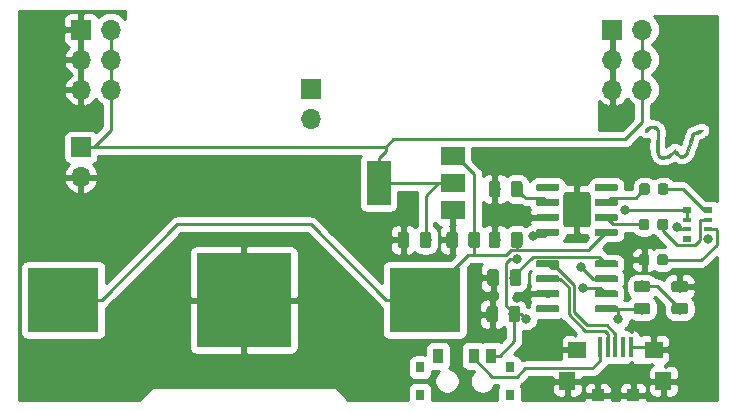
<source format=gbr>
G04 #@! TF.GenerationSoftware,KiCad,Pcbnew,5.1.2*
G04 #@! TF.CreationDate,2019-05-10T12:40:58-05:00*
G04 #@! TF.ProjectId,BreadboardPwr,42726561-6462-46f6-9172-645077722e6b,rev?*
G04 #@! TF.SameCoordinates,Original*
G04 #@! TF.FileFunction,Copper,L1,Top*
G04 #@! TF.FilePolarity,Positive*
%FSLAX46Y46*%
G04 Gerber Fmt 4.6, Leading zero omitted, Abs format (unit mm)*
G04 Created by KiCad (PCBNEW 5.1.2) date 2019-05-10 12:40:58*
%MOMM*%
%LPD*%
G04 APERTURE LIST*
%ADD10C,0.010000*%
%ADD11C,0.100000*%
%ADD12C,0.875000*%
%ADD13R,1.700000X1.700000*%
%ADD14O,1.700000X1.700000*%
%ADD15R,0.800000X0.500000*%
%ADD16R,0.800000X0.400000*%
%ADD17R,0.800000X0.900000*%
%ADD18R,0.900000X1.250000*%
%ADD19R,6.000000X5.500000*%
%ADD20R,8.000000X8.000000*%
%ADD21C,0.975000*%
%ADD22R,1.100000X1.000000*%
%ADD23R,1.350000X1.500000*%
%ADD24R,0.400000X1.800000*%
%ADD25R,1.500000X1.400000*%
%ADD26C,0.600000*%
%ADD27C,2.290000*%
%ADD28R,2.000000X3.800000*%
%ADD29R,2.000000X1.500000*%
%ADD30C,0.800000*%
%ADD31C,0.250000*%
%ADD32C,0.254000*%
G04 APERTURE END LIST*
D10*
G36*
X158069413Y-106679101D02*
G01*
X158252476Y-106771441D01*
X158388408Y-106905243D01*
X158395789Y-106916445D01*
X158434296Y-106986560D01*
X158455787Y-107061161D01*
X158462260Y-107161906D01*
X158455713Y-107310454D01*
X158444912Y-107449000D01*
X158431318Y-107657176D01*
X158420127Y-107915106D01*
X158412606Y-108187886D01*
X158410038Y-108409064D01*
X158410779Y-108641042D01*
X158415613Y-108805025D01*
X158426695Y-108917664D01*
X158446180Y-108995610D01*
X158476225Y-109055512D01*
X158497732Y-109086397D01*
X158583602Y-109171274D01*
X158697178Y-109211004D01*
X158770016Y-109219227D01*
X159017890Y-109200096D01*
X159245719Y-109102890D01*
X159459344Y-108924818D01*
X159514224Y-108863825D01*
X159618892Y-108750241D01*
X159709066Y-108668178D01*
X159766141Y-108634453D01*
X159768112Y-108634334D01*
X159823755Y-108667452D01*
X159897182Y-108751096D01*
X159929505Y-108798393D01*
X160076869Y-108989127D01*
X160226913Y-109103226D01*
X160374284Y-109139020D01*
X160513631Y-109094837D01*
X160607971Y-109010223D01*
X160688653Y-108901415D01*
X160758934Y-108773458D01*
X160826082Y-108609221D01*
X160897364Y-108391574D01*
X160955985Y-108189834D01*
X161015450Y-107979010D01*
X161077683Y-107759557D01*
X161131333Y-107571471D01*
X161142246Y-107533442D01*
X161221416Y-107258050D01*
X161649565Y-107094582D01*
X161867567Y-107015972D01*
X162015998Y-106973703D01*
X162101001Y-106966227D01*
X162122145Y-106975545D01*
X162152677Y-107034474D01*
X162119740Y-107094145D01*
X162017286Y-107159634D01*
X161839270Y-107236021D01*
X161789887Y-107254600D01*
X161630263Y-107316840D01*
X161499296Y-107373866D01*
X161419270Y-107415783D01*
X161408527Y-107423933D01*
X161380315Y-107480037D01*
X161336526Y-107601746D01*
X161282553Y-107772637D01*
X161223790Y-107976288D01*
X161207251Y-108036804D01*
X161096737Y-108418610D01*
X160990651Y-108723568D01*
X160884846Y-108959062D01*
X160775173Y-109132475D01*
X160657485Y-109251190D01*
X160527635Y-109322591D01*
X160476069Y-109338398D01*
X160302379Y-109341191D01*
X160118574Y-109274646D01*
X159946259Y-109147924D01*
X159892569Y-109090944D01*
X159741511Y-108914467D01*
X159571542Y-109091355D01*
X159387034Y-109257866D01*
X159203712Y-109360737D01*
X158990918Y-109414778D01*
X158876413Y-109427186D01*
X158718971Y-109433485D01*
X158609906Y-109417957D01*
X158514244Y-109373620D01*
X158472334Y-109346552D01*
X158344087Y-109218677D01*
X158252698Y-109031493D01*
X158197655Y-108781317D01*
X158178449Y-108464461D01*
X158194569Y-108077242D01*
X158239182Y-107663076D01*
X158267945Y-107411873D01*
X158275189Y-107228459D01*
X158257137Y-107097833D01*
X158210009Y-107004997D01*
X158130027Y-106934951D01*
X158043702Y-106887122D01*
X157898658Y-106842101D01*
X157760297Y-106860585D01*
X157612541Y-106947350D01*
X157496579Y-107049650D01*
X157401116Y-107135110D01*
X157338509Y-107165811D01*
X157286292Y-107151090D01*
X157273527Y-107142361D01*
X157226073Y-107097661D01*
X157232352Y-107048669D01*
X157270525Y-106989482D01*
X157379960Y-106876072D01*
X157532501Y-106769287D01*
X157697405Y-106686782D01*
X157843928Y-106646212D01*
X157870974Y-106644667D01*
X158069413Y-106679101D01*
X158069413Y-106679101D01*
G37*
X158069413Y-106679101D02*
X158252476Y-106771441D01*
X158388408Y-106905243D01*
X158395789Y-106916445D01*
X158434296Y-106986560D01*
X158455787Y-107061161D01*
X158462260Y-107161906D01*
X158455713Y-107310454D01*
X158444912Y-107449000D01*
X158431318Y-107657176D01*
X158420127Y-107915106D01*
X158412606Y-108187886D01*
X158410038Y-108409064D01*
X158410779Y-108641042D01*
X158415613Y-108805025D01*
X158426695Y-108917664D01*
X158446180Y-108995610D01*
X158476225Y-109055512D01*
X158497732Y-109086397D01*
X158583602Y-109171274D01*
X158697178Y-109211004D01*
X158770016Y-109219227D01*
X159017890Y-109200096D01*
X159245719Y-109102890D01*
X159459344Y-108924818D01*
X159514224Y-108863825D01*
X159618892Y-108750241D01*
X159709066Y-108668178D01*
X159766141Y-108634453D01*
X159768112Y-108634334D01*
X159823755Y-108667452D01*
X159897182Y-108751096D01*
X159929505Y-108798393D01*
X160076869Y-108989127D01*
X160226913Y-109103226D01*
X160374284Y-109139020D01*
X160513631Y-109094837D01*
X160607971Y-109010223D01*
X160688653Y-108901415D01*
X160758934Y-108773458D01*
X160826082Y-108609221D01*
X160897364Y-108391574D01*
X160955985Y-108189834D01*
X161015450Y-107979010D01*
X161077683Y-107759557D01*
X161131333Y-107571471D01*
X161142246Y-107533442D01*
X161221416Y-107258050D01*
X161649565Y-107094582D01*
X161867567Y-107015972D01*
X162015998Y-106973703D01*
X162101001Y-106966227D01*
X162122145Y-106975545D01*
X162152677Y-107034474D01*
X162119740Y-107094145D01*
X162017286Y-107159634D01*
X161839270Y-107236021D01*
X161789887Y-107254600D01*
X161630263Y-107316840D01*
X161499296Y-107373866D01*
X161419270Y-107415783D01*
X161408527Y-107423933D01*
X161380315Y-107480037D01*
X161336526Y-107601746D01*
X161282553Y-107772637D01*
X161223790Y-107976288D01*
X161207251Y-108036804D01*
X161096737Y-108418610D01*
X160990651Y-108723568D01*
X160884846Y-108959062D01*
X160775173Y-109132475D01*
X160657485Y-109251190D01*
X160527635Y-109322591D01*
X160476069Y-109338398D01*
X160302379Y-109341191D01*
X160118574Y-109274646D01*
X159946259Y-109147924D01*
X159892569Y-109090944D01*
X159741511Y-108914467D01*
X159571542Y-109091355D01*
X159387034Y-109257866D01*
X159203712Y-109360737D01*
X158990918Y-109414778D01*
X158876413Y-109427186D01*
X158718971Y-109433485D01*
X158609906Y-109417957D01*
X158514244Y-109373620D01*
X158472334Y-109346552D01*
X158344087Y-109218677D01*
X158252698Y-109031493D01*
X158197655Y-108781317D01*
X158178449Y-108464461D01*
X158194569Y-108077242D01*
X158239182Y-107663076D01*
X158267945Y-107411873D01*
X158275189Y-107228459D01*
X158257137Y-107097833D01*
X158210009Y-107004997D01*
X158130027Y-106934951D01*
X158043702Y-106887122D01*
X157898658Y-106842101D01*
X157760297Y-106860585D01*
X157612541Y-106947350D01*
X157496579Y-107049650D01*
X157401116Y-107135110D01*
X157338509Y-107165811D01*
X157286292Y-107151090D01*
X157273527Y-107142361D01*
X157226073Y-107097661D01*
X157232352Y-107048669D01*
X157270525Y-106989482D01*
X157379960Y-106876072D01*
X157532501Y-106769287D01*
X157697405Y-106686782D01*
X157843928Y-106646212D01*
X157870974Y-106644667D01*
X158069413Y-106679101D01*
D11*
G36*
X157452691Y-111526053D02*
G01*
X157473926Y-111529203D01*
X157494750Y-111534419D01*
X157514962Y-111541651D01*
X157534368Y-111550830D01*
X157552781Y-111561866D01*
X157570024Y-111574654D01*
X157585930Y-111589070D01*
X157600346Y-111604976D01*
X157613134Y-111622219D01*
X157624170Y-111640632D01*
X157633349Y-111660038D01*
X157640581Y-111680250D01*
X157645797Y-111701074D01*
X157648947Y-111722309D01*
X157650000Y-111743750D01*
X157650000Y-112256250D01*
X157648947Y-112277691D01*
X157645797Y-112298926D01*
X157640581Y-112319750D01*
X157633349Y-112339962D01*
X157624170Y-112359368D01*
X157613134Y-112377781D01*
X157600346Y-112395024D01*
X157585930Y-112410930D01*
X157570024Y-112425346D01*
X157552781Y-112438134D01*
X157534368Y-112449170D01*
X157514962Y-112458349D01*
X157494750Y-112465581D01*
X157473926Y-112470797D01*
X157452691Y-112473947D01*
X157431250Y-112475000D01*
X156993750Y-112475000D01*
X156972309Y-112473947D01*
X156951074Y-112470797D01*
X156930250Y-112465581D01*
X156910038Y-112458349D01*
X156890632Y-112449170D01*
X156872219Y-112438134D01*
X156854976Y-112425346D01*
X156839070Y-112410930D01*
X156824654Y-112395024D01*
X156811866Y-112377781D01*
X156800830Y-112359368D01*
X156791651Y-112339962D01*
X156784419Y-112319750D01*
X156779203Y-112298926D01*
X156776053Y-112277691D01*
X156775000Y-112256250D01*
X156775000Y-111743750D01*
X156776053Y-111722309D01*
X156779203Y-111701074D01*
X156784419Y-111680250D01*
X156791651Y-111660038D01*
X156800830Y-111640632D01*
X156811866Y-111622219D01*
X156824654Y-111604976D01*
X156839070Y-111589070D01*
X156854976Y-111574654D01*
X156872219Y-111561866D01*
X156890632Y-111550830D01*
X156910038Y-111541651D01*
X156930250Y-111534419D01*
X156951074Y-111529203D01*
X156972309Y-111526053D01*
X156993750Y-111525000D01*
X157431250Y-111525000D01*
X157452691Y-111526053D01*
X157452691Y-111526053D01*
G37*
D12*
X157212500Y-112000000D03*
D11*
G36*
X159027691Y-111526053D02*
G01*
X159048926Y-111529203D01*
X159069750Y-111534419D01*
X159089962Y-111541651D01*
X159109368Y-111550830D01*
X159127781Y-111561866D01*
X159145024Y-111574654D01*
X159160930Y-111589070D01*
X159175346Y-111604976D01*
X159188134Y-111622219D01*
X159199170Y-111640632D01*
X159208349Y-111660038D01*
X159215581Y-111680250D01*
X159220797Y-111701074D01*
X159223947Y-111722309D01*
X159225000Y-111743750D01*
X159225000Y-112256250D01*
X159223947Y-112277691D01*
X159220797Y-112298926D01*
X159215581Y-112319750D01*
X159208349Y-112339962D01*
X159199170Y-112359368D01*
X159188134Y-112377781D01*
X159175346Y-112395024D01*
X159160930Y-112410930D01*
X159145024Y-112425346D01*
X159127781Y-112438134D01*
X159109368Y-112449170D01*
X159089962Y-112458349D01*
X159069750Y-112465581D01*
X159048926Y-112470797D01*
X159027691Y-112473947D01*
X159006250Y-112475000D01*
X158568750Y-112475000D01*
X158547309Y-112473947D01*
X158526074Y-112470797D01*
X158505250Y-112465581D01*
X158485038Y-112458349D01*
X158465632Y-112449170D01*
X158447219Y-112438134D01*
X158429976Y-112425346D01*
X158414070Y-112410930D01*
X158399654Y-112395024D01*
X158386866Y-112377781D01*
X158375830Y-112359368D01*
X158366651Y-112339962D01*
X158359419Y-112319750D01*
X158354203Y-112298926D01*
X158351053Y-112277691D01*
X158350000Y-112256250D01*
X158350000Y-111743750D01*
X158351053Y-111722309D01*
X158354203Y-111701074D01*
X158359419Y-111680250D01*
X158366651Y-111660038D01*
X158375830Y-111640632D01*
X158386866Y-111622219D01*
X158399654Y-111604976D01*
X158414070Y-111589070D01*
X158429976Y-111574654D01*
X158447219Y-111561866D01*
X158465632Y-111550830D01*
X158485038Y-111541651D01*
X158505250Y-111534419D01*
X158526074Y-111529203D01*
X158547309Y-111526053D01*
X158568750Y-111525000D01*
X159006250Y-111525000D01*
X159027691Y-111526053D01*
X159027691Y-111526053D01*
G37*
D12*
X158787500Y-112000000D03*
D11*
G36*
X158990191Y-114526053D02*
G01*
X159011426Y-114529203D01*
X159032250Y-114534419D01*
X159052462Y-114541651D01*
X159071868Y-114550830D01*
X159090281Y-114561866D01*
X159107524Y-114574654D01*
X159123430Y-114589070D01*
X159137846Y-114604976D01*
X159150634Y-114622219D01*
X159161670Y-114640632D01*
X159170849Y-114660038D01*
X159178081Y-114680250D01*
X159183297Y-114701074D01*
X159186447Y-114722309D01*
X159187500Y-114743750D01*
X159187500Y-115256250D01*
X159186447Y-115277691D01*
X159183297Y-115298926D01*
X159178081Y-115319750D01*
X159170849Y-115339962D01*
X159161670Y-115359368D01*
X159150634Y-115377781D01*
X159137846Y-115395024D01*
X159123430Y-115410930D01*
X159107524Y-115425346D01*
X159090281Y-115438134D01*
X159071868Y-115449170D01*
X159052462Y-115458349D01*
X159032250Y-115465581D01*
X159011426Y-115470797D01*
X158990191Y-115473947D01*
X158968750Y-115475000D01*
X158531250Y-115475000D01*
X158509809Y-115473947D01*
X158488574Y-115470797D01*
X158467750Y-115465581D01*
X158447538Y-115458349D01*
X158428132Y-115449170D01*
X158409719Y-115438134D01*
X158392476Y-115425346D01*
X158376570Y-115410930D01*
X158362154Y-115395024D01*
X158349366Y-115377781D01*
X158338330Y-115359368D01*
X158329151Y-115339962D01*
X158321919Y-115319750D01*
X158316703Y-115298926D01*
X158313553Y-115277691D01*
X158312500Y-115256250D01*
X158312500Y-114743750D01*
X158313553Y-114722309D01*
X158316703Y-114701074D01*
X158321919Y-114680250D01*
X158329151Y-114660038D01*
X158338330Y-114640632D01*
X158349366Y-114622219D01*
X158362154Y-114604976D01*
X158376570Y-114589070D01*
X158392476Y-114574654D01*
X158409719Y-114561866D01*
X158428132Y-114550830D01*
X158447538Y-114541651D01*
X158467750Y-114534419D01*
X158488574Y-114529203D01*
X158509809Y-114526053D01*
X158531250Y-114525000D01*
X158968750Y-114525000D01*
X158990191Y-114526053D01*
X158990191Y-114526053D01*
G37*
D12*
X158750000Y-115000000D03*
D11*
G36*
X157415191Y-114526053D02*
G01*
X157436426Y-114529203D01*
X157457250Y-114534419D01*
X157477462Y-114541651D01*
X157496868Y-114550830D01*
X157515281Y-114561866D01*
X157532524Y-114574654D01*
X157548430Y-114589070D01*
X157562846Y-114604976D01*
X157575634Y-114622219D01*
X157586670Y-114640632D01*
X157595849Y-114660038D01*
X157603081Y-114680250D01*
X157608297Y-114701074D01*
X157611447Y-114722309D01*
X157612500Y-114743750D01*
X157612500Y-115256250D01*
X157611447Y-115277691D01*
X157608297Y-115298926D01*
X157603081Y-115319750D01*
X157595849Y-115339962D01*
X157586670Y-115359368D01*
X157575634Y-115377781D01*
X157562846Y-115395024D01*
X157548430Y-115410930D01*
X157532524Y-115425346D01*
X157515281Y-115438134D01*
X157496868Y-115449170D01*
X157477462Y-115458349D01*
X157457250Y-115465581D01*
X157436426Y-115470797D01*
X157415191Y-115473947D01*
X157393750Y-115475000D01*
X156956250Y-115475000D01*
X156934809Y-115473947D01*
X156913574Y-115470797D01*
X156892750Y-115465581D01*
X156872538Y-115458349D01*
X156853132Y-115449170D01*
X156834719Y-115438134D01*
X156817476Y-115425346D01*
X156801570Y-115410930D01*
X156787154Y-115395024D01*
X156774366Y-115377781D01*
X156763330Y-115359368D01*
X156754151Y-115339962D01*
X156746919Y-115319750D01*
X156741703Y-115298926D01*
X156738553Y-115277691D01*
X156737500Y-115256250D01*
X156737500Y-114743750D01*
X156738553Y-114722309D01*
X156741703Y-114701074D01*
X156746919Y-114680250D01*
X156754151Y-114660038D01*
X156763330Y-114640632D01*
X156774366Y-114622219D01*
X156787154Y-114604976D01*
X156801570Y-114589070D01*
X156817476Y-114574654D01*
X156834719Y-114561866D01*
X156853132Y-114550830D01*
X156872538Y-114541651D01*
X156892750Y-114534419D01*
X156913574Y-114529203D01*
X156934809Y-114526053D01*
X156956250Y-114525000D01*
X157393750Y-114525000D01*
X157415191Y-114526053D01*
X157415191Y-114526053D01*
G37*
D12*
X157175000Y-115000000D03*
D11*
G36*
X157415191Y-117526053D02*
G01*
X157436426Y-117529203D01*
X157457250Y-117534419D01*
X157477462Y-117541651D01*
X157496868Y-117550830D01*
X157515281Y-117561866D01*
X157532524Y-117574654D01*
X157548430Y-117589070D01*
X157562846Y-117604976D01*
X157575634Y-117622219D01*
X157586670Y-117640632D01*
X157595849Y-117660038D01*
X157603081Y-117680250D01*
X157608297Y-117701074D01*
X157611447Y-117722309D01*
X157612500Y-117743750D01*
X157612500Y-118256250D01*
X157611447Y-118277691D01*
X157608297Y-118298926D01*
X157603081Y-118319750D01*
X157595849Y-118339962D01*
X157586670Y-118359368D01*
X157575634Y-118377781D01*
X157562846Y-118395024D01*
X157548430Y-118410930D01*
X157532524Y-118425346D01*
X157515281Y-118438134D01*
X157496868Y-118449170D01*
X157477462Y-118458349D01*
X157457250Y-118465581D01*
X157436426Y-118470797D01*
X157415191Y-118473947D01*
X157393750Y-118475000D01*
X156956250Y-118475000D01*
X156934809Y-118473947D01*
X156913574Y-118470797D01*
X156892750Y-118465581D01*
X156872538Y-118458349D01*
X156853132Y-118449170D01*
X156834719Y-118438134D01*
X156817476Y-118425346D01*
X156801570Y-118410930D01*
X156787154Y-118395024D01*
X156774366Y-118377781D01*
X156763330Y-118359368D01*
X156754151Y-118339962D01*
X156746919Y-118319750D01*
X156741703Y-118298926D01*
X156738553Y-118277691D01*
X156737500Y-118256250D01*
X156737500Y-117743750D01*
X156738553Y-117722309D01*
X156741703Y-117701074D01*
X156746919Y-117680250D01*
X156754151Y-117660038D01*
X156763330Y-117640632D01*
X156774366Y-117622219D01*
X156787154Y-117604976D01*
X156801570Y-117589070D01*
X156817476Y-117574654D01*
X156834719Y-117561866D01*
X156853132Y-117550830D01*
X156872538Y-117541651D01*
X156892750Y-117534419D01*
X156913574Y-117529203D01*
X156934809Y-117526053D01*
X156956250Y-117525000D01*
X157393750Y-117525000D01*
X157415191Y-117526053D01*
X157415191Y-117526053D01*
G37*
D12*
X157175000Y-118000000D03*
D11*
G36*
X158990191Y-117526053D02*
G01*
X159011426Y-117529203D01*
X159032250Y-117534419D01*
X159052462Y-117541651D01*
X159071868Y-117550830D01*
X159090281Y-117561866D01*
X159107524Y-117574654D01*
X159123430Y-117589070D01*
X159137846Y-117604976D01*
X159150634Y-117622219D01*
X159161670Y-117640632D01*
X159170849Y-117660038D01*
X159178081Y-117680250D01*
X159183297Y-117701074D01*
X159186447Y-117722309D01*
X159187500Y-117743750D01*
X159187500Y-118256250D01*
X159186447Y-118277691D01*
X159183297Y-118298926D01*
X159178081Y-118319750D01*
X159170849Y-118339962D01*
X159161670Y-118359368D01*
X159150634Y-118377781D01*
X159137846Y-118395024D01*
X159123430Y-118410930D01*
X159107524Y-118425346D01*
X159090281Y-118438134D01*
X159071868Y-118449170D01*
X159052462Y-118458349D01*
X159032250Y-118465581D01*
X159011426Y-118470797D01*
X158990191Y-118473947D01*
X158968750Y-118475000D01*
X158531250Y-118475000D01*
X158509809Y-118473947D01*
X158488574Y-118470797D01*
X158467750Y-118465581D01*
X158447538Y-118458349D01*
X158428132Y-118449170D01*
X158409719Y-118438134D01*
X158392476Y-118425346D01*
X158376570Y-118410930D01*
X158362154Y-118395024D01*
X158349366Y-118377781D01*
X158338330Y-118359368D01*
X158329151Y-118339962D01*
X158321919Y-118319750D01*
X158316703Y-118298926D01*
X158313553Y-118277691D01*
X158312500Y-118256250D01*
X158312500Y-117743750D01*
X158313553Y-117722309D01*
X158316703Y-117701074D01*
X158321919Y-117680250D01*
X158329151Y-117660038D01*
X158338330Y-117640632D01*
X158349366Y-117622219D01*
X158362154Y-117604976D01*
X158376570Y-117589070D01*
X158392476Y-117574654D01*
X158409719Y-117561866D01*
X158428132Y-117550830D01*
X158447538Y-117541651D01*
X158467750Y-117534419D01*
X158488574Y-117529203D01*
X158509809Y-117526053D01*
X158531250Y-117525000D01*
X158968750Y-117525000D01*
X158990191Y-117526053D01*
X158990191Y-117526053D01*
G37*
D12*
X158750000Y-118000000D03*
D13*
X109500000Y-98500000D03*
D14*
X112040000Y-98500000D03*
X109500000Y-101040000D03*
X112040000Y-101040000D03*
X109500000Y-103580000D03*
X112040000Y-103580000D03*
X157040000Y-103580000D03*
X154500000Y-103580000D03*
X157040000Y-101040000D03*
X154500000Y-101040000D03*
X157040000Y-98500000D03*
D13*
X154500000Y-98500000D03*
D15*
X162600000Y-116200000D03*
D16*
X162600000Y-114600000D03*
X162600000Y-115400000D03*
D15*
X162600000Y-113800000D03*
D16*
X160800000Y-115400000D03*
D15*
X160800000Y-116200000D03*
D16*
X160800000Y-114600000D03*
D15*
X160800000Y-113800000D03*
D17*
X145800000Y-129400000D03*
X138200000Y-129400000D03*
X138190000Y-127100000D03*
X145800000Y-127100000D03*
D18*
X144250000Y-126125000D03*
X142750000Y-126125000D03*
X139750000Y-126125000D03*
D19*
X108000000Y-121400000D03*
X138600000Y-121400000D03*
D20*
X123300000Y-121400000D03*
D11*
G36*
X157480142Y-119763674D02*
G01*
X157503803Y-119767184D01*
X157527007Y-119772996D01*
X157549529Y-119781054D01*
X157571153Y-119791282D01*
X157591670Y-119803579D01*
X157610883Y-119817829D01*
X157628607Y-119833893D01*
X157644671Y-119851617D01*
X157658921Y-119870830D01*
X157671218Y-119891347D01*
X157681446Y-119912971D01*
X157689504Y-119935493D01*
X157695316Y-119958697D01*
X157698826Y-119982358D01*
X157700000Y-120006250D01*
X157700000Y-120493750D01*
X157698826Y-120517642D01*
X157695316Y-120541303D01*
X157689504Y-120564507D01*
X157681446Y-120587029D01*
X157671218Y-120608653D01*
X157658921Y-120629170D01*
X157644671Y-120648383D01*
X157628607Y-120666107D01*
X157610883Y-120682171D01*
X157591670Y-120696421D01*
X157571153Y-120708718D01*
X157549529Y-120718946D01*
X157527007Y-120727004D01*
X157503803Y-120732816D01*
X157480142Y-120736326D01*
X157456250Y-120737500D01*
X156543750Y-120737500D01*
X156519858Y-120736326D01*
X156496197Y-120732816D01*
X156472993Y-120727004D01*
X156450471Y-120718946D01*
X156428847Y-120708718D01*
X156408330Y-120696421D01*
X156389117Y-120682171D01*
X156371393Y-120666107D01*
X156355329Y-120648383D01*
X156341079Y-120629170D01*
X156328782Y-120608653D01*
X156318554Y-120587029D01*
X156310496Y-120564507D01*
X156304684Y-120541303D01*
X156301174Y-120517642D01*
X156300000Y-120493750D01*
X156300000Y-120006250D01*
X156301174Y-119982358D01*
X156304684Y-119958697D01*
X156310496Y-119935493D01*
X156318554Y-119912971D01*
X156328782Y-119891347D01*
X156341079Y-119870830D01*
X156355329Y-119851617D01*
X156371393Y-119833893D01*
X156389117Y-119817829D01*
X156408330Y-119803579D01*
X156428847Y-119791282D01*
X156450471Y-119781054D01*
X156472993Y-119772996D01*
X156496197Y-119767184D01*
X156519858Y-119763674D01*
X156543750Y-119762500D01*
X157456250Y-119762500D01*
X157480142Y-119763674D01*
X157480142Y-119763674D01*
G37*
D21*
X157000000Y-120250000D03*
D11*
G36*
X157480142Y-121638674D02*
G01*
X157503803Y-121642184D01*
X157527007Y-121647996D01*
X157549529Y-121656054D01*
X157571153Y-121666282D01*
X157591670Y-121678579D01*
X157610883Y-121692829D01*
X157628607Y-121708893D01*
X157644671Y-121726617D01*
X157658921Y-121745830D01*
X157671218Y-121766347D01*
X157681446Y-121787971D01*
X157689504Y-121810493D01*
X157695316Y-121833697D01*
X157698826Y-121857358D01*
X157700000Y-121881250D01*
X157700000Y-122368750D01*
X157698826Y-122392642D01*
X157695316Y-122416303D01*
X157689504Y-122439507D01*
X157681446Y-122462029D01*
X157671218Y-122483653D01*
X157658921Y-122504170D01*
X157644671Y-122523383D01*
X157628607Y-122541107D01*
X157610883Y-122557171D01*
X157591670Y-122571421D01*
X157571153Y-122583718D01*
X157549529Y-122593946D01*
X157527007Y-122602004D01*
X157503803Y-122607816D01*
X157480142Y-122611326D01*
X157456250Y-122612500D01*
X156543750Y-122612500D01*
X156519858Y-122611326D01*
X156496197Y-122607816D01*
X156472993Y-122602004D01*
X156450471Y-122593946D01*
X156428847Y-122583718D01*
X156408330Y-122571421D01*
X156389117Y-122557171D01*
X156371393Y-122541107D01*
X156355329Y-122523383D01*
X156341079Y-122504170D01*
X156328782Y-122483653D01*
X156318554Y-122462029D01*
X156310496Y-122439507D01*
X156304684Y-122416303D01*
X156301174Y-122392642D01*
X156300000Y-122368750D01*
X156300000Y-121881250D01*
X156301174Y-121857358D01*
X156304684Y-121833697D01*
X156310496Y-121810493D01*
X156318554Y-121787971D01*
X156328782Y-121766347D01*
X156341079Y-121745830D01*
X156355329Y-121726617D01*
X156371393Y-121708893D01*
X156389117Y-121692829D01*
X156408330Y-121678579D01*
X156428847Y-121666282D01*
X156450471Y-121656054D01*
X156472993Y-121647996D01*
X156496197Y-121642184D01*
X156519858Y-121638674D01*
X156543750Y-121637500D01*
X157456250Y-121637500D01*
X157480142Y-121638674D01*
X157480142Y-121638674D01*
G37*
D21*
X157000000Y-122125000D03*
D11*
G36*
X144667642Y-118801174D02*
G01*
X144691303Y-118804684D01*
X144714507Y-118810496D01*
X144737029Y-118818554D01*
X144758653Y-118828782D01*
X144779170Y-118841079D01*
X144798383Y-118855329D01*
X144816107Y-118871393D01*
X144832171Y-118889117D01*
X144846421Y-118908330D01*
X144858718Y-118928847D01*
X144868946Y-118950471D01*
X144877004Y-118972993D01*
X144882816Y-118996197D01*
X144886326Y-119019858D01*
X144887500Y-119043750D01*
X144887500Y-119956250D01*
X144886326Y-119980142D01*
X144882816Y-120003803D01*
X144877004Y-120027007D01*
X144868946Y-120049529D01*
X144858718Y-120071153D01*
X144846421Y-120091670D01*
X144832171Y-120110883D01*
X144816107Y-120128607D01*
X144798383Y-120144671D01*
X144779170Y-120158921D01*
X144758653Y-120171218D01*
X144737029Y-120181446D01*
X144714507Y-120189504D01*
X144691303Y-120195316D01*
X144667642Y-120198826D01*
X144643750Y-120200000D01*
X144156250Y-120200000D01*
X144132358Y-120198826D01*
X144108697Y-120195316D01*
X144085493Y-120189504D01*
X144062971Y-120181446D01*
X144041347Y-120171218D01*
X144020830Y-120158921D01*
X144001617Y-120144671D01*
X143983893Y-120128607D01*
X143967829Y-120110883D01*
X143953579Y-120091670D01*
X143941282Y-120071153D01*
X143931054Y-120049529D01*
X143922996Y-120027007D01*
X143917184Y-120003803D01*
X143913674Y-119980142D01*
X143912500Y-119956250D01*
X143912500Y-119043750D01*
X143913674Y-119019858D01*
X143917184Y-118996197D01*
X143922996Y-118972993D01*
X143931054Y-118950471D01*
X143941282Y-118928847D01*
X143953579Y-118908330D01*
X143967829Y-118889117D01*
X143983893Y-118871393D01*
X144001617Y-118855329D01*
X144020830Y-118841079D01*
X144041347Y-118828782D01*
X144062971Y-118818554D01*
X144085493Y-118810496D01*
X144108697Y-118804684D01*
X144132358Y-118801174D01*
X144156250Y-118800000D01*
X144643750Y-118800000D01*
X144667642Y-118801174D01*
X144667642Y-118801174D01*
G37*
D21*
X144400000Y-119500000D03*
D11*
G36*
X146542642Y-118801174D02*
G01*
X146566303Y-118804684D01*
X146589507Y-118810496D01*
X146612029Y-118818554D01*
X146633653Y-118828782D01*
X146654170Y-118841079D01*
X146673383Y-118855329D01*
X146691107Y-118871393D01*
X146707171Y-118889117D01*
X146721421Y-118908330D01*
X146733718Y-118928847D01*
X146743946Y-118950471D01*
X146752004Y-118972993D01*
X146757816Y-118996197D01*
X146761326Y-119019858D01*
X146762500Y-119043750D01*
X146762500Y-119956250D01*
X146761326Y-119980142D01*
X146757816Y-120003803D01*
X146752004Y-120027007D01*
X146743946Y-120049529D01*
X146733718Y-120071153D01*
X146721421Y-120091670D01*
X146707171Y-120110883D01*
X146691107Y-120128607D01*
X146673383Y-120144671D01*
X146654170Y-120158921D01*
X146633653Y-120171218D01*
X146612029Y-120181446D01*
X146589507Y-120189504D01*
X146566303Y-120195316D01*
X146542642Y-120198826D01*
X146518750Y-120200000D01*
X146031250Y-120200000D01*
X146007358Y-120198826D01*
X145983697Y-120195316D01*
X145960493Y-120189504D01*
X145937971Y-120181446D01*
X145916347Y-120171218D01*
X145895830Y-120158921D01*
X145876617Y-120144671D01*
X145858893Y-120128607D01*
X145842829Y-120110883D01*
X145828579Y-120091670D01*
X145816282Y-120071153D01*
X145806054Y-120049529D01*
X145797996Y-120027007D01*
X145792184Y-120003803D01*
X145788674Y-119980142D01*
X145787500Y-119956250D01*
X145787500Y-119043750D01*
X145788674Y-119019858D01*
X145792184Y-118996197D01*
X145797996Y-118972993D01*
X145806054Y-118950471D01*
X145816282Y-118928847D01*
X145828579Y-118908330D01*
X145842829Y-118889117D01*
X145858893Y-118871393D01*
X145876617Y-118855329D01*
X145895830Y-118841079D01*
X145916347Y-118828782D01*
X145937971Y-118818554D01*
X145960493Y-118810496D01*
X145983697Y-118804684D01*
X146007358Y-118801174D01*
X146031250Y-118800000D01*
X146518750Y-118800000D01*
X146542642Y-118801174D01*
X146542642Y-118801174D01*
G37*
D21*
X146275000Y-119500000D03*
D11*
G36*
X144592642Y-121901174D02*
G01*
X144616303Y-121904684D01*
X144639507Y-121910496D01*
X144662029Y-121918554D01*
X144683653Y-121928782D01*
X144704170Y-121941079D01*
X144723383Y-121955329D01*
X144741107Y-121971393D01*
X144757171Y-121989117D01*
X144771421Y-122008330D01*
X144783718Y-122028847D01*
X144793946Y-122050471D01*
X144802004Y-122072993D01*
X144807816Y-122096197D01*
X144811326Y-122119858D01*
X144812500Y-122143750D01*
X144812500Y-123056250D01*
X144811326Y-123080142D01*
X144807816Y-123103803D01*
X144802004Y-123127007D01*
X144793946Y-123149529D01*
X144783718Y-123171153D01*
X144771421Y-123191670D01*
X144757171Y-123210883D01*
X144741107Y-123228607D01*
X144723383Y-123244671D01*
X144704170Y-123258921D01*
X144683653Y-123271218D01*
X144662029Y-123281446D01*
X144639507Y-123289504D01*
X144616303Y-123295316D01*
X144592642Y-123298826D01*
X144568750Y-123300000D01*
X144081250Y-123300000D01*
X144057358Y-123298826D01*
X144033697Y-123295316D01*
X144010493Y-123289504D01*
X143987971Y-123281446D01*
X143966347Y-123271218D01*
X143945830Y-123258921D01*
X143926617Y-123244671D01*
X143908893Y-123228607D01*
X143892829Y-123210883D01*
X143878579Y-123191670D01*
X143866282Y-123171153D01*
X143856054Y-123149529D01*
X143847996Y-123127007D01*
X143842184Y-123103803D01*
X143838674Y-123080142D01*
X143837500Y-123056250D01*
X143837500Y-122143750D01*
X143838674Y-122119858D01*
X143842184Y-122096197D01*
X143847996Y-122072993D01*
X143856054Y-122050471D01*
X143866282Y-122028847D01*
X143878579Y-122008330D01*
X143892829Y-121989117D01*
X143908893Y-121971393D01*
X143926617Y-121955329D01*
X143945830Y-121941079D01*
X143966347Y-121928782D01*
X143987971Y-121918554D01*
X144010493Y-121910496D01*
X144033697Y-121904684D01*
X144057358Y-121901174D01*
X144081250Y-121900000D01*
X144568750Y-121900000D01*
X144592642Y-121901174D01*
X144592642Y-121901174D01*
G37*
D21*
X144325000Y-122600000D03*
D11*
G36*
X146467642Y-121901174D02*
G01*
X146491303Y-121904684D01*
X146514507Y-121910496D01*
X146537029Y-121918554D01*
X146558653Y-121928782D01*
X146579170Y-121941079D01*
X146598383Y-121955329D01*
X146616107Y-121971393D01*
X146632171Y-121989117D01*
X146646421Y-122008330D01*
X146658718Y-122028847D01*
X146668946Y-122050471D01*
X146677004Y-122072993D01*
X146682816Y-122096197D01*
X146686326Y-122119858D01*
X146687500Y-122143750D01*
X146687500Y-123056250D01*
X146686326Y-123080142D01*
X146682816Y-123103803D01*
X146677004Y-123127007D01*
X146668946Y-123149529D01*
X146658718Y-123171153D01*
X146646421Y-123191670D01*
X146632171Y-123210883D01*
X146616107Y-123228607D01*
X146598383Y-123244671D01*
X146579170Y-123258921D01*
X146558653Y-123271218D01*
X146537029Y-123281446D01*
X146514507Y-123289504D01*
X146491303Y-123295316D01*
X146467642Y-123298826D01*
X146443750Y-123300000D01*
X145956250Y-123300000D01*
X145932358Y-123298826D01*
X145908697Y-123295316D01*
X145885493Y-123289504D01*
X145862971Y-123281446D01*
X145841347Y-123271218D01*
X145820830Y-123258921D01*
X145801617Y-123244671D01*
X145783893Y-123228607D01*
X145767829Y-123210883D01*
X145753579Y-123191670D01*
X145741282Y-123171153D01*
X145731054Y-123149529D01*
X145722996Y-123127007D01*
X145717184Y-123103803D01*
X145713674Y-123080142D01*
X145712500Y-123056250D01*
X145712500Y-122143750D01*
X145713674Y-122119858D01*
X145717184Y-122096197D01*
X145722996Y-122072993D01*
X145731054Y-122050471D01*
X145741282Y-122028847D01*
X145753579Y-122008330D01*
X145767829Y-121989117D01*
X145783893Y-121971393D01*
X145801617Y-121955329D01*
X145820830Y-121941079D01*
X145841347Y-121928782D01*
X145862971Y-121918554D01*
X145885493Y-121910496D01*
X145908697Y-121904684D01*
X145932358Y-121901174D01*
X145956250Y-121900000D01*
X146443750Y-121900000D01*
X146467642Y-121901174D01*
X146467642Y-121901174D01*
G37*
D21*
X146200000Y-122600000D03*
D11*
G36*
X146667642Y-115601174D02*
G01*
X146691303Y-115604684D01*
X146714507Y-115610496D01*
X146737029Y-115618554D01*
X146758653Y-115628782D01*
X146779170Y-115641079D01*
X146798383Y-115655329D01*
X146816107Y-115671393D01*
X146832171Y-115689117D01*
X146846421Y-115708330D01*
X146858718Y-115728847D01*
X146868946Y-115750471D01*
X146877004Y-115772993D01*
X146882816Y-115796197D01*
X146886326Y-115819858D01*
X146887500Y-115843750D01*
X146887500Y-116756250D01*
X146886326Y-116780142D01*
X146882816Y-116803803D01*
X146877004Y-116827007D01*
X146868946Y-116849529D01*
X146858718Y-116871153D01*
X146846421Y-116891670D01*
X146832171Y-116910883D01*
X146816107Y-116928607D01*
X146798383Y-116944671D01*
X146779170Y-116958921D01*
X146758653Y-116971218D01*
X146737029Y-116981446D01*
X146714507Y-116989504D01*
X146691303Y-116995316D01*
X146667642Y-116998826D01*
X146643750Y-117000000D01*
X146156250Y-117000000D01*
X146132358Y-116998826D01*
X146108697Y-116995316D01*
X146085493Y-116989504D01*
X146062971Y-116981446D01*
X146041347Y-116971218D01*
X146020830Y-116958921D01*
X146001617Y-116944671D01*
X145983893Y-116928607D01*
X145967829Y-116910883D01*
X145953579Y-116891670D01*
X145941282Y-116871153D01*
X145931054Y-116849529D01*
X145922996Y-116827007D01*
X145917184Y-116803803D01*
X145913674Y-116780142D01*
X145912500Y-116756250D01*
X145912500Y-115843750D01*
X145913674Y-115819858D01*
X145917184Y-115796197D01*
X145922996Y-115772993D01*
X145931054Y-115750471D01*
X145941282Y-115728847D01*
X145953579Y-115708330D01*
X145967829Y-115689117D01*
X145983893Y-115671393D01*
X146001617Y-115655329D01*
X146020830Y-115641079D01*
X146041347Y-115628782D01*
X146062971Y-115618554D01*
X146085493Y-115610496D01*
X146108697Y-115604684D01*
X146132358Y-115601174D01*
X146156250Y-115600000D01*
X146643750Y-115600000D01*
X146667642Y-115601174D01*
X146667642Y-115601174D01*
G37*
D21*
X146400000Y-116300000D03*
D11*
G36*
X144792642Y-115601174D02*
G01*
X144816303Y-115604684D01*
X144839507Y-115610496D01*
X144862029Y-115618554D01*
X144883653Y-115628782D01*
X144904170Y-115641079D01*
X144923383Y-115655329D01*
X144941107Y-115671393D01*
X144957171Y-115689117D01*
X144971421Y-115708330D01*
X144983718Y-115728847D01*
X144993946Y-115750471D01*
X145002004Y-115772993D01*
X145007816Y-115796197D01*
X145011326Y-115819858D01*
X145012500Y-115843750D01*
X145012500Y-116756250D01*
X145011326Y-116780142D01*
X145007816Y-116803803D01*
X145002004Y-116827007D01*
X144993946Y-116849529D01*
X144983718Y-116871153D01*
X144971421Y-116891670D01*
X144957171Y-116910883D01*
X144941107Y-116928607D01*
X144923383Y-116944671D01*
X144904170Y-116958921D01*
X144883653Y-116971218D01*
X144862029Y-116981446D01*
X144839507Y-116989504D01*
X144816303Y-116995316D01*
X144792642Y-116998826D01*
X144768750Y-117000000D01*
X144281250Y-117000000D01*
X144257358Y-116998826D01*
X144233697Y-116995316D01*
X144210493Y-116989504D01*
X144187971Y-116981446D01*
X144166347Y-116971218D01*
X144145830Y-116958921D01*
X144126617Y-116944671D01*
X144108893Y-116928607D01*
X144092829Y-116910883D01*
X144078579Y-116891670D01*
X144066282Y-116871153D01*
X144056054Y-116849529D01*
X144047996Y-116827007D01*
X144042184Y-116803803D01*
X144038674Y-116780142D01*
X144037500Y-116756250D01*
X144037500Y-115843750D01*
X144038674Y-115819858D01*
X144042184Y-115796197D01*
X144047996Y-115772993D01*
X144056054Y-115750471D01*
X144066282Y-115728847D01*
X144078579Y-115708330D01*
X144092829Y-115689117D01*
X144108893Y-115671393D01*
X144126617Y-115655329D01*
X144145830Y-115641079D01*
X144166347Y-115628782D01*
X144187971Y-115618554D01*
X144210493Y-115610496D01*
X144233697Y-115604684D01*
X144257358Y-115601174D01*
X144281250Y-115600000D01*
X144768750Y-115600000D01*
X144792642Y-115601174D01*
X144792642Y-115601174D01*
G37*
D21*
X144525000Y-116300000D03*
D11*
G36*
X141192642Y-115601174D02*
G01*
X141216303Y-115604684D01*
X141239507Y-115610496D01*
X141262029Y-115618554D01*
X141283653Y-115628782D01*
X141304170Y-115641079D01*
X141323383Y-115655329D01*
X141341107Y-115671393D01*
X141357171Y-115689117D01*
X141371421Y-115708330D01*
X141383718Y-115728847D01*
X141393946Y-115750471D01*
X141402004Y-115772993D01*
X141407816Y-115796197D01*
X141411326Y-115819858D01*
X141412500Y-115843750D01*
X141412500Y-116756250D01*
X141411326Y-116780142D01*
X141407816Y-116803803D01*
X141402004Y-116827007D01*
X141393946Y-116849529D01*
X141383718Y-116871153D01*
X141371421Y-116891670D01*
X141357171Y-116910883D01*
X141341107Y-116928607D01*
X141323383Y-116944671D01*
X141304170Y-116958921D01*
X141283653Y-116971218D01*
X141262029Y-116981446D01*
X141239507Y-116989504D01*
X141216303Y-116995316D01*
X141192642Y-116998826D01*
X141168750Y-117000000D01*
X140681250Y-117000000D01*
X140657358Y-116998826D01*
X140633697Y-116995316D01*
X140610493Y-116989504D01*
X140587971Y-116981446D01*
X140566347Y-116971218D01*
X140545830Y-116958921D01*
X140526617Y-116944671D01*
X140508893Y-116928607D01*
X140492829Y-116910883D01*
X140478579Y-116891670D01*
X140466282Y-116871153D01*
X140456054Y-116849529D01*
X140447996Y-116827007D01*
X140442184Y-116803803D01*
X140438674Y-116780142D01*
X140437500Y-116756250D01*
X140437500Y-115843750D01*
X140438674Y-115819858D01*
X140442184Y-115796197D01*
X140447996Y-115772993D01*
X140456054Y-115750471D01*
X140466282Y-115728847D01*
X140478579Y-115708330D01*
X140492829Y-115689117D01*
X140508893Y-115671393D01*
X140526617Y-115655329D01*
X140545830Y-115641079D01*
X140566347Y-115628782D01*
X140587971Y-115618554D01*
X140610493Y-115610496D01*
X140633697Y-115604684D01*
X140657358Y-115601174D01*
X140681250Y-115600000D01*
X141168750Y-115600000D01*
X141192642Y-115601174D01*
X141192642Y-115601174D01*
G37*
D21*
X140925000Y-116300000D03*
D11*
G36*
X143067642Y-115601174D02*
G01*
X143091303Y-115604684D01*
X143114507Y-115610496D01*
X143137029Y-115618554D01*
X143158653Y-115628782D01*
X143179170Y-115641079D01*
X143198383Y-115655329D01*
X143216107Y-115671393D01*
X143232171Y-115689117D01*
X143246421Y-115708330D01*
X143258718Y-115728847D01*
X143268946Y-115750471D01*
X143277004Y-115772993D01*
X143282816Y-115796197D01*
X143286326Y-115819858D01*
X143287500Y-115843750D01*
X143287500Y-116756250D01*
X143286326Y-116780142D01*
X143282816Y-116803803D01*
X143277004Y-116827007D01*
X143268946Y-116849529D01*
X143258718Y-116871153D01*
X143246421Y-116891670D01*
X143232171Y-116910883D01*
X143216107Y-116928607D01*
X143198383Y-116944671D01*
X143179170Y-116958921D01*
X143158653Y-116971218D01*
X143137029Y-116981446D01*
X143114507Y-116989504D01*
X143091303Y-116995316D01*
X143067642Y-116998826D01*
X143043750Y-117000000D01*
X142556250Y-117000000D01*
X142532358Y-116998826D01*
X142508697Y-116995316D01*
X142485493Y-116989504D01*
X142462971Y-116981446D01*
X142441347Y-116971218D01*
X142420830Y-116958921D01*
X142401617Y-116944671D01*
X142383893Y-116928607D01*
X142367829Y-116910883D01*
X142353579Y-116891670D01*
X142341282Y-116871153D01*
X142331054Y-116849529D01*
X142322996Y-116827007D01*
X142317184Y-116803803D01*
X142313674Y-116780142D01*
X142312500Y-116756250D01*
X142312500Y-115843750D01*
X142313674Y-115819858D01*
X142317184Y-115796197D01*
X142322996Y-115772993D01*
X142331054Y-115750471D01*
X142341282Y-115728847D01*
X142353579Y-115708330D01*
X142367829Y-115689117D01*
X142383893Y-115671393D01*
X142401617Y-115655329D01*
X142420830Y-115641079D01*
X142441347Y-115628782D01*
X142462971Y-115618554D01*
X142485493Y-115610496D01*
X142508697Y-115604684D01*
X142532358Y-115601174D01*
X142556250Y-115600000D01*
X143043750Y-115600000D01*
X143067642Y-115601174D01*
X143067642Y-115601174D01*
G37*
D21*
X142800000Y-116300000D03*
D11*
G36*
X138942642Y-115601174D02*
G01*
X138966303Y-115604684D01*
X138989507Y-115610496D01*
X139012029Y-115618554D01*
X139033653Y-115628782D01*
X139054170Y-115641079D01*
X139073383Y-115655329D01*
X139091107Y-115671393D01*
X139107171Y-115689117D01*
X139121421Y-115708330D01*
X139133718Y-115728847D01*
X139143946Y-115750471D01*
X139152004Y-115772993D01*
X139157816Y-115796197D01*
X139161326Y-115819858D01*
X139162500Y-115843750D01*
X139162500Y-116756250D01*
X139161326Y-116780142D01*
X139157816Y-116803803D01*
X139152004Y-116827007D01*
X139143946Y-116849529D01*
X139133718Y-116871153D01*
X139121421Y-116891670D01*
X139107171Y-116910883D01*
X139091107Y-116928607D01*
X139073383Y-116944671D01*
X139054170Y-116958921D01*
X139033653Y-116971218D01*
X139012029Y-116981446D01*
X138989507Y-116989504D01*
X138966303Y-116995316D01*
X138942642Y-116998826D01*
X138918750Y-117000000D01*
X138431250Y-117000000D01*
X138407358Y-116998826D01*
X138383697Y-116995316D01*
X138360493Y-116989504D01*
X138337971Y-116981446D01*
X138316347Y-116971218D01*
X138295830Y-116958921D01*
X138276617Y-116944671D01*
X138258893Y-116928607D01*
X138242829Y-116910883D01*
X138228579Y-116891670D01*
X138216282Y-116871153D01*
X138206054Y-116849529D01*
X138197996Y-116827007D01*
X138192184Y-116803803D01*
X138188674Y-116780142D01*
X138187500Y-116756250D01*
X138187500Y-115843750D01*
X138188674Y-115819858D01*
X138192184Y-115796197D01*
X138197996Y-115772993D01*
X138206054Y-115750471D01*
X138216282Y-115728847D01*
X138228579Y-115708330D01*
X138242829Y-115689117D01*
X138258893Y-115671393D01*
X138276617Y-115655329D01*
X138295830Y-115641079D01*
X138316347Y-115628782D01*
X138337971Y-115618554D01*
X138360493Y-115610496D01*
X138383697Y-115604684D01*
X138407358Y-115601174D01*
X138431250Y-115600000D01*
X138918750Y-115600000D01*
X138942642Y-115601174D01*
X138942642Y-115601174D01*
G37*
D21*
X138675000Y-116300000D03*
D11*
G36*
X137067642Y-115601174D02*
G01*
X137091303Y-115604684D01*
X137114507Y-115610496D01*
X137137029Y-115618554D01*
X137158653Y-115628782D01*
X137179170Y-115641079D01*
X137198383Y-115655329D01*
X137216107Y-115671393D01*
X137232171Y-115689117D01*
X137246421Y-115708330D01*
X137258718Y-115728847D01*
X137268946Y-115750471D01*
X137277004Y-115772993D01*
X137282816Y-115796197D01*
X137286326Y-115819858D01*
X137287500Y-115843750D01*
X137287500Y-116756250D01*
X137286326Y-116780142D01*
X137282816Y-116803803D01*
X137277004Y-116827007D01*
X137268946Y-116849529D01*
X137258718Y-116871153D01*
X137246421Y-116891670D01*
X137232171Y-116910883D01*
X137216107Y-116928607D01*
X137198383Y-116944671D01*
X137179170Y-116958921D01*
X137158653Y-116971218D01*
X137137029Y-116981446D01*
X137114507Y-116989504D01*
X137091303Y-116995316D01*
X137067642Y-116998826D01*
X137043750Y-117000000D01*
X136556250Y-117000000D01*
X136532358Y-116998826D01*
X136508697Y-116995316D01*
X136485493Y-116989504D01*
X136462971Y-116981446D01*
X136441347Y-116971218D01*
X136420830Y-116958921D01*
X136401617Y-116944671D01*
X136383893Y-116928607D01*
X136367829Y-116910883D01*
X136353579Y-116891670D01*
X136341282Y-116871153D01*
X136331054Y-116849529D01*
X136322996Y-116827007D01*
X136317184Y-116803803D01*
X136313674Y-116780142D01*
X136312500Y-116756250D01*
X136312500Y-115843750D01*
X136313674Y-115819858D01*
X136317184Y-115796197D01*
X136322996Y-115772993D01*
X136331054Y-115750471D01*
X136341282Y-115728847D01*
X136353579Y-115708330D01*
X136367829Y-115689117D01*
X136383893Y-115671393D01*
X136401617Y-115655329D01*
X136420830Y-115641079D01*
X136441347Y-115628782D01*
X136462971Y-115618554D01*
X136485493Y-115610496D01*
X136508697Y-115604684D01*
X136532358Y-115601174D01*
X136556250Y-115600000D01*
X137043750Y-115600000D01*
X137067642Y-115601174D01*
X137067642Y-115601174D01*
G37*
D21*
X136800000Y-116300000D03*
D13*
X129000000Y-103560000D03*
D14*
X129000000Y-106100000D03*
X109500000Y-111000000D03*
D13*
X109500000Y-108460000D03*
D22*
X156250000Y-129450000D03*
X153250000Y-129450000D03*
D23*
X158825000Y-128270000D03*
X150675000Y-128270000D03*
D24*
X156050000Y-125400000D03*
X153450000Y-125400000D03*
X155400000Y-125400000D03*
X154100000Y-125400000D03*
X154750000Y-125400000D03*
D25*
X158000000Y-125600000D03*
X151500000Y-125600000D03*
D11*
G36*
X160680142Y-119776174D02*
G01*
X160703803Y-119779684D01*
X160727007Y-119785496D01*
X160749529Y-119793554D01*
X160771153Y-119803782D01*
X160791670Y-119816079D01*
X160810883Y-119830329D01*
X160828607Y-119846393D01*
X160844671Y-119864117D01*
X160858921Y-119883330D01*
X160871218Y-119903847D01*
X160881446Y-119925471D01*
X160889504Y-119947993D01*
X160895316Y-119971197D01*
X160898826Y-119994858D01*
X160900000Y-120018750D01*
X160900000Y-120506250D01*
X160898826Y-120530142D01*
X160895316Y-120553803D01*
X160889504Y-120577007D01*
X160881446Y-120599529D01*
X160871218Y-120621153D01*
X160858921Y-120641670D01*
X160844671Y-120660883D01*
X160828607Y-120678607D01*
X160810883Y-120694671D01*
X160791670Y-120708921D01*
X160771153Y-120721218D01*
X160749529Y-120731446D01*
X160727007Y-120739504D01*
X160703803Y-120745316D01*
X160680142Y-120748826D01*
X160656250Y-120750000D01*
X159743750Y-120750000D01*
X159719858Y-120748826D01*
X159696197Y-120745316D01*
X159672993Y-120739504D01*
X159650471Y-120731446D01*
X159628847Y-120721218D01*
X159608330Y-120708921D01*
X159589117Y-120694671D01*
X159571393Y-120678607D01*
X159555329Y-120660883D01*
X159541079Y-120641670D01*
X159528782Y-120621153D01*
X159518554Y-120599529D01*
X159510496Y-120577007D01*
X159504684Y-120553803D01*
X159501174Y-120530142D01*
X159500000Y-120506250D01*
X159500000Y-120018750D01*
X159501174Y-119994858D01*
X159504684Y-119971197D01*
X159510496Y-119947993D01*
X159518554Y-119925471D01*
X159528782Y-119903847D01*
X159541079Y-119883330D01*
X159555329Y-119864117D01*
X159571393Y-119846393D01*
X159589117Y-119830329D01*
X159608330Y-119816079D01*
X159628847Y-119803782D01*
X159650471Y-119793554D01*
X159672993Y-119785496D01*
X159696197Y-119779684D01*
X159719858Y-119776174D01*
X159743750Y-119775000D01*
X160656250Y-119775000D01*
X160680142Y-119776174D01*
X160680142Y-119776174D01*
G37*
D21*
X160200000Y-120262500D03*
D11*
G36*
X160680142Y-121651174D02*
G01*
X160703803Y-121654684D01*
X160727007Y-121660496D01*
X160749529Y-121668554D01*
X160771153Y-121678782D01*
X160791670Y-121691079D01*
X160810883Y-121705329D01*
X160828607Y-121721393D01*
X160844671Y-121739117D01*
X160858921Y-121758330D01*
X160871218Y-121778847D01*
X160881446Y-121800471D01*
X160889504Y-121822993D01*
X160895316Y-121846197D01*
X160898826Y-121869858D01*
X160900000Y-121893750D01*
X160900000Y-122381250D01*
X160898826Y-122405142D01*
X160895316Y-122428803D01*
X160889504Y-122452007D01*
X160881446Y-122474529D01*
X160871218Y-122496153D01*
X160858921Y-122516670D01*
X160844671Y-122535883D01*
X160828607Y-122553607D01*
X160810883Y-122569671D01*
X160791670Y-122583921D01*
X160771153Y-122596218D01*
X160749529Y-122606446D01*
X160727007Y-122614504D01*
X160703803Y-122620316D01*
X160680142Y-122623826D01*
X160656250Y-122625000D01*
X159743750Y-122625000D01*
X159719858Y-122623826D01*
X159696197Y-122620316D01*
X159672993Y-122614504D01*
X159650471Y-122606446D01*
X159628847Y-122596218D01*
X159608330Y-122583921D01*
X159589117Y-122569671D01*
X159571393Y-122553607D01*
X159555329Y-122535883D01*
X159541079Y-122516670D01*
X159528782Y-122496153D01*
X159518554Y-122474529D01*
X159510496Y-122452007D01*
X159504684Y-122428803D01*
X159501174Y-122405142D01*
X159500000Y-122381250D01*
X159500000Y-121893750D01*
X159501174Y-121869858D01*
X159504684Y-121846197D01*
X159510496Y-121822993D01*
X159518554Y-121800471D01*
X159528782Y-121778847D01*
X159541079Y-121758330D01*
X159555329Y-121739117D01*
X159571393Y-121721393D01*
X159589117Y-121705329D01*
X159608330Y-121691079D01*
X159628847Y-121678782D01*
X159650471Y-121668554D01*
X159672993Y-121660496D01*
X159696197Y-121654684D01*
X159719858Y-121651174D01*
X159743750Y-121650000D01*
X160656250Y-121650000D01*
X160680142Y-121651174D01*
X160680142Y-121651174D01*
G37*
D21*
X160200000Y-122137500D03*
D11*
G36*
X144792642Y-111301174D02*
G01*
X144816303Y-111304684D01*
X144839507Y-111310496D01*
X144862029Y-111318554D01*
X144883653Y-111328782D01*
X144904170Y-111341079D01*
X144923383Y-111355329D01*
X144941107Y-111371393D01*
X144957171Y-111389117D01*
X144971421Y-111408330D01*
X144983718Y-111428847D01*
X144993946Y-111450471D01*
X145002004Y-111472993D01*
X145007816Y-111496197D01*
X145011326Y-111519858D01*
X145012500Y-111543750D01*
X145012500Y-112456250D01*
X145011326Y-112480142D01*
X145007816Y-112503803D01*
X145002004Y-112527007D01*
X144993946Y-112549529D01*
X144983718Y-112571153D01*
X144971421Y-112591670D01*
X144957171Y-112610883D01*
X144941107Y-112628607D01*
X144923383Y-112644671D01*
X144904170Y-112658921D01*
X144883653Y-112671218D01*
X144862029Y-112681446D01*
X144839507Y-112689504D01*
X144816303Y-112695316D01*
X144792642Y-112698826D01*
X144768750Y-112700000D01*
X144281250Y-112700000D01*
X144257358Y-112698826D01*
X144233697Y-112695316D01*
X144210493Y-112689504D01*
X144187971Y-112681446D01*
X144166347Y-112671218D01*
X144145830Y-112658921D01*
X144126617Y-112644671D01*
X144108893Y-112628607D01*
X144092829Y-112610883D01*
X144078579Y-112591670D01*
X144066282Y-112571153D01*
X144056054Y-112549529D01*
X144047996Y-112527007D01*
X144042184Y-112503803D01*
X144038674Y-112480142D01*
X144037500Y-112456250D01*
X144037500Y-111543750D01*
X144038674Y-111519858D01*
X144042184Y-111496197D01*
X144047996Y-111472993D01*
X144056054Y-111450471D01*
X144066282Y-111428847D01*
X144078579Y-111408330D01*
X144092829Y-111389117D01*
X144108893Y-111371393D01*
X144126617Y-111355329D01*
X144145830Y-111341079D01*
X144166347Y-111328782D01*
X144187971Y-111318554D01*
X144210493Y-111310496D01*
X144233697Y-111304684D01*
X144257358Y-111301174D01*
X144281250Y-111300000D01*
X144768750Y-111300000D01*
X144792642Y-111301174D01*
X144792642Y-111301174D01*
G37*
D21*
X144525000Y-112000000D03*
D11*
G36*
X146667642Y-111301174D02*
G01*
X146691303Y-111304684D01*
X146714507Y-111310496D01*
X146737029Y-111318554D01*
X146758653Y-111328782D01*
X146779170Y-111341079D01*
X146798383Y-111355329D01*
X146816107Y-111371393D01*
X146832171Y-111389117D01*
X146846421Y-111408330D01*
X146858718Y-111428847D01*
X146868946Y-111450471D01*
X146877004Y-111472993D01*
X146882816Y-111496197D01*
X146886326Y-111519858D01*
X146887500Y-111543750D01*
X146887500Y-112456250D01*
X146886326Y-112480142D01*
X146882816Y-112503803D01*
X146877004Y-112527007D01*
X146868946Y-112549529D01*
X146858718Y-112571153D01*
X146846421Y-112591670D01*
X146832171Y-112610883D01*
X146816107Y-112628607D01*
X146798383Y-112644671D01*
X146779170Y-112658921D01*
X146758653Y-112671218D01*
X146737029Y-112681446D01*
X146714507Y-112689504D01*
X146691303Y-112695316D01*
X146667642Y-112698826D01*
X146643750Y-112700000D01*
X146156250Y-112700000D01*
X146132358Y-112698826D01*
X146108697Y-112695316D01*
X146085493Y-112689504D01*
X146062971Y-112681446D01*
X146041347Y-112671218D01*
X146020830Y-112658921D01*
X146001617Y-112644671D01*
X145983893Y-112628607D01*
X145967829Y-112610883D01*
X145953579Y-112591670D01*
X145941282Y-112571153D01*
X145931054Y-112549529D01*
X145922996Y-112527007D01*
X145917184Y-112503803D01*
X145913674Y-112480142D01*
X145912500Y-112456250D01*
X145912500Y-111543750D01*
X145913674Y-111519858D01*
X145917184Y-111496197D01*
X145922996Y-111472993D01*
X145931054Y-111450471D01*
X145941282Y-111428847D01*
X145953579Y-111408330D01*
X145967829Y-111389117D01*
X145983893Y-111371393D01*
X146001617Y-111355329D01*
X146020830Y-111341079D01*
X146041347Y-111328782D01*
X146062971Y-111318554D01*
X146085493Y-111310496D01*
X146108697Y-111304684D01*
X146132358Y-111301174D01*
X146156250Y-111300000D01*
X146643750Y-111300000D01*
X146667642Y-111301174D01*
X146667642Y-111301174D01*
G37*
D21*
X146400000Y-112000000D03*
D11*
G36*
X149864703Y-118045722D02*
G01*
X149879264Y-118047882D01*
X149893543Y-118051459D01*
X149907403Y-118056418D01*
X149920710Y-118062712D01*
X149933336Y-118070280D01*
X149945159Y-118079048D01*
X149956066Y-118088934D01*
X149965952Y-118099841D01*
X149974720Y-118111664D01*
X149982288Y-118124290D01*
X149988582Y-118137597D01*
X149993541Y-118151457D01*
X149997118Y-118165736D01*
X149999278Y-118180297D01*
X150000000Y-118195000D01*
X150000000Y-118495000D01*
X149999278Y-118509703D01*
X149997118Y-118524264D01*
X149993541Y-118538543D01*
X149988582Y-118552403D01*
X149982288Y-118565710D01*
X149974720Y-118578336D01*
X149965952Y-118590159D01*
X149956066Y-118601066D01*
X149945159Y-118610952D01*
X149933336Y-118619720D01*
X149920710Y-118627288D01*
X149907403Y-118633582D01*
X149893543Y-118638541D01*
X149879264Y-118642118D01*
X149864703Y-118644278D01*
X149850000Y-118645000D01*
X148200000Y-118645000D01*
X148185297Y-118644278D01*
X148170736Y-118642118D01*
X148156457Y-118638541D01*
X148142597Y-118633582D01*
X148129290Y-118627288D01*
X148116664Y-118619720D01*
X148104841Y-118610952D01*
X148093934Y-118601066D01*
X148084048Y-118590159D01*
X148075280Y-118578336D01*
X148067712Y-118565710D01*
X148061418Y-118552403D01*
X148056459Y-118538543D01*
X148052882Y-118524264D01*
X148050722Y-118509703D01*
X148050000Y-118495000D01*
X148050000Y-118195000D01*
X148050722Y-118180297D01*
X148052882Y-118165736D01*
X148056459Y-118151457D01*
X148061418Y-118137597D01*
X148067712Y-118124290D01*
X148075280Y-118111664D01*
X148084048Y-118099841D01*
X148093934Y-118088934D01*
X148104841Y-118079048D01*
X148116664Y-118070280D01*
X148129290Y-118062712D01*
X148142597Y-118056418D01*
X148156457Y-118051459D01*
X148170736Y-118047882D01*
X148185297Y-118045722D01*
X148200000Y-118045000D01*
X149850000Y-118045000D01*
X149864703Y-118045722D01*
X149864703Y-118045722D01*
G37*
D26*
X149025000Y-118345000D03*
D11*
G36*
X149864703Y-119315722D02*
G01*
X149879264Y-119317882D01*
X149893543Y-119321459D01*
X149907403Y-119326418D01*
X149920710Y-119332712D01*
X149933336Y-119340280D01*
X149945159Y-119349048D01*
X149956066Y-119358934D01*
X149965952Y-119369841D01*
X149974720Y-119381664D01*
X149982288Y-119394290D01*
X149988582Y-119407597D01*
X149993541Y-119421457D01*
X149997118Y-119435736D01*
X149999278Y-119450297D01*
X150000000Y-119465000D01*
X150000000Y-119765000D01*
X149999278Y-119779703D01*
X149997118Y-119794264D01*
X149993541Y-119808543D01*
X149988582Y-119822403D01*
X149982288Y-119835710D01*
X149974720Y-119848336D01*
X149965952Y-119860159D01*
X149956066Y-119871066D01*
X149945159Y-119880952D01*
X149933336Y-119889720D01*
X149920710Y-119897288D01*
X149907403Y-119903582D01*
X149893543Y-119908541D01*
X149879264Y-119912118D01*
X149864703Y-119914278D01*
X149850000Y-119915000D01*
X148200000Y-119915000D01*
X148185297Y-119914278D01*
X148170736Y-119912118D01*
X148156457Y-119908541D01*
X148142597Y-119903582D01*
X148129290Y-119897288D01*
X148116664Y-119889720D01*
X148104841Y-119880952D01*
X148093934Y-119871066D01*
X148084048Y-119860159D01*
X148075280Y-119848336D01*
X148067712Y-119835710D01*
X148061418Y-119822403D01*
X148056459Y-119808543D01*
X148052882Y-119794264D01*
X148050722Y-119779703D01*
X148050000Y-119765000D01*
X148050000Y-119465000D01*
X148050722Y-119450297D01*
X148052882Y-119435736D01*
X148056459Y-119421457D01*
X148061418Y-119407597D01*
X148067712Y-119394290D01*
X148075280Y-119381664D01*
X148084048Y-119369841D01*
X148093934Y-119358934D01*
X148104841Y-119349048D01*
X148116664Y-119340280D01*
X148129290Y-119332712D01*
X148142597Y-119326418D01*
X148156457Y-119321459D01*
X148170736Y-119317882D01*
X148185297Y-119315722D01*
X148200000Y-119315000D01*
X149850000Y-119315000D01*
X149864703Y-119315722D01*
X149864703Y-119315722D01*
G37*
D26*
X149025000Y-119615000D03*
D11*
G36*
X149864703Y-120585722D02*
G01*
X149879264Y-120587882D01*
X149893543Y-120591459D01*
X149907403Y-120596418D01*
X149920710Y-120602712D01*
X149933336Y-120610280D01*
X149945159Y-120619048D01*
X149956066Y-120628934D01*
X149965952Y-120639841D01*
X149974720Y-120651664D01*
X149982288Y-120664290D01*
X149988582Y-120677597D01*
X149993541Y-120691457D01*
X149997118Y-120705736D01*
X149999278Y-120720297D01*
X150000000Y-120735000D01*
X150000000Y-121035000D01*
X149999278Y-121049703D01*
X149997118Y-121064264D01*
X149993541Y-121078543D01*
X149988582Y-121092403D01*
X149982288Y-121105710D01*
X149974720Y-121118336D01*
X149965952Y-121130159D01*
X149956066Y-121141066D01*
X149945159Y-121150952D01*
X149933336Y-121159720D01*
X149920710Y-121167288D01*
X149907403Y-121173582D01*
X149893543Y-121178541D01*
X149879264Y-121182118D01*
X149864703Y-121184278D01*
X149850000Y-121185000D01*
X148200000Y-121185000D01*
X148185297Y-121184278D01*
X148170736Y-121182118D01*
X148156457Y-121178541D01*
X148142597Y-121173582D01*
X148129290Y-121167288D01*
X148116664Y-121159720D01*
X148104841Y-121150952D01*
X148093934Y-121141066D01*
X148084048Y-121130159D01*
X148075280Y-121118336D01*
X148067712Y-121105710D01*
X148061418Y-121092403D01*
X148056459Y-121078543D01*
X148052882Y-121064264D01*
X148050722Y-121049703D01*
X148050000Y-121035000D01*
X148050000Y-120735000D01*
X148050722Y-120720297D01*
X148052882Y-120705736D01*
X148056459Y-120691457D01*
X148061418Y-120677597D01*
X148067712Y-120664290D01*
X148075280Y-120651664D01*
X148084048Y-120639841D01*
X148093934Y-120628934D01*
X148104841Y-120619048D01*
X148116664Y-120610280D01*
X148129290Y-120602712D01*
X148142597Y-120596418D01*
X148156457Y-120591459D01*
X148170736Y-120587882D01*
X148185297Y-120585722D01*
X148200000Y-120585000D01*
X149850000Y-120585000D01*
X149864703Y-120585722D01*
X149864703Y-120585722D01*
G37*
D26*
X149025000Y-120885000D03*
D11*
G36*
X149864703Y-121855722D02*
G01*
X149879264Y-121857882D01*
X149893543Y-121861459D01*
X149907403Y-121866418D01*
X149920710Y-121872712D01*
X149933336Y-121880280D01*
X149945159Y-121889048D01*
X149956066Y-121898934D01*
X149965952Y-121909841D01*
X149974720Y-121921664D01*
X149982288Y-121934290D01*
X149988582Y-121947597D01*
X149993541Y-121961457D01*
X149997118Y-121975736D01*
X149999278Y-121990297D01*
X150000000Y-122005000D01*
X150000000Y-122305000D01*
X149999278Y-122319703D01*
X149997118Y-122334264D01*
X149993541Y-122348543D01*
X149988582Y-122362403D01*
X149982288Y-122375710D01*
X149974720Y-122388336D01*
X149965952Y-122400159D01*
X149956066Y-122411066D01*
X149945159Y-122420952D01*
X149933336Y-122429720D01*
X149920710Y-122437288D01*
X149907403Y-122443582D01*
X149893543Y-122448541D01*
X149879264Y-122452118D01*
X149864703Y-122454278D01*
X149850000Y-122455000D01*
X148200000Y-122455000D01*
X148185297Y-122454278D01*
X148170736Y-122452118D01*
X148156457Y-122448541D01*
X148142597Y-122443582D01*
X148129290Y-122437288D01*
X148116664Y-122429720D01*
X148104841Y-122420952D01*
X148093934Y-122411066D01*
X148084048Y-122400159D01*
X148075280Y-122388336D01*
X148067712Y-122375710D01*
X148061418Y-122362403D01*
X148056459Y-122348543D01*
X148052882Y-122334264D01*
X148050722Y-122319703D01*
X148050000Y-122305000D01*
X148050000Y-122005000D01*
X148050722Y-121990297D01*
X148052882Y-121975736D01*
X148056459Y-121961457D01*
X148061418Y-121947597D01*
X148067712Y-121934290D01*
X148075280Y-121921664D01*
X148084048Y-121909841D01*
X148093934Y-121898934D01*
X148104841Y-121889048D01*
X148116664Y-121880280D01*
X148129290Y-121872712D01*
X148142597Y-121866418D01*
X148156457Y-121861459D01*
X148170736Y-121857882D01*
X148185297Y-121855722D01*
X148200000Y-121855000D01*
X149850000Y-121855000D01*
X149864703Y-121855722D01*
X149864703Y-121855722D01*
G37*
D26*
X149025000Y-122155000D03*
D11*
G36*
X154814703Y-121855722D02*
G01*
X154829264Y-121857882D01*
X154843543Y-121861459D01*
X154857403Y-121866418D01*
X154870710Y-121872712D01*
X154883336Y-121880280D01*
X154895159Y-121889048D01*
X154906066Y-121898934D01*
X154915952Y-121909841D01*
X154924720Y-121921664D01*
X154932288Y-121934290D01*
X154938582Y-121947597D01*
X154943541Y-121961457D01*
X154947118Y-121975736D01*
X154949278Y-121990297D01*
X154950000Y-122005000D01*
X154950000Y-122305000D01*
X154949278Y-122319703D01*
X154947118Y-122334264D01*
X154943541Y-122348543D01*
X154938582Y-122362403D01*
X154932288Y-122375710D01*
X154924720Y-122388336D01*
X154915952Y-122400159D01*
X154906066Y-122411066D01*
X154895159Y-122420952D01*
X154883336Y-122429720D01*
X154870710Y-122437288D01*
X154857403Y-122443582D01*
X154843543Y-122448541D01*
X154829264Y-122452118D01*
X154814703Y-122454278D01*
X154800000Y-122455000D01*
X153150000Y-122455000D01*
X153135297Y-122454278D01*
X153120736Y-122452118D01*
X153106457Y-122448541D01*
X153092597Y-122443582D01*
X153079290Y-122437288D01*
X153066664Y-122429720D01*
X153054841Y-122420952D01*
X153043934Y-122411066D01*
X153034048Y-122400159D01*
X153025280Y-122388336D01*
X153017712Y-122375710D01*
X153011418Y-122362403D01*
X153006459Y-122348543D01*
X153002882Y-122334264D01*
X153000722Y-122319703D01*
X153000000Y-122305000D01*
X153000000Y-122005000D01*
X153000722Y-121990297D01*
X153002882Y-121975736D01*
X153006459Y-121961457D01*
X153011418Y-121947597D01*
X153017712Y-121934290D01*
X153025280Y-121921664D01*
X153034048Y-121909841D01*
X153043934Y-121898934D01*
X153054841Y-121889048D01*
X153066664Y-121880280D01*
X153079290Y-121872712D01*
X153092597Y-121866418D01*
X153106457Y-121861459D01*
X153120736Y-121857882D01*
X153135297Y-121855722D01*
X153150000Y-121855000D01*
X154800000Y-121855000D01*
X154814703Y-121855722D01*
X154814703Y-121855722D01*
G37*
D26*
X153975000Y-122155000D03*
D11*
G36*
X154814703Y-120585722D02*
G01*
X154829264Y-120587882D01*
X154843543Y-120591459D01*
X154857403Y-120596418D01*
X154870710Y-120602712D01*
X154883336Y-120610280D01*
X154895159Y-120619048D01*
X154906066Y-120628934D01*
X154915952Y-120639841D01*
X154924720Y-120651664D01*
X154932288Y-120664290D01*
X154938582Y-120677597D01*
X154943541Y-120691457D01*
X154947118Y-120705736D01*
X154949278Y-120720297D01*
X154950000Y-120735000D01*
X154950000Y-121035000D01*
X154949278Y-121049703D01*
X154947118Y-121064264D01*
X154943541Y-121078543D01*
X154938582Y-121092403D01*
X154932288Y-121105710D01*
X154924720Y-121118336D01*
X154915952Y-121130159D01*
X154906066Y-121141066D01*
X154895159Y-121150952D01*
X154883336Y-121159720D01*
X154870710Y-121167288D01*
X154857403Y-121173582D01*
X154843543Y-121178541D01*
X154829264Y-121182118D01*
X154814703Y-121184278D01*
X154800000Y-121185000D01*
X153150000Y-121185000D01*
X153135297Y-121184278D01*
X153120736Y-121182118D01*
X153106457Y-121178541D01*
X153092597Y-121173582D01*
X153079290Y-121167288D01*
X153066664Y-121159720D01*
X153054841Y-121150952D01*
X153043934Y-121141066D01*
X153034048Y-121130159D01*
X153025280Y-121118336D01*
X153017712Y-121105710D01*
X153011418Y-121092403D01*
X153006459Y-121078543D01*
X153002882Y-121064264D01*
X153000722Y-121049703D01*
X153000000Y-121035000D01*
X153000000Y-120735000D01*
X153000722Y-120720297D01*
X153002882Y-120705736D01*
X153006459Y-120691457D01*
X153011418Y-120677597D01*
X153017712Y-120664290D01*
X153025280Y-120651664D01*
X153034048Y-120639841D01*
X153043934Y-120628934D01*
X153054841Y-120619048D01*
X153066664Y-120610280D01*
X153079290Y-120602712D01*
X153092597Y-120596418D01*
X153106457Y-120591459D01*
X153120736Y-120587882D01*
X153135297Y-120585722D01*
X153150000Y-120585000D01*
X154800000Y-120585000D01*
X154814703Y-120585722D01*
X154814703Y-120585722D01*
G37*
D26*
X153975000Y-120885000D03*
D11*
G36*
X154814703Y-119315722D02*
G01*
X154829264Y-119317882D01*
X154843543Y-119321459D01*
X154857403Y-119326418D01*
X154870710Y-119332712D01*
X154883336Y-119340280D01*
X154895159Y-119349048D01*
X154906066Y-119358934D01*
X154915952Y-119369841D01*
X154924720Y-119381664D01*
X154932288Y-119394290D01*
X154938582Y-119407597D01*
X154943541Y-119421457D01*
X154947118Y-119435736D01*
X154949278Y-119450297D01*
X154950000Y-119465000D01*
X154950000Y-119765000D01*
X154949278Y-119779703D01*
X154947118Y-119794264D01*
X154943541Y-119808543D01*
X154938582Y-119822403D01*
X154932288Y-119835710D01*
X154924720Y-119848336D01*
X154915952Y-119860159D01*
X154906066Y-119871066D01*
X154895159Y-119880952D01*
X154883336Y-119889720D01*
X154870710Y-119897288D01*
X154857403Y-119903582D01*
X154843543Y-119908541D01*
X154829264Y-119912118D01*
X154814703Y-119914278D01*
X154800000Y-119915000D01*
X153150000Y-119915000D01*
X153135297Y-119914278D01*
X153120736Y-119912118D01*
X153106457Y-119908541D01*
X153092597Y-119903582D01*
X153079290Y-119897288D01*
X153066664Y-119889720D01*
X153054841Y-119880952D01*
X153043934Y-119871066D01*
X153034048Y-119860159D01*
X153025280Y-119848336D01*
X153017712Y-119835710D01*
X153011418Y-119822403D01*
X153006459Y-119808543D01*
X153002882Y-119794264D01*
X153000722Y-119779703D01*
X153000000Y-119765000D01*
X153000000Y-119465000D01*
X153000722Y-119450297D01*
X153002882Y-119435736D01*
X153006459Y-119421457D01*
X153011418Y-119407597D01*
X153017712Y-119394290D01*
X153025280Y-119381664D01*
X153034048Y-119369841D01*
X153043934Y-119358934D01*
X153054841Y-119349048D01*
X153066664Y-119340280D01*
X153079290Y-119332712D01*
X153092597Y-119326418D01*
X153106457Y-119321459D01*
X153120736Y-119317882D01*
X153135297Y-119315722D01*
X153150000Y-119315000D01*
X154800000Y-119315000D01*
X154814703Y-119315722D01*
X154814703Y-119315722D01*
G37*
D26*
X153975000Y-119615000D03*
D11*
G36*
X154814703Y-118045722D02*
G01*
X154829264Y-118047882D01*
X154843543Y-118051459D01*
X154857403Y-118056418D01*
X154870710Y-118062712D01*
X154883336Y-118070280D01*
X154895159Y-118079048D01*
X154906066Y-118088934D01*
X154915952Y-118099841D01*
X154924720Y-118111664D01*
X154932288Y-118124290D01*
X154938582Y-118137597D01*
X154943541Y-118151457D01*
X154947118Y-118165736D01*
X154949278Y-118180297D01*
X154950000Y-118195000D01*
X154950000Y-118495000D01*
X154949278Y-118509703D01*
X154947118Y-118524264D01*
X154943541Y-118538543D01*
X154938582Y-118552403D01*
X154932288Y-118565710D01*
X154924720Y-118578336D01*
X154915952Y-118590159D01*
X154906066Y-118601066D01*
X154895159Y-118610952D01*
X154883336Y-118619720D01*
X154870710Y-118627288D01*
X154857403Y-118633582D01*
X154843543Y-118638541D01*
X154829264Y-118642118D01*
X154814703Y-118644278D01*
X154800000Y-118645000D01*
X153150000Y-118645000D01*
X153135297Y-118644278D01*
X153120736Y-118642118D01*
X153106457Y-118638541D01*
X153092597Y-118633582D01*
X153079290Y-118627288D01*
X153066664Y-118619720D01*
X153054841Y-118610952D01*
X153043934Y-118601066D01*
X153034048Y-118590159D01*
X153025280Y-118578336D01*
X153017712Y-118565710D01*
X153011418Y-118552403D01*
X153006459Y-118538543D01*
X153002882Y-118524264D01*
X153000722Y-118509703D01*
X153000000Y-118495000D01*
X153000000Y-118195000D01*
X153000722Y-118180297D01*
X153002882Y-118165736D01*
X153006459Y-118151457D01*
X153011418Y-118137597D01*
X153017712Y-118124290D01*
X153025280Y-118111664D01*
X153034048Y-118099841D01*
X153043934Y-118088934D01*
X153054841Y-118079048D01*
X153066664Y-118070280D01*
X153079290Y-118062712D01*
X153092597Y-118056418D01*
X153106457Y-118051459D01*
X153120736Y-118047882D01*
X153135297Y-118045722D01*
X153150000Y-118045000D01*
X154800000Y-118045000D01*
X154814703Y-118045722D01*
X154814703Y-118045722D01*
G37*
D26*
X153975000Y-118345000D03*
D11*
G36*
X152419505Y-112251204D02*
G01*
X152443773Y-112254804D01*
X152467572Y-112260765D01*
X152490671Y-112269030D01*
X152512850Y-112279520D01*
X152533893Y-112292132D01*
X152553599Y-112306747D01*
X152571777Y-112323223D01*
X152588253Y-112341401D01*
X152602868Y-112361107D01*
X152615480Y-112382150D01*
X152625970Y-112404329D01*
X152634235Y-112427428D01*
X152640196Y-112451227D01*
X152643796Y-112475495D01*
X152645000Y-112499999D01*
X152645000Y-115000001D01*
X152643796Y-115024505D01*
X152640196Y-115048773D01*
X152634235Y-115072572D01*
X152625970Y-115095671D01*
X152615480Y-115117850D01*
X152602868Y-115138893D01*
X152588253Y-115158599D01*
X152571777Y-115176777D01*
X152553599Y-115193253D01*
X152533893Y-115207868D01*
X152512850Y-115220480D01*
X152490671Y-115230970D01*
X152467572Y-115239235D01*
X152443773Y-115245196D01*
X152419505Y-115248796D01*
X152395001Y-115250000D01*
X150604999Y-115250000D01*
X150580495Y-115248796D01*
X150556227Y-115245196D01*
X150532428Y-115239235D01*
X150509329Y-115230970D01*
X150487150Y-115220480D01*
X150466107Y-115207868D01*
X150446401Y-115193253D01*
X150428223Y-115176777D01*
X150411747Y-115158599D01*
X150397132Y-115138893D01*
X150384520Y-115117850D01*
X150374030Y-115095671D01*
X150365765Y-115072572D01*
X150359804Y-115048773D01*
X150356204Y-115024505D01*
X150355000Y-115000001D01*
X150355000Y-112499999D01*
X150356204Y-112475495D01*
X150359804Y-112451227D01*
X150365765Y-112427428D01*
X150374030Y-112404329D01*
X150384520Y-112382150D01*
X150397132Y-112361107D01*
X150411747Y-112341401D01*
X150428223Y-112323223D01*
X150446401Y-112306747D01*
X150466107Y-112292132D01*
X150487150Y-112279520D01*
X150509329Y-112269030D01*
X150532428Y-112260765D01*
X150556227Y-112254804D01*
X150580495Y-112251204D01*
X150604999Y-112250000D01*
X152395001Y-112250000D01*
X152419505Y-112251204D01*
X152419505Y-112251204D01*
G37*
D27*
X151500000Y-113750000D03*
D11*
G36*
X149864703Y-111545722D02*
G01*
X149879264Y-111547882D01*
X149893543Y-111551459D01*
X149907403Y-111556418D01*
X149920710Y-111562712D01*
X149933336Y-111570280D01*
X149945159Y-111579048D01*
X149956066Y-111588934D01*
X149965952Y-111599841D01*
X149974720Y-111611664D01*
X149982288Y-111624290D01*
X149988582Y-111637597D01*
X149993541Y-111651457D01*
X149997118Y-111665736D01*
X149999278Y-111680297D01*
X150000000Y-111695000D01*
X150000000Y-111995000D01*
X149999278Y-112009703D01*
X149997118Y-112024264D01*
X149993541Y-112038543D01*
X149988582Y-112052403D01*
X149982288Y-112065710D01*
X149974720Y-112078336D01*
X149965952Y-112090159D01*
X149956066Y-112101066D01*
X149945159Y-112110952D01*
X149933336Y-112119720D01*
X149920710Y-112127288D01*
X149907403Y-112133582D01*
X149893543Y-112138541D01*
X149879264Y-112142118D01*
X149864703Y-112144278D01*
X149850000Y-112145000D01*
X148200000Y-112145000D01*
X148185297Y-112144278D01*
X148170736Y-112142118D01*
X148156457Y-112138541D01*
X148142597Y-112133582D01*
X148129290Y-112127288D01*
X148116664Y-112119720D01*
X148104841Y-112110952D01*
X148093934Y-112101066D01*
X148084048Y-112090159D01*
X148075280Y-112078336D01*
X148067712Y-112065710D01*
X148061418Y-112052403D01*
X148056459Y-112038543D01*
X148052882Y-112024264D01*
X148050722Y-112009703D01*
X148050000Y-111995000D01*
X148050000Y-111695000D01*
X148050722Y-111680297D01*
X148052882Y-111665736D01*
X148056459Y-111651457D01*
X148061418Y-111637597D01*
X148067712Y-111624290D01*
X148075280Y-111611664D01*
X148084048Y-111599841D01*
X148093934Y-111588934D01*
X148104841Y-111579048D01*
X148116664Y-111570280D01*
X148129290Y-111562712D01*
X148142597Y-111556418D01*
X148156457Y-111551459D01*
X148170736Y-111547882D01*
X148185297Y-111545722D01*
X148200000Y-111545000D01*
X149850000Y-111545000D01*
X149864703Y-111545722D01*
X149864703Y-111545722D01*
G37*
D26*
X149025000Y-111845000D03*
D11*
G36*
X149864703Y-112815722D02*
G01*
X149879264Y-112817882D01*
X149893543Y-112821459D01*
X149907403Y-112826418D01*
X149920710Y-112832712D01*
X149933336Y-112840280D01*
X149945159Y-112849048D01*
X149956066Y-112858934D01*
X149965952Y-112869841D01*
X149974720Y-112881664D01*
X149982288Y-112894290D01*
X149988582Y-112907597D01*
X149993541Y-112921457D01*
X149997118Y-112935736D01*
X149999278Y-112950297D01*
X150000000Y-112965000D01*
X150000000Y-113265000D01*
X149999278Y-113279703D01*
X149997118Y-113294264D01*
X149993541Y-113308543D01*
X149988582Y-113322403D01*
X149982288Y-113335710D01*
X149974720Y-113348336D01*
X149965952Y-113360159D01*
X149956066Y-113371066D01*
X149945159Y-113380952D01*
X149933336Y-113389720D01*
X149920710Y-113397288D01*
X149907403Y-113403582D01*
X149893543Y-113408541D01*
X149879264Y-113412118D01*
X149864703Y-113414278D01*
X149850000Y-113415000D01*
X148200000Y-113415000D01*
X148185297Y-113414278D01*
X148170736Y-113412118D01*
X148156457Y-113408541D01*
X148142597Y-113403582D01*
X148129290Y-113397288D01*
X148116664Y-113389720D01*
X148104841Y-113380952D01*
X148093934Y-113371066D01*
X148084048Y-113360159D01*
X148075280Y-113348336D01*
X148067712Y-113335710D01*
X148061418Y-113322403D01*
X148056459Y-113308543D01*
X148052882Y-113294264D01*
X148050722Y-113279703D01*
X148050000Y-113265000D01*
X148050000Y-112965000D01*
X148050722Y-112950297D01*
X148052882Y-112935736D01*
X148056459Y-112921457D01*
X148061418Y-112907597D01*
X148067712Y-112894290D01*
X148075280Y-112881664D01*
X148084048Y-112869841D01*
X148093934Y-112858934D01*
X148104841Y-112849048D01*
X148116664Y-112840280D01*
X148129290Y-112832712D01*
X148142597Y-112826418D01*
X148156457Y-112821459D01*
X148170736Y-112817882D01*
X148185297Y-112815722D01*
X148200000Y-112815000D01*
X149850000Y-112815000D01*
X149864703Y-112815722D01*
X149864703Y-112815722D01*
G37*
D26*
X149025000Y-113115000D03*
D11*
G36*
X149864703Y-114085722D02*
G01*
X149879264Y-114087882D01*
X149893543Y-114091459D01*
X149907403Y-114096418D01*
X149920710Y-114102712D01*
X149933336Y-114110280D01*
X149945159Y-114119048D01*
X149956066Y-114128934D01*
X149965952Y-114139841D01*
X149974720Y-114151664D01*
X149982288Y-114164290D01*
X149988582Y-114177597D01*
X149993541Y-114191457D01*
X149997118Y-114205736D01*
X149999278Y-114220297D01*
X150000000Y-114235000D01*
X150000000Y-114535000D01*
X149999278Y-114549703D01*
X149997118Y-114564264D01*
X149993541Y-114578543D01*
X149988582Y-114592403D01*
X149982288Y-114605710D01*
X149974720Y-114618336D01*
X149965952Y-114630159D01*
X149956066Y-114641066D01*
X149945159Y-114650952D01*
X149933336Y-114659720D01*
X149920710Y-114667288D01*
X149907403Y-114673582D01*
X149893543Y-114678541D01*
X149879264Y-114682118D01*
X149864703Y-114684278D01*
X149850000Y-114685000D01*
X148200000Y-114685000D01*
X148185297Y-114684278D01*
X148170736Y-114682118D01*
X148156457Y-114678541D01*
X148142597Y-114673582D01*
X148129290Y-114667288D01*
X148116664Y-114659720D01*
X148104841Y-114650952D01*
X148093934Y-114641066D01*
X148084048Y-114630159D01*
X148075280Y-114618336D01*
X148067712Y-114605710D01*
X148061418Y-114592403D01*
X148056459Y-114578543D01*
X148052882Y-114564264D01*
X148050722Y-114549703D01*
X148050000Y-114535000D01*
X148050000Y-114235000D01*
X148050722Y-114220297D01*
X148052882Y-114205736D01*
X148056459Y-114191457D01*
X148061418Y-114177597D01*
X148067712Y-114164290D01*
X148075280Y-114151664D01*
X148084048Y-114139841D01*
X148093934Y-114128934D01*
X148104841Y-114119048D01*
X148116664Y-114110280D01*
X148129290Y-114102712D01*
X148142597Y-114096418D01*
X148156457Y-114091459D01*
X148170736Y-114087882D01*
X148185297Y-114085722D01*
X148200000Y-114085000D01*
X149850000Y-114085000D01*
X149864703Y-114085722D01*
X149864703Y-114085722D01*
G37*
D26*
X149025000Y-114385000D03*
D11*
G36*
X149864703Y-115355722D02*
G01*
X149879264Y-115357882D01*
X149893543Y-115361459D01*
X149907403Y-115366418D01*
X149920710Y-115372712D01*
X149933336Y-115380280D01*
X149945159Y-115389048D01*
X149956066Y-115398934D01*
X149965952Y-115409841D01*
X149974720Y-115421664D01*
X149982288Y-115434290D01*
X149988582Y-115447597D01*
X149993541Y-115461457D01*
X149997118Y-115475736D01*
X149999278Y-115490297D01*
X150000000Y-115505000D01*
X150000000Y-115805000D01*
X149999278Y-115819703D01*
X149997118Y-115834264D01*
X149993541Y-115848543D01*
X149988582Y-115862403D01*
X149982288Y-115875710D01*
X149974720Y-115888336D01*
X149965952Y-115900159D01*
X149956066Y-115911066D01*
X149945159Y-115920952D01*
X149933336Y-115929720D01*
X149920710Y-115937288D01*
X149907403Y-115943582D01*
X149893543Y-115948541D01*
X149879264Y-115952118D01*
X149864703Y-115954278D01*
X149850000Y-115955000D01*
X148200000Y-115955000D01*
X148185297Y-115954278D01*
X148170736Y-115952118D01*
X148156457Y-115948541D01*
X148142597Y-115943582D01*
X148129290Y-115937288D01*
X148116664Y-115929720D01*
X148104841Y-115920952D01*
X148093934Y-115911066D01*
X148084048Y-115900159D01*
X148075280Y-115888336D01*
X148067712Y-115875710D01*
X148061418Y-115862403D01*
X148056459Y-115848543D01*
X148052882Y-115834264D01*
X148050722Y-115819703D01*
X148050000Y-115805000D01*
X148050000Y-115505000D01*
X148050722Y-115490297D01*
X148052882Y-115475736D01*
X148056459Y-115461457D01*
X148061418Y-115447597D01*
X148067712Y-115434290D01*
X148075280Y-115421664D01*
X148084048Y-115409841D01*
X148093934Y-115398934D01*
X148104841Y-115389048D01*
X148116664Y-115380280D01*
X148129290Y-115372712D01*
X148142597Y-115366418D01*
X148156457Y-115361459D01*
X148170736Y-115357882D01*
X148185297Y-115355722D01*
X148200000Y-115355000D01*
X149850000Y-115355000D01*
X149864703Y-115355722D01*
X149864703Y-115355722D01*
G37*
D26*
X149025000Y-115655000D03*
D11*
G36*
X154814703Y-115355722D02*
G01*
X154829264Y-115357882D01*
X154843543Y-115361459D01*
X154857403Y-115366418D01*
X154870710Y-115372712D01*
X154883336Y-115380280D01*
X154895159Y-115389048D01*
X154906066Y-115398934D01*
X154915952Y-115409841D01*
X154924720Y-115421664D01*
X154932288Y-115434290D01*
X154938582Y-115447597D01*
X154943541Y-115461457D01*
X154947118Y-115475736D01*
X154949278Y-115490297D01*
X154950000Y-115505000D01*
X154950000Y-115805000D01*
X154949278Y-115819703D01*
X154947118Y-115834264D01*
X154943541Y-115848543D01*
X154938582Y-115862403D01*
X154932288Y-115875710D01*
X154924720Y-115888336D01*
X154915952Y-115900159D01*
X154906066Y-115911066D01*
X154895159Y-115920952D01*
X154883336Y-115929720D01*
X154870710Y-115937288D01*
X154857403Y-115943582D01*
X154843543Y-115948541D01*
X154829264Y-115952118D01*
X154814703Y-115954278D01*
X154800000Y-115955000D01*
X153150000Y-115955000D01*
X153135297Y-115954278D01*
X153120736Y-115952118D01*
X153106457Y-115948541D01*
X153092597Y-115943582D01*
X153079290Y-115937288D01*
X153066664Y-115929720D01*
X153054841Y-115920952D01*
X153043934Y-115911066D01*
X153034048Y-115900159D01*
X153025280Y-115888336D01*
X153017712Y-115875710D01*
X153011418Y-115862403D01*
X153006459Y-115848543D01*
X153002882Y-115834264D01*
X153000722Y-115819703D01*
X153000000Y-115805000D01*
X153000000Y-115505000D01*
X153000722Y-115490297D01*
X153002882Y-115475736D01*
X153006459Y-115461457D01*
X153011418Y-115447597D01*
X153017712Y-115434290D01*
X153025280Y-115421664D01*
X153034048Y-115409841D01*
X153043934Y-115398934D01*
X153054841Y-115389048D01*
X153066664Y-115380280D01*
X153079290Y-115372712D01*
X153092597Y-115366418D01*
X153106457Y-115361459D01*
X153120736Y-115357882D01*
X153135297Y-115355722D01*
X153150000Y-115355000D01*
X154800000Y-115355000D01*
X154814703Y-115355722D01*
X154814703Y-115355722D01*
G37*
D26*
X153975000Y-115655000D03*
D11*
G36*
X154814703Y-114085722D02*
G01*
X154829264Y-114087882D01*
X154843543Y-114091459D01*
X154857403Y-114096418D01*
X154870710Y-114102712D01*
X154883336Y-114110280D01*
X154895159Y-114119048D01*
X154906066Y-114128934D01*
X154915952Y-114139841D01*
X154924720Y-114151664D01*
X154932288Y-114164290D01*
X154938582Y-114177597D01*
X154943541Y-114191457D01*
X154947118Y-114205736D01*
X154949278Y-114220297D01*
X154950000Y-114235000D01*
X154950000Y-114535000D01*
X154949278Y-114549703D01*
X154947118Y-114564264D01*
X154943541Y-114578543D01*
X154938582Y-114592403D01*
X154932288Y-114605710D01*
X154924720Y-114618336D01*
X154915952Y-114630159D01*
X154906066Y-114641066D01*
X154895159Y-114650952D01*
X154883336Y-114659720D01*
X154870710Y-114667288D01*
X154857403Y-114673582D01*
X154843543Y-114678541D01*
X154829264Y-114682118D01*
X154814703Y-114684278D01*
X154800000Y-114685000D01*
X153150000Y-114685000D01*
X153135297Y-114684278D01*
X153120736Y-114682118D01*
X153106457Y-114678541D01*
X153092597Y-114673582D01*
X153079290Y-114667288D01*
X153066664Y-114659720D01*
X153054841Y-114650952D01*
X153043934Y-114641066D01*
X153034048Y-114630159D01*
X153025280Y-114618336D01*
X153017712Y-114605710D01*
X153011418Y-114592403D01*
X153006459Y-114578543D01*
X153002882Y-114564264D01*
X153000722Y-114549703D01*
X153000000Y-114535000D01*
X153000000Y-114235000D01*
X153000722Y-114220297D01*
X153002882Y-114205736D01*
X153006459Y-114191457D01*
X153011418Y-114177597D01*
X153017712Y-114164290D01*
X153025280Y-114151664D01*
X153034048Y-114139841D01*
X153043934Y-114128934D01*
X153054841Y-114119048D01*
X153066664Y-114110280D01*
X153079290Y-114102712D01*
X153092597Y-114096418D01*
X153106457Y-114091459D01*
X153120736Y-114087882D01*
X153135297Y-114085722D01*
X153150000Y-114085000D01*
X154800000Y-114085000D01*
X154814703Y-114085722D01*
X154814703Y-114085722D01*
G37*
D26*
X153975000Y-114385000D03*
D11*
G36*
X154814703Y-112815722D02*
G01*
X154829264Y-112817882D01*
X154843543Y-112821459D01*
X154857403Y-112826418D01*
X154870710Y-112832712D01*
X154883336Y-112840280D01*
X154895159Y-112849048D01*
X154906066Y-112858934D01*
X154915952Y-112869841D01*
X154924720Y-112881664D01*
X154932288Y-112894290D01*
X154938582Y-112907597D01*
X154943541Y-112921457D01*
X154947118Y-112935736D01*
X154949278Y-112950297D01*
X154950000Y-112965000D01*
X154950000Y-113265000D01*
X154949278Y-113279703D01*
X154947118Y-113294264D01*
X154943541Y-113308543D01*
X154938582Y-113322403D01*
X154932288Y-113335710D01*
X154924720Y-113348336D01*
X154915952Y-113360159D01*
X154906066Y-113371066D01*
X154895159Y-113380952D01*
X154883336Y-113389720D01*
X154870710Y-113397288D01*
X154857403Y-113403582D01*
X154843543Y-113408541D01*
X154829264Y-113412118D01*
X154814703Y-113414278D01*
X154800000Y-113415000D01*
X153150000Y-113415000D01*
X153135297Y-113414278D01*
X153120736Y-113412118D01*
X153106457Y-113408541D01*
X153092597Y-113403582D01*
X153079290Y-113397288D01*
X153066664Y-113389720D01*
X153054841Y-113380952D01*
X153043934Y-113371066D01*
X153034048Y-113360159D01*
X153025280Y-113348336D01*
X153017712Y-113335710D01*
X153011418Y-113322403D01*
X153006459Y-113308543D01*
X153002882Y-113294264D01*
X153000722Y-113279703D01*
X153000000Y-113265000D01*
X153000000Y-112965000D01*
X153000722Y-112950297D01*
X153002882Y-112935736D01*
X153006459Y-112921457D01*
X153011418Y-112907597D01*
X153017712Y-112894290D01*
X153025280Y-112881664D01*
X153034048Y-112869841D01*
X153043934Y-112858934D01*
X153054841Y-112849048D01*
X153066664Y-112840280D01*
X153079290Y-112832712D01*
X153092597Y-112826418D01*
X153106457Y-112821459D01*
X153120736Y-112817882D01*
X153135297Y-112815722D01*
X153150000Y-112815000D01*
X154800000Y-112815000D01*
X154814703Y-112815722D01*
X154814703Y-112815722D01*
G37*
D26*
X153975000Y-113115000D03*
D11*
G36*
X154814703Y-111545722D02*
G01*
X154829264Y-111547882D01*
X154843543Y-111551459D01*
X154857403Y-111556418D01*
X154870710Y-111562712D01*
X154883336Y-111570280D01*
X154895159Y-111579048D01*
X154906066Y-111588934D01*
X154915952Y-111599841D01*
X154924720Y-111611664D01*
X154932288Y-111624290D01*
X154938582Y-111637597D01*
X154943541Y-111651457D01*
X154947118Y-111665736D01*
X154949278Y-111680297D01*
X154950000Y-111695000D01*
X154950000Y-111995000D01*
X154949278Y-112009703D01*
X154947118Y-112024264D01*
X154943541Y-112038543D01*
X154938582Y-112052403D01*
X154932288Y-112065710D01*
X154924720Y-112078336D01*
X154915952Y-112090159D01*
X154906066Y-112101066D01*
X154895159Y-112110952D01*
X154883336Y-112119720D01*
X154870710Y-112127288D01*
X154857403Y-112133582D01*
X154843543Y-112138541D01*
X154829264Y-112142118D01*
X154814703Y-112144278D01*
X154800000Y-112145000D01*
X153150000Y-112145000D01*
X153135297Y-112144278D01*
X153120736Y-112142118D01*
X153106457Y-112138541D01*
X153092597Y-112133582D01*
X153079290Y-112127288D01*
X153066664Y-112119720D01*
X153054841Y-112110952D01*
X153043934Y-112101066D01*
X153034048Y-112090159D01*
X153025280Y-112078336D01*
X153017712Y-112065710D01*
X153011418Y-112052403D01*
X153006459Y-112038543D01*
X153002882Y-112024264D01*
X153000722Y-112009703D01*
X153000000Y-111995000D01*
X153000000Y-111695000D01*
X153000722Y-111680297D01*
X153002882Y-111665736D01*
X153006459Y-111651457D01*
X153011418Y-111637597D01*
X153017712Y-111624290D01*
X153025280Y-111611664D01*
X153034048Y-111599841D01*
X153043934Y-111588934D01*
X153054841Y-111579048D01*
X153066664Y-111570280D01*
X153079290Y-111562712D01*
X153092597Y-111556418D01*
X153106457Y-111551459D01*
X153120736Y-111547882D01*
X153135297Y-111545722D01*
X153150000Y-111545000D01*
X154800000Y-111545000D01*
X154814703Y-111545722D01*
X154814703Y-111545722D01*
G37*
D26*
X153975000Y-111845000D03*
D28*
X134700000Y-111500000D03*
D29*
X141000000Y-111500000D03*
X141000000Y-109200000D03*
X141000000Y-113800000D03*
D30*
X162400000Y-98400000D03*
X162200000Y-111200000D03*
X162100000Y-129000000D03*
X148000000Y-125700000D03*
X146400000Y-121200000D03*
X106000000Y-127700000D03*
X159975735Y-115224265D03*
X147200000Y-123000000D03*
X155000000Y-123000000D03*
X147800000Y-116000000D03*
X155600000Y-113800000D03*
X146400000Y-117900000D03*
X151800000Y-118600000D03*
X152000000Y-120400000D03*
X162600001Y-116250000D03*
D31*
X156750888Y-112461612D02*
X157212500Y-112000000D01*
X156468210Y-112744290D02*
X156750888Y-112461612D01*
X154345710Y-112744290D02*
X156468210Y-112744290D01*
X153975000Y-113115000D02*
X154345710Y-112744290D01*
X159325000Y-112000000D02*
X158787500Y-112000000D01*
X160450000Y-112000000D02*
X159325000Y-112000000D01*
X162250000Y-113800000D02*
X160450000Y-112000000D01*
X162400000Y-113800000D02*
X162250000Y-113800000D01*
X161950000Y-114600000D02*
X162600000Y-114600000D01*
X158750000Y-115000000D02*
X158750000Y-115585002D01*
X159939999Y-116775001D02*
X161460001Y-116775001D01*
X158750000Y-115585002D02*
X159939999Y-116775001D01*
X161874999Y-114675001D02*
X161950000Y-114600000D01*
X161460001Y-116775001D02*
X161874999Y-116360003D01*
X161874999Y-116360003D02*
X161874999Y-114675001D01*
X154590000Y-115000000D02*
X157175000Y-115000000D01*
X153975000Y-114385000D02*
X154590000Y-115000000D01*
X157800000Y-125400000D02*
X158000000Y-125600000D01*
X156050000Y-125400000D02*
X157800000Y-125400000D01*
X162400000Y-115400000D02*
X162835002Y-115400000D01*
X163325001Y-115475001D02*
X163325001Y-116710001D01*
X159287500Y-118000000D02*
X158750000Y-118000000D01*
X162035002Y-118000000D02*
X159287500Y-118000000D01*
X163325001Y-116710001D02*
X162035002Y-118000000D01*
X163250000Y-115400000D02*
X163325001Y-115475001D01*
X162600000Y-115400000D02*
X163250000Y-115400000D01*
X157040000Y-103580000D02*
X157040000Y-101040000D01*
X157040000Y-99837919D02*
X157040000Y-98500000D01*
X157040000Y-101040000D02*
X157040000Y-99837919D01*
X160800000Y-115400000D02*
X160151470Y-115400000D01*
X160151470Y-115400000D02*
X159975735Y-115224265D01*
X135290000Y-108460000D02*
X110600000Y-108460000D01*
X112040000Y-104782081D02*
X112040000Y-103580000D01*
X112040000Y-107020000D02*
X112040000Y-104782081D01*
X110600000Y-108460000D02*
X112040000Y-107020000D01*
X109500000Y-108460000D02*
X110600000Y-108460000D01*
X112040000Y-103580000D02*
X112040000Y-101040000D01*
X112040000Y-99837919D02*
X112040000Y-98500000D01*
X112040000Y-101040000D02*
X112040000Y-99837919D01*
X141000000Y-111500000D02*
X134700000Y-111500000D01*
X135290000Y-108760000D02*
X135290000Y-108460000D01*
X134700000Y-109350000D02*
X135290000Y-108760000D01*
X134700000Y-111500000D02*
X134700000Y-109350000D01*
X138675000Y-115500000D02*
X138675000Y-116300000D01*
X138675000Y-112575000D02*
X138675000Y-115500000D01*
X139750000Y-111500000D02*
X138675000Y-112575000D01*
X141000000Y-111500000D02*
X139750000Y-111500000D01*
X157040000Y-106360000D02*
X157040000Y-103580000D01*
X155600000Y-107800000D02*
X157040000Y-106360000D01*
X135290000Y-108460000D02*
X135950000Y-107800000D01*
X135950000Y-107800000D02*
X155600000Y-107800000D01*
X146200000Y-123400000D02*
X146200000Y-122600000D01*
X146200000Y-124875000D02*
X146200000Y-123400000D01*
X144950000Y-126125000D02*
X146200000Y-124875000D01*
X144250000Y-126125000D02*
X144950000Y-126125000D01*
X156970000Y-122155000D02*
X157000000Y-122125000D01*
X146200000Y-122600000D02*
X146800000Y-122600000D01*
X146800000Y-122600000D02*
X147200000Y-123000000D01*
X155000000Y-122200000D02*
X155045000Y-122155000D01*
X155000000Y-123000000D02*
X155000000Y-122200000D01*
X153975000Y-122155000D02*
X155045000Y-122155000D01*
X155045000Y-122155000D02*
X156970000Y-122155000D01*
X148680000Y-116000000D02*
X149025000Y-115655000D01*
X147800000Y-116000000D02*
X148680000Y-116000000D01*
X155600000Y-113800000D02*
X159600000Y-113800000D01*
X146370650Y-117600000D02*
X146400000Y-117600000D01*
X159600000Y-113800000D02*
X160800000Y-113800000D01*
X160800000Y-113800000D02*
X160800000Y-114600000D01*
X145834315Y-117900000D02*
X146400000Y-117900000D01*
X145462490Y-118271825D02*
X145834315Y-117900000D01*
X145462490Y-121862490D02*
X145462490Y-118271825D01*
X146200000Y-122600000D02*
X145462490Y-121862490D01*
X142750000Y-126300000D02*
X142750000Y-126125000D01*
X144325001Y-127875001D02*
X142750000Y-126300000D01*
X146460001Y-127875001D02*
X144325001Y-127875001D01*
X147140003Y-127194999D02*
X146460001Y-127875001D01*
X152805001Y-127194999D02*
X147140003Y-127194999D01*
X153450000Y-126550000D02*
X152805001Y-127194999D01*
X153450000Y-125400000D02*
X153450000Y-126550000D01*
X138850000Y-121000000D02*
X138600000Y-121000000D01*
X142025000Y-117825000D02*
X138850000Y-121000000D01*
X142250000Y-117600000D02*
X142025000Y-117825000D01*
X142600000Y-117600000D02*
X142250000Y-117600000D01*
X142800000Y-117600000D02*
X142600000Y-117600000D01*
X142130010Y-117719990D02*
X142025000Y-117825000D01*
X135350000Y-121400000D02*
X128950000Y-115000000D01*
X138600000Y-121400000D02*
X135350000Y-121400000D01*
X111250000Y-121400000D02*
X108000000Y-121400000D01*
X117650000Y-115000000D02*
X111250000Y-121400000D01*
X128950000Y-115000000D02*
X117650000Y-115000000D01*
X142800000Y-117600000D02*
X145497905Y-117600000D01*
X145497905Y-117600000D02*
X145947915Y-117149990D01*
X152549990Y-117080010D02*
X153975000Y-115655000D01*
X152549990Y-117149990D02*
X152549990Y-117080010D01*
X146400000Y-115700000D02*
X146400000Y-116997905D01*
X146449990Y-117149990D02*
X146400000Y-117100000D01*
X146400000Y-117100000D02*
X146400000Y-116300000D01*
X146550010Y-117149990D02*
X152549990Y-117149990D01*
X146550010Y-117149990D02*
X146449990Y-117149990D01*
X145947915Y-117149990D02*
X146550010Y-117149990D01*
X141250000Y-109200000D02*
X141000000Y-109200000D01*
X142800000Y-110750000D02*
X141250000Y-109200000D01*
X142800000Y-117600000D02*
X142800000Y-110750000D01*
X158312500Y-120250000D02*
X157000000Y-120250000D01*
X160200000Y-122137500D02*
X158312500Y-120250000D01*
X153349990Y-117719990D02*
X153604290Y-117974290D01*
X153604290Y-117974290D02*
X153975000Y-118345000D01*
X147755010Y-117719990D02*
X153349990Y-117719990D01*
X146275000Y-119200000D02*
X147755010Y-117719990D01*
X153975000Y-119615000D02*
X152815000Y-119615000D01*
X152815000Y-119615000D02*
X151800000Y-118600000D01*
X153490000Y-120400000D02*
X153975000Y-120885000D01*
X152000000Y-120400000D02*
X153490000Y-120400000D01*
X150100000Y-119615000D02*
X149025000Y-119615000D01*
X154100000Y-125400000D02*
X154100000Y-124250000D01*
X153850000Y-124000000D02*
X152200000Y-124000000D01*
X154100000Y-124250000D02*
X153850000Y-124000000D01*
X152200000Y-124000000D02*
X150800000Y-122600000D01*
X150800000Y-122600000D02*
X150800000Y-120315000D01*
X150800000Y-120315000D02*
X150100000Y-119615000D01*
X149395710Y-118715710D02*
X149025000Y-118345000D01*
X149837120Y-118715710D02*
X149395710Y-118715710D01*
X154750000Y-125400000D02*
X154750000Y-124263590D01*
X154750000Y-124263590D02*
X154036400Y-123549990D01*
X152386400Y-123549990D02*
X151250010Y-122413600D01*
X151250010Y-122413600D02*
X151250009Y-120128599D01*
X154036400Y-123549990D02*
X152386400Y-123549990D01*
X151250009Y-120128599D02*
X149837120Y-118715710D01*
X146956237Y-112556237D02*
X146400000Y-112000000D01*
X147144290Y-112744290D02*
X146956237Y-112556237D01*
X148654290Y-112744290D02*
X147144290Y-112744290D01*
X149025000Y-113115000D02*
X148654290Y-112744290D01*
D32*
G36*
X113240000Y-97621386D02*
G01*
X113095134Y-97444866D01*
X112869014Y-97259294D01*
X112611034Y-97121401D01*
X112331111Y-97036487D01*
X112112950Y-97015000D01*
X111967050Y-97015000D01*
X111748889Y-97036487D01*
X111468966Y-97121401D01*
X111210986Y-97259294D01*
X110984866Y-97444866D01*
X110960393Y-97474687D01*
X110939502Y-97405820D01*
X110880537Y-97295506D01*
X110801185Y-97198815D01*
X110704494Y-97119463D01*
X110594180Y-97060498D01*
X110474482Y-97024188D01*
X110350000Y-97011928D01*
X109785750Y-97015000D01*
X109627000Y-97173750D01*
X109627000Y-98373000D01*
X109647000Y-98373000D01*
X109647000Y-98627000D01*
X109627000Y-98627000D01*
X109627000Y-100913000D01*
X109647000Y-100913000D01*
X109647000Y-101167000D01*
X109627000Y-101167000D01*
X109627000Y-103453000D01*
X109647000Y-103453000D01*
X109647000Y-103707000D01*
X109627000Y-103707000D01*
X109627000Y-104900814D01*
X109856891Y-105021481D01*
X110131252Y-104924157D01*
X110381355Y-104775178D01*
X110597588Y-104580269D01*
X110768416Y-104351244D01*
X110799294Y-104409014D01*
X110984866Y-104635134D01*
X111210986Y-104820706D01*
X111280001Y-104857595D01*
X111280000Y-106705198D01*
X110812543Y-107172655D01*
X110801185Y-107158815D01*
X110704494Y-107079463D01*
X110594180Y-107020498D01*
X110474482Y-106984188D01*
X110350000Y-106971928D01*
X108650000Y-106971928D01*
X108525518Y-106984188D01*
X108405820Y-107020498D01*
X108295506Y-107079463D01*
X108198815Y-107158815D01*
X108119463Y-107255506D01*
X108060498Y-107365820D01*
X108024188Y-107485518D01*
X108011928Y-107610000D01*
X108011928Y-109310000D01*
X108024188Y-109434482D01*
X108060498Y-109554180D01*
X108119463Y-109664494D01*
X108198815Y-109761185D01*
X108295506Y-109840537D01*
X108405820Y-109899502D01*
X108486466Y-109923966D01*
X108402412Y-109999731D01*
X108228359Y-110233080D01*
X108103175Y-110495901D01*
X108058524Y-110643110D01*
X108179845Y-110873000D01*
X109373000Y-110873000D01*
X109373000Y-110853000D01*
X109627000Y-110853000D01*
X109627000Y-110873000D01*
X110820155Y-110873000D01*
X110941476Y-110643110D01*
X110896825Y-110495901D01*
X110771641Y-110233080D01*
X110597588Y-109999731D01*
X110513534Y-109923966D01*
X110594180Y-109899502D01*
X110704494Y-109840537D01*
X110801185Y-109761185D01*
X110880537Y-109664494D01*
X110939502Y-109554180D01*
X110975812Y-109434482D01*
X110988072Y-109310000D01*
X110988072Y-109220000D01*
X133190395Y-109220000D01*
X133169463Y-109245506D01*
X133110498Y-109355820D01*
X133074188Y-109475518D01*
X133061928Y-109600000D01*
X133061928Y-113400000D01*
X133074188Y-113524482D01*
X133110498Y-113644180D01*
X133169463Y-113754494D01*
X133248815Y-113851185D01*
X133345506Y-113930537D01*
X133455820Y-113989502D01*
X133575518Y-114025812D01*
X133700000Y-114038072D01*
X135700000Y-114038072D01*
X135824482Y-114025812D01*
X135944180Y-113989502D01*
X136054494Y-113930537D01*
X136151185Y-113851185D01*
X136230537Y-113754494D01*
X136289502Y-113644180D01*
X136325812Y-113524482D01*
X136338072Y-113400000D01*
X136338072Y-112260000D01*
X137981616Y-112260000D01*
X137969454Y-112282754D01*
X137925997Y-112426015D01*
X137915000Y-112537668D01*
X137915000Y-112537678D01*
X137911324Y-112575000D01*
X137915000Y-112612323D01*
X137915001Y-115132155D01*
X137807708Y-115220208D01*
X137802492Y-115226564D01*
X137738685Y-115148815D01*
X137641994Y-115069463D01*
X137531680Y-115010498D01*
X137411982Y-114974188D01*
X137287500Y-114961928D01*
X137085750Y-114965000D01*
X136927000Y-115123750D01*
X136927000Y-116173000D01*
X136947000Y-116173000D01*
X136947000Y-116427000D01*
X136927000Y-116427000D01*
X136927000Y-117476250D01*
X137085750Y-117635000D01*
X137287500Y-117638072D01*
X137411982Y-117625812D01*
X137531680Y-117589502D01*
X137641994Y-117530537D01*
X137738685Y-117451185D01*
X137802492Y-117373436D01*
X137807708Y-117379792D01*
X137941336Y-117489458D01*
X138093791Y-117570947D01*
X138259215Y-117621128D01*
X138431250Y-117638072D01*
X138918750Y-117638072D01*
X139090785Y-117621128D01*
X139256209Y-117570947D01*
X139408664Y-117489458D01*
X139542292Y-117379792D01*
X139651958Y-117246164D01*
X139733447Y-117093709D01*
X139761873Y-117000000D01*
X139799428Y-117000000D01*
X139811688Y-117124482D01*
X139847998Y-117244180D01*
X139906963Y-117354494D01*
X139986315Y-117451185D01*
X140083006Y-117530537D01*
X140193320Y-117589502D01*
X140313018Y-117625812D01*
X140437500Y-117638072D01*
X140639250Y-117635000D01*
X140798000Y-117476250D01*
X140798000Y-116427000D01*
X139961250Y-116427000D01*
X139802500Y-116585750D01*
X139799428Y-117000000D01*
X139761873Y-117000000D01*
X139783628Y-116928285D01*
X139800572Y-116756250D01*
X139800572Y-115843750D01*
X139783628Y-115671715D01*
X139733447Y-115506291D01*
X139651958Y-115353836D01*
X139542292Y-115220208D01*
X139435000Y-115132155D01*
X139435000Y-114840019D01*
X139469463Y-114904494D01*
X139548815Y-115001185D01*
X139645506Y-115080537D01*
X139755820Y-115139502D01*
X139875518Y-115175812D01*
X139957530Y-115183889D01*
X139906963Y-115245506D01*
X139847998Y-115355820D01*
X139811688Y-115475518D01*
X139799428Y-115600000D01*
X139802500Y-116014250D01*
X139961250Y-116173000D01*
X140798000Y-116173000D01*
X140798000Y-115123750D01*
X140786750Y-115112500D01*
X140873000Y-115026250D01*
X140873000Y-113927000D01*
X140853000Y-113927000D01*
X140853000Y-113673000D01*
X140873000Y-113673000D01*
X140873000Y-113653000D01*
X141127000Y-113653000D01*
X141127000Y-113673000D01*
X141147000Y-113673000D01*
X141147000Y-113927000D01*
X141127000Y-113927000D01*
X141127000Y-115026250D01*
X141138250Y-115037500D01*
X141052000Y-115123750D01*
X141052000Y-116173000D01*
X141072000Y-116173000D01*
X141072000Y-116427000D01*
X141052000Y-116427000D01*
X141052000Y-117476250D01*
X141175474Y-117599724D01*
X140763270Y-118011928D01*
X135600000Y-118011928D01*
X135475518Y-118024188D01*
X135355820Y-118060498D01*
X135245506Y-118119463D01*
X135148815Y-118198815D01*
X135069463Y-118295506D01*
X135010498Y-118405820D01*
X134974188Y-118525518D01*
X134961928Y-118650000D01*
X134961928Y-119937126D01*
X132024802Y-117000000D01*
X135674428Y-117000000D01*
X135686688Y-117124482D01*
X135722998Y-117244180D01*
X135781963Y-117354494D01*
X135861315Y-117451185D01*
X135958006Y-117530537D01*
X136068320Y-117589502D01*
X136188018Y-117625812D01*
X136312500Y-117638072D01*
X136514250Y-117635000D01*
X136673000Y-117476250D01*
X136673000Y-116427000D01*
X135836250Y-116427000D01*
X135677500Y-116585750D01*
X135674428Y-117000000D01*
X132024802Y-117000000D01*
X130624802Y-115600000D01*
X135674428Y-115600000D01*
X135677500Y-116014250D01*
X135836250Y-116173000D01*
X136673000Y-116173000D01*
X136673000Y-115123750D01*
X136514250Y-114965000D01*
X136312500Y-114961928D01*
X136188018Y-114974188D01*
X136068320Y-115010498D01*
X135958006Y-115069463D01*
X135861315Y-115148815D01*
X135781963Y-115245506D01*
X135722998Y-115355820D01*
X135686688Y-115475518D01*
X135674428Y-115600000D01*
X130624802Y-115600000D01*
X129513804Y-114489003D01*
X129490001Y-114459999D01*
X129374276Y-114365026D01*
X129242247Y-114294454D01*
X129098986Y-114250997D01*
X128987333Y-114240000D01*
X128987322Y-114240000D01*
X128950000Y-114236324D01*
X128912678Y-114240000D01*
X117687323Y-114240000D01*
X117650000Y-114236324D01*
X117612677Y-114240000D01*
X117612667Y-114240000D01*
X117501014Y-114250997D01*
X117357753Y-114294454D01*
X117225724Y-114365026D01*
X117109999Y-114459999D01*
X117086201Y-114488997D01*
X111638072Y-119937127D01*
X111638072Y-118650000D01*
X111625812Y-118525518D01*
X111589502Y-118405820D01*
X111530537Y-118295506D01*
X111451185Y-118198815D01*
X111354494Y-118119463D01*
X111244180Y-118060498D01*
X111124482Y-118024188D01*
X111000000Y-118011928D01*
X105000000Y-118011928D01*
X104875518Y-118024188D01*
X104755820Y-118060498D01*
X104645506Y-118119463D01*
X104548815Y-118198815D01*
X104469463Y-118295506D01*
X104410498Y-118405820D01*
X104374188Y-118525518D01*
X104361928Y-118650000D01*
X104361928Y-124150000D01*
X104374188Y-124274482D01*
X104410498Y-124394180D01*
X104469463Y-124504494D01*
X104548815Y-124601185D01*
X104645506Y-124680537D01*
X104755820Y-124739502D01*
X104875518Y-124775812D01*
X105000000Y-124788072D01*
X111000000Y-124788072D01*
X111124482Y-124775812D01*
X111244180Y-124739502D01*
X111354494Y-124680537D01*
X111451185Y-124601185D01*
X111530537Y-124504494D01*
X111589502Y-124394180D01*
X111625812Y-124274482D01*
X111638072Y-124150000D01*
X111638072Y-122054326D01*
X111674276Y-122034974D01*
X111790001Y-121940001D01*
X111813804Y-121910997D01*
X116324801Y-117400000D01*
X118661928Y-117400000D01*
X118665000Y-121114250D01*
X118823750Y-121273000D01*
X123173000Y-121273000D01*
X123173000Y-116923750D01*
X123427000Y-116923750D01*
X123427000Y-121273000D01*
X127776250Y-121273000D01*
X127935000Y-121114250D01*
X127938072Y-117400000D01*
X127925812Y-117275518D01*
X127889502Y-117155820D01*
X127830537Y-117045506D01*
X127751185Y-116948815D01*
X127654494Y-116869463D01*
X127544180Y-116810498D01*
X127424482Y-116774188D01*
X127300000Y-116761928D01*
X123585750Y-116765000D01*
X123427000Y-116923750D01*
X123173000Y-116923750D01*
X123014250Y-116765000D01*
X119300000Y-116761928D01*
X119175518Y-116774188D01*
X119055820Y-116810498D01*
X118945506Y-116869463D01*
X118848815Y-116948815D01*
X118769463Y-117045506D01*
X118710498Y-117155820D01*
X118674188Y-117275518D01*
X118661928Y-117400000D01*
X116324801Y-117400000D01*
X117964802Y-115760000D01*
X128635199Y-115760000D01*
X134786201Y-121911003D01*
X134809999Y-121940001D01*
X134925724Y-122034974D01*
X134961928Y-122054326D01*
X134961928Y-124150000D01*
X134974188Y-124274482D01*
X135010498Y-124394180D01*
X135069463Y-124504494D01*
X135148815Y-124601185D01*
X135245506Y-124680537D01*
X135355820Y-124739502D01*
X135475518Y-124775812D01*
X135600000Y-124788072D01*
X141600000Y-124788072D01*
X141724482Y-124775812D01*
X141844180Y-124739502D01*
X141954494Y-124680537D01*
X142051185Y-124601185D01*
X142130537Y-124504494D01*
X142189502Y-124394180D01*
X142225812Y-124274482D01*
X142238072Y-124150000D01*
X142238072Y-123300000D01*
X143199428Y-123300000D01*
X143211688Y-123424482D01*
X143247998Y-123544180D01*
X143306963Y-123654494D01*
X143386315Y-123751185D01*
X143483006Y-123830537D01*
X143593320Y-123889502D01*
X143713018Y-123925812D01*
X143837500Y-123938072D01*
X144039250Y-123935000D01*
X144198000Y-123776250D01*
X144198000Y-122727000D01*
X143361250Y-122727000D01*
X143202500Y-122885750D01*
X143199428Y-123300000D01*
X142238072Y-123300000D01*
X142238072Y-121900000D01*
X143199428Y-121900000D01*
X143202500Y-122314250D01*
X143361250Y-122473000D01*
X144198000Y-122473000D01*
X144198000Y-121423750D01*
X144039250Y-121265000D01*
X143837500Y-121261928D01*
X143713018Y-121274188D01*
X143593320Y-121310498D01*
X143483006Y-121369463D01*
X143386315Y-121448815D01*
X143306963Y-121545506D01*
X143247998Y-121655820D01*
X143211688Y-121775518D01*
X143199428Y-121900000D01*
X142238072Y-121900000D01*
X142238072Y-120200000D01*
X143274428Y-120200000D01*
X143286688Y-120324482D01*
X143322998Y-120444180D01*
X143381963Y-120554494D01*
X143461315Y-120651185D01*
X143558006Y-120730537D01*
X143668320Y-120789502D01*
X143788018Y-120825812D01*
X143912500Y-120838072D01*
X144114250Y-120835000D01*
X144273000Y-120676250D01*
X144273000Y-119627000D01*
X143436250Y-119627000D01*
X143277500Y-119785750D01*
X143274428Y-120200000D01*
X142238072Y-120200000D01*
X142238072Y-118686730D01*
X142564802Y-118360000D01*
X142762667Y-118360000D01*
X142800000Y-118363677D01*
X142837333Y-118360000D01*
X143452136Y-118360000D01*
X143381963Y-118445506D01*
X143322998Y-118555820D01*
X143286688Y-118675518D01*
X143274428Y-118800000D01*
X143277500Y-119214250D01*
X143436250Y-119373000D01*
X144273000Y-119373000D01*
X144273000Y-119353000D01*
X144527000Y-119353000D01*
X144527000Y-119373000D01*
X144547000Y-119373000D01*
X144547000Y-119627000D01*
X144527000Y-119627000D01*
X144527000Y-120676250D01*
X144685750Y-120835000D01*
X144702490Y-120835255D01*
X144702490Y-121263603D01*
X144610750Y-121265000D01*
X144452000Y-121423750D01*
X144452000Y-122473000D01*
X144472000Y-122473000D01*
X144472000Y-122727000D01*
X144452000Y-122727000D01*
X144452000Y-123776250D01*
X144610750Y-123935000D01*
X144812500Y-123938072D01*
X144936982Y-123925812D01*
X145056680Y-123889502D01*
X145166994Y-123830537D01*
X145263685Y-123751185D01*
X145327492Y-123673436D01*
X145332708Y-123679792D01*
X145440001Y-123767845D01*
X145440000Y-124560198D01*
X145039011Y-124961187D01*
X144944180Y-124910498D01*
X144824482Y-124874188D01*
X144700000Y-124861928D01*
X143800000Y-124861928D01*
X143675518Y-124874188D01*
X143555820Y-124910498D01*
X143500000Y-124940335D01*
X143444180Y-124910498D01*
X143324482Y-124874188D01*
X143200000Y-124861928D01*
X142300000Y-124861928D01*
X142175518Y-124874188D01*
X142055820Y-124910498D01*
X141945506Y-124969463D01*
X141848815Y-125048815D01*
X141769463Y-125145506D01*
X141710498Y-125255820D01*
X141674188Y-125375518D01*
X141661928Y-125500000D01*
X141661928Y-126750000D01*
X141674188Y-126874482D01*
X141710498Y-126994180D01*
X141769463Y-127104494D01*
X141848815Y-127201185D01*
X141945506Y-127280537D01*
X142055820Y-127339502D01*
X142175518Y-127375812D01*
X142300000Y-127388072D01*
X142763271Y-127388072D01*
X142795388Y-127420190D01*
X142657225Y-127558353D01*
X142538485Y-127736060D01*
X142456696Y-127933517D01*
X142415000Y-128143137D01*
X142415000Y-128356863D01*
X142456696Y-128566483D01*
X142538485Y-128763940D01*
X142657225Y-128941647D01*
X142808353Y-129092775D01*
X142986060Y-129211515D01*
X143183517Y-129293304D01*
X143393137Y-129335000D01*
X143606863Y-129335000D01*
X143816483Y-129293304D01*
X144013940Y-129211515D01*
X144191647Y-129092775D01*
X144342775Y-128941647D01*
X144461515Y-128763940D01*
X144514923Y-128635001D01*
X144848352Y-128635001D01*
X144810498Y-128705820D01*
X144774188Y-128825518D01*
X144761928Y-128950000D01*
X144761928Y-129840000D01*
X139238072Y-129840000D01*
X139238072Y-128950000D01*
X139225812Y-128825518D01*
X139189502Y-128705820D01*
X139130537Y-128595506D01*
X139051185Y-128498815D01*
X138954494Y-128419463D01*
X138844180Y-128360498D01*
X138724482Y-128324188D01*
X138600000Y-128311928D01*
X137800000Y-128311928D01*
X137675518Y-128324188D01*
X137555820Y-128360498D01*
X137445506Y-128419463D01*
X137348815Y-128498815D01*
X137269463Y-128595506D01*
X137210498Y-128705820D01*
X137174188Y-128825518D01*
X137161928Y-128950000D01*
X137161928Y-129840000D01*
X132091963Y-129840000D01*
X131299586Y-128968384D01*
X131268948Y-128931052D01*
X131230836Y-128899774D01*
X131194261Y-128866725D01*
X131180683Y-128858615D01*
X131168450Y-128848575D01*
X131124956Y-128825327D01*
X131082649Y-128800056D01*
X131067751Y-128794750D01*
X131053793Y-128787290D01*
X131006604Y-128772975D01*
X130960175Y-128756441D01*
X130944527Y-128754144D01*
X130929383Y-128749550D01*
X130880296Y-128744715D01*
X130831544Y-128737559D01*
X130783333Y-128740000D01*
X115832409Y-128740000D01*
X115800000Y-128736808D01*
X115767591Y-128740000D01*
X115767581Y-128740000D01*
X115670617Y-128749550D01*
X115546207Y-128787290D01*
X115431550Y-128848575D01*
X115357585Y-128909277D01*
X115331052Y-128931052D01*
X115310388Y-128956231D01*
X114426620Y-129840000D01*
X104260000Y-129840000D01*
X104260000Y-126650000D01*
X137151928Y-126650000D01*
X137151928Y-127550000D01*
X137164188Y-127674482D01*
X137200498Y-127794180D01*
X137259463Y-127904494D01*
X137338815Y-128001185D01*
X137435506Y-128080537D01*
X137545820Y-128139502D01*
X137665518Y-128175812D01*
X137790000Y-128188072D01*
X138590000Y-128188072D01*
X138714482Y-128175812D01*
X138834180Y-128139502D01*
X138944494Y-128080537D01*
X139041185Y-128001185D01*
X139120537Y-127904494D01*
X139179502Y-127794180D01*
X139215812Y-127674482D01*
X139228072Y-127550000D01*
X139228072Y-127380988D01*
X139300000Y-127388072D01*
X139837017Y-127388072D01*
X139808353Y-127407225D01*
X139657225Y-127558353D01*
X139538485Y-127736060D01*
X139456696Y-127933517D01*
X139415000Y-128143137D01*
X139415000Y-128356863D01*
X139456696Y-128566483D01*
X139538485Y-128763940D01*
X139657225Y-128941647D01*
X139808353Y-129092775D01*
X139986060Y-129211515D01*
X140183517Y-129293304D01*
X140393137Y-129335000D01*
X140606863Y-129335000D01*
X140816483Y-129293304D01*
X141013940Y-129211515D01*
X141191647Y-129092775D01*
X141342775Y-128941647D01*
X141461515Y-128763940D01*
X141543304Y-128566483D01*
X141585000Y-128356863D01*
X141585000Y-128143137D01*
X141543304Y-127933517D01*
X141461515Y-127736060D01*
X141342775Y-127558353D01*
X141191647Y-127407225D01*
X141013940Y-127288485D01*
X140816483Y-127206696D01*
X140670494Y-127177657D01*
X140730537Y-127104494D01*
X140789502Y-126994180D01*
X140825812Y-126874482D01*
X140838072Y-126750000D01*
X140838072Y-125500000D01*
X140825812Y-125375518D01*
X140789502Y-125255820D01*
X140730537Y-125145506D01*
X140651185Y-125048815D01*
X140554494Y-124969463D01*
X140444180Y-124910498D01*
X140324482Y-124874188D01*
X140200000Y-124861928D01*
X139300000Y-124861928D01*
X139175518Y-124874188D01*
X139055820Y-124910498D01*
X138945506Y-124969463D01*
X138848815Y-125048815D01*
X138769463Y-125145506D01*
X138710498Y-125255820D01*
X138674188Y-125375518D01*
X138661928Y-125500000D01*
X138661928Y-126019012D01*
X138590000Y-126011928D01*
X137790000Y-126011928D01*
X137665518Y-126024188D01*
X137545820Y-126060498D01*
X137435506Y-126119463D01*
X137338815Y-126198815D01*
X137259463Y-126295506D01*
X137200498Y-126405820D01*
X137164188Y-126525518D01*
X137151928Y-126650000D01*
X104260000Y-126650000D01*
X104260000Y-125400000D01*
X118661928Y-125400000D01*
X118674188Y-125524482D01*
X118710498Y-125644180D01*
X118769463Y-125754494D01*
X118848815Y-125851185D01*
X118945506Y-125930537D01*
X119055820Y-125989502D01*
X119175518Y-126025812D01*
X119300000Y-126038072D01*
X123014250Y-126035000D01*
X123173000Y-125876250D01*
X123173000Y-121527000D01*
X123427000Y-121527000D01*
X123427000Y-125876250D01*
X123585750Y-126035000D01*
X127300000Y-126038072D01*
X127424482Y-126025812D01*
X127544180Y-125989502D01*
X127654494Y-125930537D01*
X127751185Y-125851185D01*
X127830537Y-125754494D01*
X127889502Y-125644180D01*
X127925812Y-125524482D01*
X127938072Y-125400000D01*
X127935000Y-121685750D01*
X127776250Y-121527000D01*
X123427000Y-121527000D01*
X123173000Y-121527000D01*
X118823750Y-121527000D01*
X118665000Y-121685750D01*
X118661928Y-125400000D01*
X104260000Y-125400000D01*
X104260000Y-111356890D01*
X108058524Y-111356890D01*
X108103175Y-111504099D01*
X108228359Y-111766920D01*
X108402412Y-112000269D01*
X108618645Y-112195178D01*
X108868748Y-112344157D01*
X109143109Y-112441481D01*
X109373000Y-112320814D01*
X109373000Y-111127000D01*
X109627000Y-111127000D01*
X109627000Y-112320814D01*
X109856891Y-112441481D01*
X110131252Y-112344157D01*
X110381355Y-112195178D01*
X110597588Y-112000269D01*
X110771641Y-111766920D01*
X110896825Y-111504099D01*
X110941476Y-111356890D01*
X110820155Y-111127000D01*
X109627000Y-111127000D01*
X109373000Y-111127000D01*
X108179845Y-111127000D01*
X108058524Y-111356890D01*
X104260000Y-111356890D01*
X104260000Y-103936890D01*
X108058524Y-103936890D01*
X108103175Y-104084099D01*
X108228359Y-104346920D01*
X108402412Y-104580269D01*
X108618645Y-104775178D01*
X108868748Y-104924157D01*
X109143109Y-105021481D01*
X109373000Y-104900814D01*
X109373000Y-103707000D01*
X108179845Y-103707000D01*
X108058524Y-103936890D01*
X104260000Y-103936890D01*
X104260000Y-101396890D01*
X108058524Y-101396890D01*
X108103175Y-101544099D01*
X108228359Y-101806920D01*
X108402412Y-102040269D01*
X108618645Y-102235178D01*
X108744255Y-102310000D01*
X108618645Y-102384822D01*
X108402412Y-102579731D01*
X108228359Y-102813080D01*
X108103175Y-103075901D01*
X108058524Y-103223110D01*
X108179845Y-103453000D01*
X109373000Y-103453000D01*
X109373000Y-101167000D01*
X108179845Y-101167000D01*
X108058524Y-101396890D01*
X104260000Y-101396890D01*
X104260000Y-99350000D01*
X108011928Y-99350000D01*
X108024188Y-99474482D01*
X108060498Y-99594180D01*
X108119463Y-99704494D01*
X108198815Y-99801185D01*
X108295506Y-99880537D01*
X108405820Y-99939502D01*
X108486466Y-99963966D01*
X108402412Y-100039731D01*
X108228359Y-100273080D01*
X108103175Y-100535901D01*
X108058524Y-100683110D01*
X108179845Y-100913000D01*
X109373000Y-100913000D01*
X109373000Y-98627000D01*
X108173750Y-98627000D01*
X108015000Y-98785750D01*
X108011928Y-99350000D01*
X104260000Y-99350000D01*
X104260000Y-97650000D01*
X108011928Y-97650000D01*
X108015000Y-98214250D01*
X108173750Y-98373000D01*
X109373000Y-98373000D01*
X109373000Y-97173750D01*
X109214250Y-97015000D01*
X108650000Y-97011928D01*
X108525518Y-97024188D01*
X108405820Y-97060498D01*
X108295506Y-97119463D01*
X108198815Y-97198815D01*
X108119463Y-97295506D01*
X108060498Y-97405820D01*
X108024188Y-97525518D01*
X108011928Y-97650000D01*
X104260000Y-97650000D01*
X104260000Y-96960000D01*
X113240000Y-96960000D01*
X113240000Y-97621386D01*
X113240000Y-97621386D01*
G37*
X113240000Y-97621386D02*
X113095134Y-97444866D01*
X112869014Y-97259294D01*
X112611034Y-97121401D01*
X112331111Y-97036487D01*
X112112950Y-97015000D01*
X111967050Y-97015000D01*
X111748889Y-97036487D01*
X111468966Y-97121401D01*
X111210986Y-97259294D01*
X110984866Y-97444866D01*
X110960393Y-97474687D01*
X110939502Y-97405820D01*
X110880537Y-97295506D01*
X110801185Y-97198815D01*
X110704494Y-97119463D01*
X110594180Y-97060498D01*
X110474482Y-97024188D01*
X110350000Y-97011928D01*
X109785750Y-97015000D01*
X109627000Y-97173750D01*
X109627000Y-98373000D01*
X109647000Y-98373000D01*
X109647000Y-98627000D01*
X109627000Y-98627000D01*
X109627000Y-100913000D01*
X109647000Y-100913000D01*
X109647000Y-101167000D01*
X109627000Y-101167000D01*
X109627000Y-103453000D01*
X109647000Y-103453000D01*
X109647000Y-103707000D01*
X109627000Y-103707000D01*
X109627000Y-104900814D01*
X109856891Y-105021481D01*
X110131252Y-104924157D01*
X110381355Y-104775178D01*
X110597588Y-104580269D01*
X110768416Y-104351244D01*
X110799294Y-104409014D01*
X110984866Y-104635134D01*
X111210986Y-104820706D01*
X111280001Y-104857595D01*
X111280000Y-106705198D01*
X110812543Y-107172655D01*
X110801185Y-107158815D01*
X110704494Y-107079463D01*
X110594180Y-107020498D01*
X110474482Y-106984188D01*
X110350000Y-106971928D01*
X108650000Y-106971928D01*
X108525518Y-106984188D01*
X108405820Y-107020498D01*
X108295506Y-107079463D01*
X108198815Y-107158815D01*
X108119463Y-107255506D01*
X108060498Y-107365820D01*
X108024188Y-107485518D01*
X108011928Y-107610000D01*
X108011928Y-109310000D01*
X108024188Y-109434482D01*
X108060498Y-109554180D01*
X108119463Y-109664494D01*
X108198815Y-109761185D01*
X108295506Y-109840537D01*
X108405820Y-109899502D01*
X108486466Y-109923966D01*
X108402412Y-109999731D01*
X108228359Y-110233080D01*
X108103175Y-110495901D01*
X108058524Y-110643110D01*
X108179845Y-110873000D01*
X109373000Y-110873000D01*
X109373000Y-110853000D01*
X109627000Y-110853000D01*
X109627000Y-110873000D01*
X110820155Y-110873000D01*
X110941476Y-110643110D01*
X110896825Y-110495901D01*
X110771641Y-110233080D01*
X110597588Y-109999731D01*
X110513534Y-109923966D01*
X110594180Y-109899502D01*
X110704494Y-109840537D01*
X110801185Y-109761185D01*
X110880537Y-109664494D01*
X110939502Y-109554180D01*
X110975812Y-109434482D01*
X110988072Y-109310000D01*
X110988072Y-109220000D01*
X133190395Y-109220000D01*
X133169463Y-109245506D01*
X133110498Y-109355820D01*
X133074188Y-109475518D01*
X133061928Y-109600000D01*
X133061928Y-113400000D01*
X133074188Y-113524482D01*
X133110498Y-113644180D01*
X133169463Y-113754494D01*
X133248815Y-113851185D01*
X133345506Y-113930537D01*
X133455820Y-113989502D01*
X133575518Y-114025812D01*
X133700000Y-114038072D01*
X135700000Y-114038072D01*
X135824482Y-114025812D01*
X135944180Y-113989502D01*
X136054494Y-113930537D01*
X136151185Y-113851185D01*
X136230537Y-113754494D01*
X136289502Y-113644180D01*
X136325812Y-113524482D01*
X136338072Y-113400000D01*
X136338072Y-112260000D01*
X137981616Y-112260000D01*
X137969454Y-112282754D01*
X137925997Y-112426015D01*
X137915000Y-112537668D01*
X137915000Y-112537678D01*
X137911324Y-112575000D01*
X137915000Y-112612323D01*
X137915001Y-115132155D01*
X137807708Y-115220208D01*
X137802492Y-115226564D01*
X137738685Y-115148815D01*
X137641994Y-115069463D01*
X137531680Y-115010498D01*
X137411982Y-114974188D01*
X137287500Y-114961928D01*
X137085750Y-114965000D01*
X136927000Y-115123750D01*
X136927000Y-116173000D01*
X136947000Y-116173000D01*
X136947000Y-116427000D01*
X136927000Y-116427000D01*
X136927000Y-117476250D01*
X137085750Y-117635000D01*
X137287500Y-117638072D01*
X137411982Y-117625812D01*
X137531680Y-117589502D01*
X137641994Y-117530537D01*
X137738685Y-117451185D01*
X137802492Y-117373436D01*
X137807708Y-117379792D01*
X137941336Y-117489458D01*
X138093791Y-117570947D01*
X138259215Y-117621128D01*
X138431250Y-117638072D01*
X138918750Y-117638072D01*
X139090785Y-117621128D01*
X139256209Y-117570947D01*
X139408664Y-117489458D01*
X139542292Y-117379792D01*
X139651958Y-117246164D01*
X139733447Y-117093709D01*
X139761873Y-117000000D01*
X139799428Y-117000000D01*
X139811688Y-117124482D01*
X139847998Y-117244180D01*
X139906963Y-117354494D01*
X139986315Y-117451185D01*
X140083006Y-117530537D01*
X140193320Y-117589502D01*
X140313018Y-117625812D01*
X140437500Y-117638072D01*
X140639250Y-117635000D01*
X140798000Y-117476250D01*
X140798000Y-116427000D01*
X139961250Y-116427000D01*
X139802500Y-116585750D01*
X139799428Y-117000000D01*
X139761873Y-117000000D01*
X139783628Y-116928285D01*
X139800572Y-116756250D01*
X139800572Y-115843750D01*
X139783628Y-115671715D01*
X139733447Y-115506291D01*
X139651958Y-115353836D01*
X139542292Y-115220208D01*
X139435000Y-115132155D01*
X139435000Y-114840019D01*
X139469463Y-114904494D01*
X139548815Y-115001185D01*
X139645506Y-115080537D01*
X139755820Y-115139502D01*
X139875518Y-115175812D01*
X139957530Y-115183889D01*
X139906963Y-115245506D01*
X139847998Y-115355820D01*
X139811688Y-115475518D01*
X139799428Y-115600000D01*
X139802500Y-116014250D01*
X139961250Y-116173000D01*
X140798000Y-116173000D01*
X140798000Y-115123750D01*
X140786750Y-115112500D01*
X140873000Y-115026250D01*
X140873000Y-113927000D01*
X140853000Y-113927000D01*
X140853000Y-113673000D01*
X140873000Y-113673000D01*
X140873000Y-113653000D01*
X141127000Y-113653000D01*
X141127000Y-113673000D01*
X141147000Y-113673000D01*
X141147000Y-113927000D01*
X141127000Y-113927000D01*
X141127000Y-115026250D01*
X141138250Y-115037500D01*
X141052000Y-115123750D01*
X141052000Y-116173000D01*
X141072000Y-116173000D01*
X141072000Y-116427000D01*
X141052000Y-116427000D01*
X141052000Y-117476250D01*
X141175474Y-117599724D01*
X140763270Y-118011928D01*
X135600000Y-118011928D01*
X135475518Y-118024188D01*
X135355820Y-118060498D01*
X135245506Y-118119463D01*
X135148815Y-118198815D01*
X135069463Y-118295506D01*
X135010498Y-118405820D01*
X134974188Y-118525518D01*
X134961928Y-118650000D01*
X134961928Y-119937126D01*
X132024802Y-117000000D01*
X135674428Y-117000000D01*
X135686688Y-117124482D01*
X135722998Y-117244180D01*
X135781963Y-117354494D01*
X135861315Y-117451185D01*
X135958006Y-117530537D01*
X136068320Y-117589502D01*
X136188018Y-117625812D01*
X136312500Y-117638072D01*
X136514250Y-117635000D01*
X136673000Y-117476250D01*
X136673000Y-116427000D01*
X135836250Y-116427000D01*
X135677500Y-116585750D01*
X135674428Y-117000000D01*
X132024802Y-117000000D01*
X130624802Y-115600000D01*
X135674428Y-115600000D01*
X135677500Y-116014250D01*
X135836250Y-116173000D01*
X136673000Y-116173000D01*
X136673000Y-115123750D01*
X136514250Y-114965000D01*
X136312500Y-114961928D01*
X136188018Y-114974188D01*
X136068320Y-115010498D01*
X135958006Y-115069463D01*
X135861315Y-115148815D01*
X135781963Y-115245506D01*
X135722998Y-115355820D01*
X135686688Y-115475518D01*
X135674428Y-115600000D01*
X130624802Y-115600000D01*
X129513804Y-114489003D01*
X129490001Y-114459999D01*
X129374276Y-114365026D01*
X129242247Y-114294454D01*
X129098986Y-114250997D01*
X128987333Y-114240000D01*
X128987322Y-114240000D01*
X128950000Y-114236324D01*
X128912678Y-114240000D01*
X117687323Y-114240000D01*
X117650000Y-114236324D01*
X117612677Y-114240000D01*
X117612667Y-114240000D01*
X117501014Y-114250997D01*
X117357753Y-114294454D01*
X117225724Y-114365026D01*
X117109999Y-114459999D01*
X117086201Y-114488997D01*
X111638072Y-119937127D01*
X111638072Y-118650000D01*
X111625812Y-118525518D01*
X111589502Y-118405820D01*
X111530537Y-118295506D01*
X111451185Y-118198815D01*
X111354494Y-118119463D01*
X111244180Y-118060498D01*
X111124482Y-118024188D01*
X111000000Y-118011928D01*
X105000000Y-118011928D01*
X104875518Y-118024188D01*
X104755820Y-118060498D01*
X104645506Y-118119463D01*
X104548815Y-118198815D01*
X104469463Y-118295506D01*
X104410498Y-118405820D01*
X104374188Y-118525518D01*
X104361928Y-118650000D01*
X104361928Y-124150000D01*
X104374188Y-124274482D01*
X104410498Y-124394180D01*
X104469463Y-124504494D01*
X104548815Y-124601185D01*
X104645506Y-124680537D01*
X104755820Y-124739502D01*
X104875518Y-124775812D01*
X105000000Y-124788072D01*
X111000000Y-124788072D01*
X111124482Y-124775812D01*
X111244180Y-124739502D01*
X111354494Y-124680537D01*
X111451185Y-124601185D01*
X111530537Y-124504494D01*
X111589502Y-124394180D01*
X111625812Y-124274482D01*
X111638072Y-124150000D01*
X111638072Y-122054326D01*
X111674276Y-122034974D01*
X111790001Y-121940001D01*
X111813804Y-121910997D01*
X116324801Y-117400000D01*
X118661928Y-117400000D01*
X118665000Y-121114250D01*
X118823750Y-121273000D01*
X123173000Y-121273000D01*
X123173000Y-116923750D01*
X123427000Y-116923750D01*
X123427000Y-121273000D01*
X127776250Y-121273000D01*
X127935000Y-121114250D01*
X127938072Y-117400000D01*
X127925812Y-117275518D01*
X127889502Y-117155820D01*
X127830537Y-117045506D01*
X127751185Y-116948815D01*
X127654494Y-116869463D01*
X127544180Y-116810498D01*
X127424482Y-116774188D01*
X127300000Y-116761928D01*
X123585750Y-116765000D01*
X123427000Y-116923750D01*
X123173000Y-116923750D01*
X123014250Y-116765000D01*
X119300000Y-116761928D01*
X119175518Y-116774188D01*
X119055820Y-116810498D01*
X118945506Y-116869463D01*
X118848815Y-116948815D01*
X118769463Y-117045506D01*
X118710498Y-117155820D01*
X118674188Y-117275518D01*
X118661928Y-117400000D01*
X116324801Y-117400000D01*
X117964802Y-115760000D01*
X128635199Y-115760000D01*
X134786201Y-121911003D01*
X134809999Y-121940001D01*
X134925724Y-122034974D01*
X134961928Y-122054326D01*
X134961928Y-124150000D01*
X134974188Y-124274482D01*
X135010498Y-124394180D01*
X135069463Y-124504494D01*
X135148815Y-124601185D01*
X135245506Y-124680537D01*
X135355820Y-124739502D01*
X135475518Y-124775812D01*
X135600000Y-124788072D01*
X141600000Y-124788072D01*
X141724482Y-124775812D01*
X141844180Y-124739502D01*
X141954494Y-124680537D01*
X142051185Y-124601185D01*
X142130537Y-124504494D01*
X142189502Y-124394180D01*
X142225812Y-124274482D01*
X142238072Y-124150000D01*
X142238072Y-123300000D01*
X143199428Y-123300000D01*
X143211688Y-123424482D01*
X143247998Y-123544180D01*
X143306963Y-123654494D01*
X143386315Y-123751185D01*
X143483006Y-123830537D01*
X143593320Y-123889502D01*
X143713018Y-123925812D01*
X143837500Y-123938072D01*
X144039250Y-123935000D01*
X144198000Y-123776250D01*
X144198000Y-122727000D01*
X143361250Y-122727000D01*
X143202500Y-122885750D01*
X143199428Y-123300000D01*
X142238072Y-123300000D01*
X142238072Y-121900000D01*
X143199428Y-121900000D01*
X143202500Y-122314250D01*
X143361250Y-122473000D01*
X144198000Y-122473000D01*
X144198000Y-121423750D01*
X144039250Y-121265000D01*
X143837500Y-121261928D01*
X143713018Y-121274188D01*
X143593320Y-121310498D01*
X143483006Y-121369463D01*
X143386315Y-121448815D01*
X143306963Y-121545506D01*
X143247998Y-121655820D01*
X143211688Y-121775518D01*
X143199428Y-121900000D01*
X142238072Y-121900000D01*
X142238072Y-120200000D01*
X143274428Y-120200000D01*
X143286688Y-120324482D01*
X143322998Y-120444180D01*
X143381963Y-120554494D01*
X143461315Y-120651185D01*
X143558006Y-120730537D01*
X143668320Y-120789502D01*
X143788018Y-120825812D01*
X143912500Y-120838072D01*
X144114250Y-120835000D01*
X144273000Y-120676250D01*
X144273000Y-119627000D01*
X143436250Y-119627000D01*
X143277500Y-119785750D01*
X143274428Y-120200000D01*
X142238072Y-120200000D01*
X142238072Y-118686730D01*
X142564802Y-118360000D01*
X142762667Y-118360000D01*
X142800000Y-118363677D01*
X142837333Y-118360000D01*
X143452136Y-118360000D01*
X143381963Y-118445506D01*
X143322998Y-118555820D01*
X143286688Y-118675518D01*
X143274428Y-118800000D01*
X143277500Y-119214250D01*
X143436250Y-119373000D01*
X144273000Y-119373000D01*
X144273000Y-119353000D01*
X144527000Y-119353000D01*
X144527000Y-119373000D01*
X144547000Y-119373000D01*
X144547000Y-119627000D01*
X144527000Y-119627000D01*
X144527000Y-120676250D01*
X144685750Y-120835000D01*
X144702490Y-120835255D01*
X144702490Y-121263603D01*
X144610750Y-121265000D01*
X144452000Y-121423750D01*
X144452000Y-122473000D01*
X144472000Y-122473000D01*
X144472000Y-122727000D01*
X144452000Y-122727000D01*
X144452000Y-123776250D01*
X144610750Y-123935000D01*
X144812500Y-123938072D01*
X144936982Y-123925812D01*
X145056680Y-123889502D01*
X145166994Y-123830537D01*
X145263685Y-123751185D01*
X145327492Y-123673436D01*
X145332708Y-123679792D01*
X145440001Y-123767845D01*
X145440000Y-124560198D01*
X145039011Y-124961187D01*
X144944180Y-124910498D01*
X144824482Y-124874188D01*
X144700000Y-124861928D01*
X143800000Y-124861928D01*
X143675518Y-124874188D01*
X143555820Y-124910498D01*
X143500000Y-124940335D01*
X143444180Y-124910498D01*
X143324482Y-124874188D01*
X143200000Y-124861928D01*
X142300000Y-124861928D01*
X142175518Y-124874188D01*
X142055820Y-124910498D01*
X141945506Y-124969463D01*
X141848815Y-125048815D01*
X141769463Y-125145506D01*
X141710498Y-125255820D01*
X141674188Y-125375518D01*
X141661928Y-125500000D01*
X141661928Y-126750000D01*
X141674188Y-126874482D01*
X141710498Y-126994180D01*
X141769463Y-127104494D01*
X141848815Y-127201185D01*
X141945506Y-127280537D01*
X142055820Y-127339502D01*
X142175518Y-127375812D01*
X142300000Y-127388072D01*
X142763271Y-127388072D01*
X142795388Y-127420190D01*
X142657225Y-127558353D01*
X142538485Y-127736060D01*
X142456696Y-127933517D01*
X142415000Y-128143137D01*
X142415000Y-128356863D01*
X142456696Y-128566483D01*
X142538485Y-128763940D01*
X142657225Y-128941647D01*
X142808353Y-129092775D01*
X142986060Y-129211515D01*
X143183517Y-129293304D01*
X143393137Y-129335000D01*
X143606863Y-129335000D01*
X143816483Y-129293304D01*
X144013940Y-129211515D01*
X144191647Y-129092775D01*
X144342775Y-128941647D01*
X144461515Y-128763940D01*
X144514923Y-128635001D01*
X144848352Y-128635001D01*
X144810498Y-128705820D01*
X144774188Y-128825518D01*
X144761928Y-128950000D01*
X144761928Y-129840000D01*
X139238072Y-129840000D01*
X139238072Y-128950000D01*
X139225812Y-128825518D01*
X139189502Y-128705820D01*
X139130537Y-128595506D01*
X139051185Y-128498815D01*
X138954494Y-128419463D01*
X138844180Y-128360498D01*
X138724482Y-128324188D01*
X138600000Y-128311928D01*
X137800000Y-128311928D01*
X137675518Y-128324188D01*
X137555820Y-128360498D01*
X137445506Y-128419463D01*
X137348815Y-128498815D01*
X137269463Y-128595506D01*
X137210498Y-128705820D01*
X137174188Y-128825518D01*
X137161928Y-128950000D01*
X137161928Y-129840000D01*
X132091963Y-129840000D01*
X131299586Y-128968384D01*
X131268948Y-128931052D01*
X131230836Y-128899774D01*
X131194261Y-128866725D01*
X131180683Y-128858615D01*
X131168450Y-128848575D01*
X131124956Y-128825327D01*
X131082649Y-128800056D01*
X131067751Y-128794750D01*
X131053793Y-128787290D01*
X131006604Y-128772975D01*
X130960175Y-128756441D01*
X130944527Y-128754144D01*
X130929383Y-128749550D01*
X130880296Y-128744715D01*
X130831544Y-128737559D01*
X130783333Y-128740000D01*
X115832409Y-128740000D01*
X115800000Y-128736808D01*
X115767591Y-128740000D01*
X115767581Y-128740000D01*
X115670617Y-128749550D01*
X115546207Y-128787290D01*
X115431550Y-128848575D01*
X115357585Y-128909277D01*
X115331052Y-128931052D01*
X115310388Y-128956231D01*
X114426620Y-129840000D01*
X104260000Y-129840000D01*
X104260000Y-126650000D01*
X137151928Y-126650000D01*
X137151928Y-127550000D01*
X137164188Y-127674482D01*
X137200498Y-127794180D01*
X137259463Y-127904494D01*
X137338815Y-128001185D01*
X137435506Y-128080537D01*
X137545820Y-128139502D01*
X137665518Y-128175812D01*
X137790000Y-128188072D01*
X138590000Y-128188072D01*
X138714482Y-128175812D01*
X138834180Y-128139502D01*
X138944494Y-128080537D01*
X139041185Y-128001185D01*
X139120537Y-127904494D01*
X139179502Y-127794180D01*
X139215812Y-127674482D01*
X139228072Y-127550000D01*
X139228072Y-127380988D01*
X139300000Y-127388072D01*
X139837017Y-127388072D01*
X139808353Y-127407225D01*
X139657225Y-127558353D01*
X139538485Y-127736060D01*
X139456696Y-127933517D01*
X139415000Y-128143137D01*
X139415000Y-128356863D01*
X139456696Y-128566483D01*
X139538485Y-128763940D01*
X139657225Y-128941647D01*
X139808353Y-129092775D01*
X139986060Y-129211515D01*
X140183517Y-129293304D01*
X140393137Y-129335000D01*
X140606863Y-129335000D01*
X140816483Y-129293304D01*
X141013940Y-129211515D01*
X141191647Y-129092775D01*
X141342775Y-128941647D01*
X141461515Y-128763940D01*
X141543304Y-128566483D01*
X141585000Y-128356863D01*
X141585000Y-128143137D01*
X141543304Y-127933517D01*
X141461515Y-127736060D01*
X141342775Y-127558353D01*
X141191647Y-127407225D01*
X141013940Y-127288485D01*
X140816483Y-127206696D01*
X140670494Y-127177657D01*
X140730537Y-127104494D01*
X140789502Y-126994180D01*
X140825812Y-126874482D01*
X140838072Y-126750000D01*
X140838072Y-125500000D01*
X140825812Y-125375518D01*
X140789502Y-125255820D01*
X140730537Y-125145506D01*
X140651185Y-125048815D01*
X140554494Y-124969463D01*
X140444180Y-124910498D01*
X140324482Y-124874188D01*
X140200000Y-124861928D01*
X139300000Y-124861928D01*
X139175518Y-124874188D01*
X139055820Y-124910498D01*
X138945506Y-124969463D01*
X138848815Y-125048815D01*
X138769463Y-125145506D01*
X138710498Y-125255820D01*
X138674188Y-125375518D01*
X138661928Y-125500000D01*
X138661928Y-126019012D01*
X138590000Y-126011928D01*
X137790000Y-126011928D01*
X137665518Y-126024188D01*
X137545820Y-126060498D01*
X137435506Y-126119463D01*
X137338815Y-126198815D01*
X137259463Y-126295506D01*
X137200498Y-126405820D01*
X137164188Y-126525518D01*
X137151928Y-126650000D01*
X104260000Y-126650000D01*
X104260000Y-125400000D01*
X118661928Y-125400000D01*
X118674188Y-125524482D01*
X118710498Y-125644180D01*
X118769463Y-125754494D01*
X118848815Y-125851185D01*
X118945506Y-125930537D01*
X119055820Y-125989502D01*
X119175518Y-126025812D01*
X119300000Y-126038072D01*
X123014250Y-126035000D01*
X123173000Y-125876250D01*
X123173000Y-121527000D01*
X123427000Y-121527000D01*
X123427000Y-125876250D01*
X123585750Y-126035000D01*
X127300000Y-126038072D01*
X127424482Y-126025812D01*
X127544180Y-125989502D01*
X127654494Y-125930537D01*
X127751185Y-125851185D01*
X127830537Y-125754494D01*
X127889502Y-125644180D01*
X127925812Y-125524482D01*
X127938072Y-125400000D01*
X127935000Y-121685750D01*
X127776250Y-121527000D01*
X123427000Y-121527000D01*
X123173000Y-121527000D01*
X118823750Y-121527000D01*
X118665000Y-121685750D01*
X118661928Y-125400000D01*
X104260000Y-125400000D01*
X104260000Y-111356890D01*
X108058524Y-111356890D01*
X108103175Y-111504099D01*
X108228359Y-111766920D01*
X108402412Y-112000269D01*
X108618645Y-112195178D01*
X108868748Y-112344157D01*
X109143109Y-112441481D01*
X109373000Y-112320814D01*
X109373000Y-111127000D01*
X109627000Y-111127000D01*
X109627000Y-112320814D01*
X109856891Y-112441481D01*
X110131252Y-112344157D01*
X110381355Y-112195178D01*
X110597588Y-112000269D01*
X110771641Y-111766920D01*
X110896825Y-111504099D01*
X110941476Y-111356890D01*
X110820155Y-111127000D01*
X109627000Y-111127000D01*
X109373000Y-111127000D01*
X108179845Y-111127000D01*
X108058524Y-111356890D01*
X104260000Y-111356890D01*
X104260000Y-103936890D01*
X108058524Y-103936890D01*
X108103175Y-104084099D01*
X108228359Y-104346920D01*
X108402412Y-104580269D01*
X108618645Y-104775178D01*
X108868748Y-104924157D01*
X109143109Y-105021481D01*
X109373000Y-104900814D01*
X109373000Y-103707000D01*
X108179845Y-103707000D01*
X108058524Y-103936890D01*
X104260000Y-103936890D01*
X104260000Y-101396890D01*
X108058524Y-101396890D01*
X108103175Y-101544099D01*
X108228359Y-101806920D01*
X108402412Y-102040269D01*
X108618645Y-102235178D01*
X108744255Y-102310000D01*
X108618645Y-102384822D01*
X108402412Y-102579731D01*
X108228359Y-102813080D01*
X108103175Y-103075901D01*
X108058524Y-103223110D01*
X108179845Y-103453000D01*
X109373000Y-103453000D01*
X109373000Y-101167000D01*
X108179845Y-101167000D01*
X108058524Y-101396890D01*
X104260000Y-101396890D01*
X104260000Y-99350000D01*
X108011928Y-99350000D01*
X108024188Y-99474482D01*
X108060498Y-99594180D01*
X108119463Y-99704494D01*
X108198815Y-99801185D01*
X108295506Y-99880537D01*
X108405820Y-99939502D01*
X108486466Y-99963966D01*
X108402412Y-100039731D01*
X108228359Y-100273080D01*
X108103175Y-100535901D01*
X108058524Y-100683110D01*
X108179845Y-100913000D01*
X109373000Y-100913000D01*
X109373000Y-98627000D01*
X108173750Y-98627000D01*
X108015000Y-98785750D01*
X108011928Y-99350000D01*
X104260000Y-99350000D01*
X104260000Y-97650000D01*
X108011928Y-97650000D01*
X108015000Y-98214250D01*
X108173750Y-98373000D01*
X109373000Y-98373000D01*
X109373000Y-97173750D01*
X109214250Y-97015000D01*
X108650000Y-97011928D01*
X108525518Y-97024188D01*
X108405820Y-97060498D01*
X108295506Y-97119463D01*
X108198815Y-97198815D01*
X108119463Y-97295506D01*
X108060498Y-97405820D01*
X108024188Y-97525518D01*
X108011928Y-97650000D01*
X104260000Y-97650000D01*
X104260000Y-96960000D01*
X113240000Y-96960000D01*
X113240000Y-97621386D01*
G36*
X156350385Y-115862115D02*
G01*
X156480225Y-115968671D01*
X156628358Y-116047850D01*
X156789092Y-116096608D01*
X156956250Y-116113072D01*
X157393750Y-116113072D01*
X157560908Y-116096608D01*
X157721642Y-116047850D01*
X157869775Y-115968671D01*
X157962500Y-115892574D01*
X158055225Y-115968671D01*
X158108559Y-115997179D01*
X158115026Y-116009278D01*
X158186201Y-116096004D01*
X158210000Y-116125003D01*
X158238998Y-116148801D01*
X158978039Y-116887843D01*
X158968750Y-116886928D01*
X158531250Y-116886928D01*
X158364092Y-116903392D01*
X158203358Y-116952150D01*
X158055225Y-117031329D01*
X158033570Y-117049100D01*
X157966994Y-116994463D01*
X157856680Y-116935498D01*
X157736982Y-116899188D01*
X157612500Y-116886928D01*
X157460750Y-116890000D01*
X157302000Y-117048750D01*
X157302000Y-117873000D01*
X157322000Y-117873000D01*
X157322000Y-118127000D01*
X157302000Y-118127000D01*
X157302000Y-118951250D01*
X157460750Y-119110000D01*
X157612500Y-119113072D01*
X157736982Y-119100812D01*
X157856680Y-119064502D01*
X157966994Y-119005537D01*
X158033570Y-118950900D01*
X158055225Y-118968671D01*
X158203358Y-119047850D01*
X158364092Y-119096608D01*
X158531250Y-119113072D01*
X158968750Y-119113072D01*
X159135908Y-119096608D01*
X159296642Y-119047850D01*
X159444775Y-118968671D01*
X159574615Y-118862115D01*
X159658418Y-118760000D01*
X161997680Y-118760000D01*
X162035002Y-118763676D01*
X162072324Y-118760000D01*
X162072335Y-118760000D01*
X162183988Y-118749003D01*
X162327249Y-118705546D01*
X162459278Y-118634974D01*
X162575003Y-118540001D01*
X162598806Y-118510997D01*
X163340001Y-117769803D01*
X163340001Y-129840000D01*
X157436495Y-129840000D01*
X157435000Y-129735750D01*
X157276250Y-129577000D01*
X156377000Y-129577000D01*
X156377000Y-129597000D01*
X156123000Y-129597000D01*
X156123000Y-129577000D01*
X155223750Y-129577000D01*
X155065000Y-129735750D01*
X155063505Y-129840000D01*
X154436495Y-129840000D01*
X154435000Y-129735750D01*
X154276250Y-129577000D01*
X153377000Y-129577000D01*
X153377000Y-129597000D01*
X153123000Y-129597000D01*
X153123000Y-129577000D01*
X152223750Y-129577000D01*
X152065000Y-129735750D01*
X152063505Y-129840000D01*
X146838072Y-129840000D01*
X146838072Y-129020000D01*
X149361928Y-129020000D01*
X149374188Y-129144482D01*
X149410498Y-129264180D01*
X149469463Y-129374494D01*
X149548815Y-129471185D01*
X149645506Y-129550537D01*
X149755820Y-129609502D01*
X149875518Y-129645812D01*
X150000000Y-129658072D01*
X150389250Y-129655000D01*
X150548000Y-129496250D01*
X150548000Y-128397000D01*
X150802000Y-128397000D01*
X150802000Y-129496250D01*
X150960750Y-129655000D01*
X151350000Y-129658072D01*
X151474482Y-129645812D01*
X151594180Y-129609502D01*
X151704494Y-129550537D01*
X151801185Y-129471185D01*
X151880537Y-129374494D01*
X151939502Y-129264180D01*
X151975812Y-129144482D01*
X151988072Y-129020000D01*
X151987609Y-128950000D01*
X152061928Y-128950000D01*
X152065000Y-129164250D01*
X152223750Y-129323000D01*
X153123000Y-129323000D01*
X153123000Y-128473750D01*
X153377000Y-128473750D01*
X153377000Y-129323000D01*
X154276250Y-129323000D01*
X154435000Y-129164250D01*
X154438072Y-128950000D01*
X155061928Y-128950000D01*
X155065000Y-129164250D01*
X155223750Y-129323000D01*
X156123000Y-129323000D01*
X156123000Y-128473750D01*
X156377000Y-128473750D01*
X156377000Y-129323000D01*
X157276250Y-129323000D01*
X157435000Y-129164250D01*
X157437068Y-129020000D01*
X157511928Y-129020000D01*
X157524188Y-129144482D01*
X157560498Y-129264180D01*
X157619463Y-129374494D01*
X157698815Y-129471185D01*
X157795506Y-129550537D01*
X157905820Y-129609502D01*
X158025518Y-129645812D01*
X158150000Y-129658072D01*
X158539250Y-129655000D01*
X158698000Y-129496250D01*
X158698000Y-128397000D01*
X158952000Y-128397000D01*
X158952000Y-129496250D01*
X159110750Y-129655000D01*
X159500000Y-129658072D01*
X159624482Y-129645812D01*
X159744180Y-129609502D01*
X159854494Y-129550537D01*
X159951185Y-129471185D01*
X160030537Y-129374494D01*
X160089502Y-129264180D01*
X160125812Y-129144482D01*
X160138072Y-129020000D01*
X160135000Y-128555750D01*
X159976250Y-128397000D01*
X158952000Y-128397000D01*
X158698000Y-128397000D01*
X157673750Y-128397000D01*
X157515000Y-128555750D01*
X157511928Y-129020000D01*
X157437068Y-129020000D01*
X157438072Y-128950000D01*
X157425812Y-128825518D01*
X157389502Y-128705820D01*
X157330537Y-128595506D01*
X157251185Y-128498815D01*
X157154494Y-128419463D01*
X157044180Y-128360498D01*
X156924482Y-128324188D01*
X156800000Y-128311928D01*
X156535750Y-128315000D01*
X156377000Y-128473750D01*
X156123000Y-128473750D01*
X155964250Y-128315000D01*
X155700000Y-128311928D01*
X155575518Y-128324188D01*
X155455820Y-128360498D01*
X155345506Y-128419463D01*
X155248815Y-128498815D01*
X155169463Y-128595506D01*
X155110498Y-128705820D01*
X155074188Y-128825518D01*
X155061928Y-128950000D01*
X154438072Y-128950000D01*
X154425812Y-128825518D01*
X154389502Y-128705820D01*
X154330537Y-128595506D01*
X154251185Y-128498815D01*
X154154494Y-128419463D01*
X154044180Y-128360498D01*
X153924482Y-128324188D01*
X153800000Y-128311928D01*
X153535750Y-128315000D01*
X153377000Y-128473750D01*
X153123000Y-128473750D01*
X152964250Y-128315000D01*
X152700000Y-128311928D01*
X152575518Y-128324188D01*
X152455820Y-128360498D01*
X152345506Y-128419463D01*
X152248815Y-128498815D01*
X152169463Y-128595506D01*
X152110498Y-128705820D01*
X152074188Y-128825518D01*
X152061928Y-128950000D01*
X151987609Y-128950000D01*
X151985000Y-128555750D01*
X151826250Y-128397000D01*
X150802000Y-128397000D01*
X150548000Y-128397000D01*
X149523750Y-128397000D01*
X149365000Y-128555750D01*
X149361928Y-129020000D01*
X146838072Y-129020000D01*
X146838072Y-128950000D01*
X146825812Y-128825518D01*
X146789502Y-128705820D01*
X146730537Y-128595506D01*
X146725035Y-128588802D01*
X146752248Y-128580547D01*
X146884277Y-128509975D01*
X147000002Y-128415002D01*
X147023804Y-128385999D01*
X147454805Y-127954999D01*
X149364806Y-127954999D01*
X149365000Y-127984250D01*
X149523750Y-128143000D01*
X150548000Y-128143000D01*
X150548000Y-128123000D01*
X150802000Y-128123000D01*
X150802000Y-128143000D01*
X151826250Y-128143000D01*
X151985000Y-127984250D01*
X151985194Y-127954999D01*
X152767679Y-127954999D01*
X152805001Y-127958675D01*
X152842323Y-127954999D01*
X152842334Y-127954999D01*
X152953987Y-127944002D01*
X153097248Y-127900545D01*
X153229277Y-127829973D01*
X153345002Y-127735000D01*
X153368804Y-127705997D01*
X153961002Y-127113800D01*
X153990001Y-127090001D01*
X154084974Y-126974276D01*
X154104326Y-126938072D01*
X154300000Y-126938072D01*
X154424482Y-126925812D01*
X154425000Y-126925655D01*
X154425518Y-126925812D01*
X154550000Y-126938072D01*
X154950000Y-126938072D01*
X155074482Y-126925812D01*
X155075000Y-126925655D01*
X155075518Y-126925812D01*
X155200000Y-126938072D01*
X155600000Y-126938072D01*
X155724482Y-126925812D01*
X155726698Y-126925140D01*
X155818250Y-126935000D01*
X155886218Y-126867032D01*
X155954494Y-126830537D01*
X156051185Y-126751185D01*
X156118086Y-126669665D01*
X156123000Y-126674579D01*
X156123000Y-126776250D01*
X156281750Y-126935000D01*
X156382630Y-126924135D01*
X156476075Y-126894454D01*
X156491855Y-126900990D01*
X156662835Y-126935000D01*
X156837165Y-126935000D01*
X157008145Y-126900990D01*
X157023172Y-126894766D01*
X157125518Y-126925812D01*
X157250000Y-126938072D01*
X157714250Y-126935000D01*
X157872998Y-126776252D01*
X157872998Y-126935000D01*
X157897397Y-126935000D01*
X157795506Y-126989463D01*
X157698815Y-127068815D01*
X157619463Y-127165506D01*
X157560498Y-127275820D01*
X157524188Y-127395518D01*
X157511928Y-127520000D01*
X157515000Y-127984250D01*
X157673750Y-128143000D01*
X158698000Y-128143000D01*
X158698000Y-128123000D01*
X158952000Y-128123000D01*
X158952000Y-128143000D01*
X159976250Y-128143000D01*
X160135000Y-127984250D01*
X160138072Y-127520000D01*
X160125812Y-127395518D01*
X160089502Y-127275820D01*
X160030537Y-127165506D01*
X159951185Y-127068815D01*
X159854494Y-126989463D01*
X159744180Y-126930498D01*
X159624482Y-126894188D01*
X159500000Y-126881928D01*
X159110750Y-126885000D01*
X158952002Y-127043748D01*
X158952002Y-126902297D01*
X158994180Y-126889502D01*
X159104494Y-126830537D01*
X159201185Y-126751185D01*
X159280537Y-126654494D01*
X159339502Y-126544180D01*
X159375812Y-126424482D01*
X159388072Y-126300000D01*
X159385000Y-125885750D01*
X159226250Y-125727000D01*
X158127000Y-125727000D01*
X158127000Y-125747000D01*
X157873000Y-125747000D01*
X157873000Y-125727000D01*
X157853000Y-125727000D01*
X157853000Y-125473000D01*
X157873000Y-125473000D01*
X157873000Y-124423750D01*
X158127000Y-124423750D01*
X158127000Y-125473000D01*
X159226250Y-125473000D01*
X159385000Y-125314250D01*
X159388072Y-124900000D01*
X159375812Y-124775518D01*
X159339502Y-124655820D01*
X159280537Y-124545506D01*
X159201185Y-124448815D01*
X159104494Y-124369463D01*
X158994180Y-124310498D01*
X158874482Y-124274188D01*
X158750000Y-124261928D01*
X158285750Y-124265000D01*
X158127000Y-124423750D01*
X157873000Y-124423750D01*
X157714250Y-124265000D01*
X157250000Y-124261928D01*
X157125518Y-124274188D01*
X157005820Y-124310498D01*
X156895506Y-124369463D01*
X156877433Y-124384295D01*
X156877381Y-124383688D01*
X156842635Y-124263527D01*
X156785114Y-124152453D01*
X156707029Y-124054736D01*
X156611381Y-123974129D01*
X156501845Y-123913732D01*
X156382630Y-123875865D01*
X156281750Y-123865000D01*
X156123000Y-124023750D01*
X156123000Y-124136322D01*
X156051185Y-124048815D01*
X155954494Y-123969463D01*
X155886218Y-123932968D01*
X155818250Y-123865000D01*
X155726698Y-123874860D01*
X155724482Y-123874188D01*
X155600000Y-123861928D01*
X155572984Y-123861928D01*
X155659774Y-123803937D01*
X155803937Y-123659774D01*
X155917205Y-123490256D01*
X155995226Y-123301898D01*
X156035000Y-123101939D01*
X156035000Y-123086500D01*
X156053836Y-123101958D01*
X156206291Y-123183447D01*
X156371715Y-123233628D01*
X156543750Y-123250572D01*
X157456250Y-123250572D01*
X157628285Y-123233628D01*
X157793709Y-123183447D01*
X157946164Y-123101958D01*
X158079792Y-122992292D01*
X158189458Y-122858664D01*
X158270947Y-122706209D01*
X158321128Y-122540785D01*
X158338072Y-122368750D01*
X158338072Y-121881250D01*
X158321128Y-121709215D01*
X158270947Y-121543791D01*
X158189458Y-121391336D01*
X158079792Y-121257708D01*
X157994244Y-121187500D01*
X158079792Y-121117292D01*
X158091150Y-121103452D01*
X158863678Y-121875980D01*
X158861928Y-121893750D01*
X158861928Y-122381250D01*
X158878872Y-122553285D01*
X158929053Y-122718709D01*
X159010542Y-122871164D01*
X159120208Y-123004792D01*
X159253836Y-123114458D01*
X159406291Y-123195947D01*
X159571715Y-123246128D01*
X159743750Y-123263072D01*
X160656250Y-123263072D01*
X160828285Y-123246128D01*
X160993709Y-123195947D01*
X161146164Y-123114458D01*
X161279792Y-123004792D01*
X161389458Y-122871164D01*
X161470947Y-122718709D01*
X161521128Y-122553285D01*
X161538072Y-122381250D01*
X161538072Y-121893750D01*
X161521128Y-121721715D01*
X161470947Y-121556291D01*
X161389458Y-121403836D01*
X161279792Y-121270208D01*
X161273436Y-121264992D01*
X161351185Y-121201185D01*
X161430537Y-121104494D01*
X161489502Y-120994180D01*
X161525812Y-120874482D01*
X161538072Y-120750000D01*
X161535000Y-120548250D01*
X161376250Y-120389500D01*
X160327000Y-120389500D01*
X160327000Y-120409500D01*
X160073000Y-120409500D01*
X160073000Y-120389500D01*
X160053000Y-120389500D01*
X160053000Y-120135500D01*
X160073000Y-120135500D01*
X160073000Y-119298750D01*
X160327000Y-119298750D01*
X160327000Y-120135500D01*
X161376250Y-120135500D01*
X161535000Y-119976750D01*
X161538072Y-119775000D01*
X161525812Y-119650518D01*
X161489502Y-119530820D01*
X161430537Y-119420506D01*
X161351185Y-119323815D01*
X161254494Y-119244463D01*
X161144180Y-119185498D01*
X161024482Y-119149188D01*
X160900000Y-119136928D01*
X160485750Y-119140000D01*
X160327000Y-119298750D01*
X160073000Y-119298750D01*
X159914250Y-119140000D01*
X159500000Y-119136928D01*
X159375518Y-119149188D01*
X159255820Y-119185498D01*
X159145506Y-119244463D01*
X159048815Y-119323815D01*
X158969463Y-119420506D01*
X158910498Y-119530820D01*
X158874188Y-119650518D01*
X158866634Y-119727220D01*
X158852501Y-119709999D01*
X158736776Y-119615026D01*
X158604747Y-119544454D01*
X158461486Y-119500997D01*
X158349833Y-119490000D01*
X158349822Y-119490000D01*
X158312500Y-119486324D01*
X158275178Y-119490000D01*
X158167845Y-119490000D01*
X158079792Y-119382708D01*
X157946164Y-119273042D01*
X157793709Y-119191553D01*
X157628285Y-119141372D01*
X157456250Y-119124428D01*
X156543750Y-119124428D01*
X156371715Y-119141372D01*
X156206291Y-119191553D01*
X156053836Y-119273042D01*
X155920208Y-119382708D01*
X155810542Y-119516336D01*
X155729053Y-119668791D01*
X155678872Y-119834215D01*
X155661928Y-120006250D01*
X155661928Y-120493750D01*
X155678872Y-120665785D01*
X155729053Y-120831209D01*
X155810542Y-120983664D01*
X155920208Y-121117292D01*
X156005756Y-121187500D01*
X155920208Y-121257708D01*
X155810542Y-121391336D01*
X155808584Y-121395000D01*
X155496859Y-121395000D01*
X155528084Y-121336582D01*
X155572929Y-121188745D01*
X155588072Y-121035000D01*
X155588072Y-120735000D01*
X155572929Y-120581255D01*
X155528084Y-120433418D01*
X155455258Y-120297171D01*
X155416546Y-120250000D01*
X155455258Y-120202829D01*
X155528084Y-120066582D01*
X155572929Y-119918745D01*
X155588072Y-119765000D01*
X155588072Y-119465000D01*
X155572929Y-119311255D01*
X155528084Y-119163418D01*
X155455258Y-119027171D01*
X155416546Y-118980000D01*
X155455258Y-118932829D01*
X155528084Y-118796582D01*
X155572929Y-118648745D01*
X155588072Y-118495000D01*
X155588072Y-118475000D01*
X156099428Y-118475000D01*
X156111688Y-118599482D01*
X156147998Y-118719180D01*
X156206963Y-118829494D01*
X156286315Y-118926185D01*
X156383006Y-119005537D01*
X156493320Y-119064502D01*
X156613018Y-119100812D01*
X156737500Y-119113072D01*
X156889250Y-119110000D01*
X157048000Y-118951250D01*
X157048000Y-118127000D01*
X156261250Y-118127000D01*
X156102500Y-118285750D01*
X156099428Y-118475000D01*
X155588072Y-118475000D01*
X155588072Y-118195000D01*
X155572929Y-118041255D01*
X155528084Y-117893418D01*
X155455258Y-117757171D01*
X155357251Y-117637749D01*
X155237829Y-117539742D01*
X155210249Y-117525000D01*
X156099428Y-117525000D01*
X156102500Y-117714250D01*
X156261250Y-117873000D01*
X157048000Y-117873000D01*
X157048000Y-117048750D01*
X156889250Y-116890000D01*
X156737500Y-116886928D01*
X156613018Y-116899188D01*
X156493320Y-116935498D01*
X156383006Y-116994463D01*
X156286315Y-117073815D01*
X156206963Y-117170506D01*
X156147998Y-117280820D01*
X156111688Y-117400518D01*
X156099428Y-117525000D01*
X155210249Y-117525000D01*
X155101582Y-117466916D01*
X154953745Y-117422071D01*
X154800000Y-117406928D01*
X154111729Y-117406928D01*
X153913794Y-117208993D01*
X153889991Y-117179989D01*
X153774266Y-117085016D01*
X153673596Y-117031206D01*
X154111730Y-116593072D01*
X154800000Y-116593072D01*
X154953745Y-116577929D01*
X155101582Y-116533084D01*
X155237829Y-116460258D01*
X155357251Y-116362251D01*
X155455258Y-116242829D01*
X155528084Y-116106582D01*
X155572929Y-115958745D01*
X155588072Y-115805000D01*
X155588072Y-115760000D01*
X156266582Y-115760000D01*
X156350385Y-115862115D01*
X156350385Y-115862115D01*
G37*
X156350385Y-115862115D02*
X156480225Y-115968671D01*
X156628358Y-116047850D01*
X156789092Y-116096608D01*
X156956250Y-116113072D01*
X157393750Y-116113072D01*
X157560908Y-116096608D01*
X157721642Y-116047850D01*
X157869775Y-115968671D01*
X157962500Y-115892574D01*
X158055225Y-115968671D01*
X158108559Y-115997179D01*
X158115026Y-116009278D01*
X158186201Y-116096004D01*
X158210000Y-116125003D01*
X158238998Y-116148801D01*
X158978039Y-116887843D01*
X158968750Y-116886928D01*
X158531250Y-116886928D01*
X158364092Y-116903392D01*
X158203358Y-116952150D01*
X158055225Y-117031329D01*
X158033570Y-117049100D01*
X157966994Y-116994463D01*
X157856680Y-116935498D01*
X157736982Y-116899188D01*
X157612500Y-116886928D01*
X157460750Y-116890000D01*
X157302000Y-117048750D01*
X157302000Y-117873000D01*
X157322000Y-117873000D01*
X157322000Y-118127000D01*
X157302000Y-118127000D01*
X157302000Y-118951250D01*
X157460750Y-119110000D01*
X157612500Y-119113072D01*
X157736982Y-119100812D01*
X157856680Y-119064502D01*
X157966994Y-119005537D01*
X158033570Y-118950900D01*
X158055225Y-118968671D01*
X158203358Y-119047850D01*
X158364092Y-119096608D01*
X158531250Y-119113072D01*
X158968750Y-119113072D01*
X159135908Y-119096608D01*
X159296642Y-119047850D01*
X159444775Y-118968671D01*
X159574615Y-118862115D01*
X159658418Y-118760000D01*
X161997680Y-118760000D01*
X162035002Y-118763676D01*
X162072324Y-118760000D01*
X162072335Y-118760000D01*
X162183988Y-118749003D01*
X162327249Y-118705546D01*
X162459278Y-118634974D01*
X162575003Y-118540001D01*
X162598806Y-118510997D01*
X163340001Y-117769803D01*
X163340001Y-129840000D01*
X157436495Y-129840000D01*
X157435000Y-129735750D01*
X157276250Y-129577000D01*
X156377000Y-129577000D01*
X156377000Y-129597000D01*
X156123000Y-129597000D01*
X156123000Y-129577000D01*
X155223750Y-129577000D01*
X155065000Y-129735750D01*
X155063505Y-129840000D01*
X154436495Y-129840000D01*
X154435000Y-129735750D01*
X154276250Y-129577000D01*
X153377000Y-129577000D01*
X153377000Y-129597000D01*
X153123000Y-129597000D01*
X153123000Y-129577000D01*
X152223750Y-129577000D01*
X152065000Y-129735750D01*
X152063505Y-129840000D01*
X146838072Y-129840000D01*
X146838072Y-129020000D01*
X149361928Y-129020000D01*
X149374188Y-129144482D01*
X149410498Y-129264180D01*
X149469463Y-129374494D01*
X149548815Y-129471185D01*
X149645506Y-129550537D01*
X149755820Y-129609502D01*
X149875518Y-129645812D01*
X150000000Y-129658072D01*
X150389250Y-129655000D01*
X150548000Y-129496250D01*
X150548000Y-128397000D01*
X150802000Y-128397000D01*
X150802000Y-129496250D01*
X150960750Y-129655000D01*
X151350000Y-129658072D01*
X151474482Y-129645812D01*
X151594180Y-129609502D01*
X151704494Y-129550537D01*
X151801185Y-129471185D01*
X151880537Y-129374494D01*
X151939502Y-129264180D01*
X151975812Y-129144482D01*
X151988072Y-129020000D01*
X151987609Y-128950000D01*
X152061928Y-128950000D01*
X152065000Y-129164250D01*
X152223750Y-129323000D01*
X153123000Y-129323000D01*
X153123000Y-128473750D01*
X153377000Y-128473750D01*
X153377000Y-129323000D01*
X154276250Y-129323000D01*
X154435000Y-129164250D01*
X154438072Y-128950000D01*
X155061928Y-128950000D01*
X155065000Y-129164250D01*
X155223750Y-129323000D01*
X156123000Y-129323000D01*
X156123000Y-128473750D01*
X156377000Y-128473750D01*
X156377000Y-129323000D01*
X157276250Y-129323000D01*
X157435000Y-129164250D01*
X157437068Y-129020000D01*
X157511928Y-129020000D01*
X157524188Y-129144482D01*
X157560498Y-129264180D01*
X157619463Y-129374494D01*
X157698815Y-129471185D01*
X157795506Y-129550537D01*
X157905820Y-129609502D01*
X158025518Y-129645812D01*
X158150000Y-129658072D01*
X158539250Y-129655000D01*
X158698000Y-129496250D01*
X158698000Y-128397000D01*
X158952000Y-128397000D01*
X158952000Y-129496250D01*
X159110750Y-129655000D01*
X159500000Y-129658072D01*
X159624482Y-129645812D01*
X159744180Y-129609502D01*
X159854494Y-129550537D01*
X159951185Y-129471185D01*
X160030537Y-129374494D01*
X160089502Y-129264180D01*
X160125812Y-129144482D01*
X160138072Y-129020000D01*
X160135000Y-128555750D01*
X159976250Y-128397000D01*
X158952000Y-128397000D01*
X158698000Y-128397000D01*
X157673750Y-128397000D01*
X157515000Y-128555750D01*
X157511928Y-129020000D01*
X157437068Y-129020000D01*
X157438072Y-128950000D01*
X157425812Y-128825518D01*
X157389502Y-128705820D01*
X157330537Y-128595506D01*
X157251185Y-128498815D01*
X157154494Y-128419463D01*
X157044180Y-128360498D01*
X156924482Y-128324188D01*
X156800000Y-128311928D01*
X156535750Y-128315000D01*
X156377000Y-128473750D01*
X156123000Y-128473750D01*
X155964250Y-128315000D01*
X155700000Y-128311928D01*
X155575518Y-128324188D01*
X155455820Y-128360498D01*
X155345506Y-128419463D01*
X155248815Y-128498815D01*
X155169463Y-128595506D01*
X155110498Y-128705820D01*
X155074188Y-128825518D01*
X155061928Y-128950000D01*
X154438072Y-128950000D01*
X154425812Y-128825518D01*
X154389502Y-128705820D01*
X154330537Y-128595506D01*
X154251185Y-128498815D01*
X154154494Y-128419463D01*
X154044180Y-128360498D01*
X153924482Y-128324188D01*
X153800000Y-128311928D01*
X153535750Y-128315000D01*
X153377000Y-128473750D01*
X153123000Y-128473750D01*
X152964250Y-128315000D01*
X152700000Y-128311928D01*
X152575518Y-128324188D01*
X152455820Y-128360498D01*
X152345506Y-128419463D01*
X152248815Y-128498815D01*
X152169463Y-128595506D01*
X152110498Y-128705820D01*
X152074188Y-128825518D01*
X152061928Y-128950000D01*
X151987609Y-128950000D01*
X151985000Y-128555750D01*
X151826250Y-128397000D01*
X150802000Y-128397000D01*
X150548000Y-128397000D01*
X149523750Y-128397000D01*
X149365000Y-128555750D01*
X149361928Y-129020000D01*
X146838072Y-129020000D01*
X146838072Y-128950000D01*
X146825812Y-128825518D01*
X146789502Y-128705820D01*
X146730537Y-128595506D01*
X146725035Y-128588802D01*
X146752248Y-128580547D01*
X146884277Y-128509975D01*
X147000002Y-128415002D01*
X147023804Y-128385999D01*
X147454805Y-127954999D01*
X149364806Y-127954999D01*
X149365000Y-127984250D01*
X149523750Y-128143000D01*
X150548000Y-128143000D01*
X150548000Y-128123000D01*
X150802000Y-128123000D01*
X150802000Y-128143000D01*
X151826250Y-128143000D01*
X151985000Y-127984250D01*
X151985194Y-127954999D01*
X152767679Y-127954999D01*
X152805001Y-127958675D01*
X152842323Y-127954999D01*
X152842334Y-127954999D01*
X152953987Y-127944002D01*
X153097248Y-127900545D01*
X153229277Y-127829973D01*
X153345002Y-127735000D01*
X153368804Y-127705997D01*
X153961002Y-127113800D01*
X153990001Y-127090001D01*
X154084974Y-126974276D01*
X154104326Y-126938072D01*
X154300000Y-126938072D01*
X154424482Y-126925812D01*
X154425000Y-126925655D01*
X154425518Y-126925812D01*
X154550000Y-126938072D01*
X154950000Y-126938072D01*
X155074482Y-126925812D01*
X155075000Y-126925655D01*
X155075518Y-126925812D01*
X155200000Y-126938072D01*
X155600000Y-126938072D01*
X155724482Y-126925812D01*
X155726698Y-126925140D01*
X155818250Y-126935000D01*
X155886218Y-126867032D01*
X155954494Y-126830537D01*
X156051185Y-126751185D01*
X156118086Y-126669665D01*
X156123000Y-126674579D01*
X156123000Y-126776250D01*
X156281750Y-126935000D01*
X156382630Y-126924135D01*
X156476075Y-126894454D01*
X156491855Y-126900990D01*
X156662835Y-126935000D01*
X156837165Y-126935000D01*
X157008145Y-126900990D01*
X157023172Y-126894766D01*
X157125518Y-126925812D01*
X157250000Y-126938072D01*
X157714250Y-126935000D01*
X157872998Y-126776252D01*
X157872998Y-126935000D01*
X157897397Y-126935000D01*
X157795506Y-126989463D01*
X157698815Y-127068815D01*
X157619463Y-127165506D01*
X157560498Y-127275820D01*
X157524188Y-127395518D01*
X157511928Y-127520000D01*
X157515000Y-127984250D01*
X157673750Y-128143000D01*
X158698000Y-128143000D01*
X158698000Y-128123000D01*
X158952000Y-128123000D01*
X158952000Y-128143000D01*
X159976250Y-128143000D01*
X160135000Y-127984250D01*
X160138072Y-127520000D01*
X160125812Y-127395518D01*
X160089502Y-127275820D01*
X160030537Y-127165506D01*
X159951185Y-127068815D01*
X159854494Y-126989463D01*
X159744180Y-126930498D01*
X159624482Y-126894188D01*
X159500000Y-126881928D01*
X159110750Y-126885000D01*
X158952002Y-127043748D01*
X158952002Y-126902297D01*
X158994180Y-126889502D01*
X159104494Y-126830537D01*
X159201185Y-126751185D01*
X159280537Y-126654494D01*
X159339502Y-126544180D01*
X159375812Y-126424482D01*
X159388072Y-126300000D01*
X159385000Y-125885750D01*
X159226250Y-125727000D01*
X158127000Y-125727000D01*
X158127000Y-125747000D01*
X157873000Y-125747000D01*
X157873000Y-125727000D01*
X157853000Y-125727000D01*
X157853000Y-125473000D01*
X157873000Y-125473000D01*
X157873000Y-124423750D01*
X158127000Y-124423750D01*
X158127000Y-125473000D01*
X159226250Y-125473000D01*
X159385000Y-125314250D01*
X159388072Y-124900000D01*
X159375812Y-124775518D01*
X159339502Y-124655820D01*
X159280537Y-124545506D01*
X159201185Y-124448815D01*
X159104494Y-124369463D01*
X158994180Y-124310498D01*
X158874482Y-124274188D01*
X158750000Y-124261928D01*
X158285750Y-124265000D01*
X158127000Y-124423750D01*
X157873000Y-124423750D01*
X157714250Y-124265000D01*
X157250000Y-124261928D01*
X157125518Y-124274188D01*
X157005820Y-124310498D01*
X156895506Y-124369463D01*
X156877433Y-124384295D01*
X156877381Y-124383688D01*
X156842635Y-124263527D01*
X156785114Y-124152453D01*
X156707029Y-124054736D01*
X156611381Y-123974129D01*
X156501845Y-123913732D01*
X156382630Y-123875865D01*
X156281750Y-123865000D01*
X156123000Y-124023750D01*
X156123000Y-124136322D01*
X156051185Y-124048815D01*
X155954494Y-123969463D01*
X155886218Y-123932968D01*
X155818250Y-123865000D01*
X155726698Y-123874860D01*
X155724482Y-123874188D01*
X155600000Y-123861928D01*
X155572984Y-123861928D01*
X155659774Y-123803937D01*
X155803937Y-123659774D01*
X155917205Y-123490256D01*
X155995226Y-123301898D01*
X156035000Y-123101939D01*
X156035000Y-123086500D01*
X156053836Y-123101958D01*
X156206291Y-123183447D01*
X156371715Y-123233628D01*
X156543750Y-123250572D01*
X157456250Y-123250572D01*
X157628285Y-123233628D01*
X157793709Y-123183447D01*
X157946164Y-123101958D01*
X158079792Y-122992292D01*
X158189458Y-122858664D01*
X158270947Y-122706209D01*
X158321128Y-122540785D01*
X158338072Y-122368750D01*
X158338072Y-121881250D01*
X158321128Y-121709215D01*
X158270947Y-121543791D01*
X158189458Y-121391336D01*
X158079792Y-121257708D01*
X157994244Y-121187500D01*
X158079792Y-121117292D01*
X158091150Y-121103452D01*
X158863678Y-121875980D01*
X158861928Y-121893750D01*
X158861928Y-122381250D01*
X158878872Y-122553285D01*
X158929053Y-122718709D01*
X159010542Y-122871164D01*
X159120208Y-123004792D01*
X159253836Y-123114458D01*
X159406291Y-123195947D01*
X159571715Y-123246128D01*
X159743750Y-123263072D01*
X160656250Y-123263072D01*
X160828285Y-123246128D01*
X160993709Y-123195947D01*
X161146164Y-123114458D01*
X161279792Y-123004792D01*
X161389458Y-122871164D01*
X161470947Y-122718709D01*
X161521128Y-122553285D01*
X161538072Y-122381250D01*
X161538072Y-121893750D01*
X161521128Y-121721715D01*
X161470947Y-121556291D01*
X161389458Y-121403836D01*
X161279792Y-121270208D01*
X161273436Y-121264992D01*
X161351185Y-121201185D01*
X161430537Y-121104494D01*
X161489502Y-120994180D01*
X161525812Y-120874482D01*
X161538072Y-120750000D01*
X161535000Y-120548250D01*
X161376250Y-120389500D01*
X160327000Y-120389500D01*
X160327000Y-120409500D01*
X160073000Y-120409500D01*
X160073000Y-120389500D01*
X160053000Y-120389500D01*
X160053000Y-120135500D01*
X160073000Y-120135500D01*
X160073000Y-119298750D01*
X160327000Y-119298750D01*
X160327000Y-120135500D01*
X161376250Y-120135500D01*
X161535000Y-119976750D01*
X161538072Y-119775000D01*
X161525812Y-119650518D01*
X161489502Y-119530820D01*
X161430537Y-119420506D01*
X161351185Y-119323815D01*
X161254494Y-119244463D01*
X161144180Y-119185498D01*
X161024482Y-119149188D01*
X160900000Y-119136928D01*
X160485750Y-119140000D01*
X160327000Y-119298750D01*
X160073000Y-119298750D01*
X159914250Y-119140000D01*
X159500000Y-119136928D01*
X159375518Y-119149188D01*
X159255820Y-119185498D01*
X159145506Y-119244463D01*
X159048815Y-119323815D01*
X158969463Y-119420506D01*
X158910498Y-119530820D01*
X158874188Y-119650518D01*
X158866634Y-119727220D01*
X158852501Y-119709999D01*
X158736776Y-119615026D01*
X158604747Y-119544454D01*
X158461486Y-119500997D01*
X158349833Y-119490000D01*
X158349822Y-119490000D01*
X158312500Y-119486324D01*
X158275178Y-119490000D01*
X158167845Y-119490000D01*
X158079792Y-119382708D01*
X157946164Y-119273042D01*
X157793709Y-119191553D01*
X157628285Y-119141372D01*
X157456250Y-119124428D01*
X156543750Y-119124428D01*
X156371715Y-119141372D01*
X156206291Y-119191553D01*
X156053836Y-119273042D01*
X155920208Y-119382708D01*
X155810542Y-119516336D01*
X155729053Y-119668791D01*
X155678872Y-119834215D01*
X155661928Y-120006250D01*
X155661928Y-120493750D01*
X155678872Y-120665785D01*
X155729053Y-120831209D01*
X155810542Y-120983664D01*
X155920208Y-121117292D01*
X156005756Y-121187500D01*
X155920208Y-121257708D01*
X155810542Y-121391336D01*
X155808584Y-121395000D01*
X155496859Y-121395000D01*
X155528084Y-121336582D01*
X155572929Y-121188745D01*
X155588072Y-121035000D01*
X155588072Y-120735000D01*
X155572929Y-120581255D01*
X155528084Y-120433418D01*
X155455258Y-120297171D01*
X155416546Y-120250000D01*
X155455258Y-120202829D01*
X155528084Y-120066582D01*
X155572929Y-119918745D01*
X155588072Y-119765000D01*
X155588072Y-119465000D01*
X155572929Y-119311255D01*
X155528084Y-119163418D01*
X155455258Y-119027171D01*
X155416546Y-118980000D01*
X155455258Y-118932829D01*
X155528084Y-118796582D01*
X155572929Y-118648745D01*
X155588072Y-118495000D01*
X155588072Y-118475000D01*
X156099428Y-118475000D01*
X156111688Y-118599482D01*
X156147998Y-118719180D01*
X156206963Y-118829494D01*
X156286315Y-118926185D01*
X156383006Y-119005537D01*
X156493320Y-119064502D01*
X156613018Y-119100812D01*
X156737500Y-119113072D01*
X156889250Y-119110000D01*
X157048000Y-118951250D01*
X157048000Y-118127000D01*
X156261250Y-118127000D01*
X156102500Y-118285750D01*
X156099428Y-118475000D01*
X155588072Y-118475000D01*
X155588072Y-118195000D01*
X155572929Y-118041255D01*
X155528084Y-117893418D01*
X155455258Y-117757171D01*
X155357251Y-117637749D01*
X155237829Y-117539742D01*
X155210249Y-117525000D01*
X156099428Y-117525000D01*
X156102500Y-117714250D01*
X156261250Y-117873000D01*
X157048000Y-117873000D01*
X157048000Y-117048750D01*
X156889250Y-116890000D01*
X156737500Y-116886928D01*
X156613018Y-116899188D01*
X156493320Y-116935498D01*
X156383006Y-116994463D01*
X156286315Y-117073815D01*
X156206963Y-117170506D01*
X156147998Y-117280820D01*
X156111688Y-117400518D01*
X156099428Y-117525000D01*
X155210249Y-117525000D01*
X155101582Y-117466916D01*
X154953745Y-117422071D01*
X154800000Y-117406928D01*
X154111729Y-117406928D01*
X153913794Y-117208993D01*
X153889991Y-117179989D01*
X153774266Y-117085016D01*
X153673596Y-117031206D01*
X154111730Y-116593072D01*
X154800000Y-116593072D01*
X154953745Y-116577929D01*
X155101582Y-116533084D01*
X155237829Y-116460258D01*
X155357251Y-116362251D01*
X155455258Y-116242829D01*
X155528084Y-116106582D01*
X155572929Y-115958745D01*
X155588072Y-115805000D01*
X155588072Y-115760000D01*
X156266582Y-115760000D01*
X156350385Y-115862115D01*
G36*
X150184967Y-123048574D02*
G01*
X150259999Y-123140001D01*
X150289003Y-123163804D01*
X151390198Y-124265000D01*
X151372998Y-124265000D01*
X151372998Y-124423748D01*
X151214250Y-124265000D01*
X150750000Y-124261928D01*
X150625518Y-124274188D01*
X150505820Y-124310498D01*
X150395506Y-124369463D01*
X150298815Y-124448815D01*
X150219463Y-124545506D01*
X150160498Y-124655820D01*
X150124188Y-124775518D01*
X150111928Y-124900000D01*
X150115000Y-125314250D01*
X150273750Y-125473000D01*
X151373000Y-125473000D01*
X151373000Y-125453000D01*
X151627000Y-125453000D01*
X151627000Y-125473000D01*
X151647000Y-125473000D01*
X151647000Y-125727000D01*
X151627000Y-125727000D01*
X151627000Y-125747000D01*
X151373000Y-125747000D01*
X151373000Y-125727000D01*
X150273750Y-125727000D01*
X150115000Y-125885750D01*
X150111928Y-126300000D01*
X150124188Y-126424482D01*
X150127378Y-126434999D01*
X147177325Y-126434999D01*
X147140002Y-126431323D01*
X147102679Y-126434999D01*
X147102670Y-126434999D01*
X146991017Y-126445996D01*
X146847756Y-126489453D01*
X146819460Y-126504578D01*
X146789502Y-126405820D01*
X146730537Y-126295506D01*
X146651185Y-126198815D01*
X146554494Y-126119463D01*
X146444180Y-126060498D01*
X146324482Y-126024188D01*
X146200000Y-126011928D01*
X146137874Y-126011928D01*
X146711004Y-125438798D01*
X146740001Y-125415001D01*
X146782950Y-125362668D01*
X146834974Y-125299277D01*
X146905546Y-125167247D01*
X146921622Y-125114250D01*
X146949003Y-125023986D01*
X146960000Y-124912333D01*
X146960000Y-124912323D01*
X146963676Y-124875000D01*
X146960000Y-124837677D01*
X146960000Y-124007538D01*
X147098061Y-124035000D01*
X147301939Y-124035000D01*
X147501898Y-123995226D01*
X147690256Y-123917205D01*
X147859774Y-123803937D01*
X148003937Y-123659774D01*
X148117205Y-123490256D01*
X148195226Y-123301898D01*
X148235000Y-123101939D01*
X148235000Y-123093072D01*
X149850000Y-123093072D01*
X150003745Y-123077929D01*
X150151582Y-123033084D01*
X150165951Y-123025403D01*
X150184967Y-123048574D01*
X150184967Y-123048574D01*
G37*
X150184967Y-123048574D02*
X150259999Y-123140001D01*
X150289003Y-123163804D01*
X151390198Y-124265000D01*
X151372998Y-124265000D01*
X151372998Y-124423748D01*
X151214250Y-124265000D01*
X150750000Y-124261928D01*
X150625518Y-124274188D01*
X150505820Y-124310498D01*
X150395506Y-124369463D01*
X150298815Y-124448815D01*
X150219463Y-124545506D01*
X150160498Y-124655820D01*
X150124188Y-124775518D01*
X150111928Y-124900000D01*
X150115000Y-125314250D01*
X150273750Y-125473000D01*
X151373000Y-125473000D01*
X151373000Y-125453000D01*
X151627000Y-125453000D01*
X151627000Y-125473000D01*
X151647000Y-125473000D01*
X151647000Y-125727000D01*
X151627000Y-125727000D01*
X151627000Y-125747000D01*
X151373000Y-125747000D01*
X151373000Y-125727000D01*
X150273750Y-125727000D01*
X150115000Y-125885750D01*
X150111928Y-126300000D01*
X150124188Y-126424482D01*
X150127378Y-126434999D01*
X147177325Y-126434999D01*
X147140002Y-126431323D01*
X147102679Y-126434999D01*
X147102670Y-126434999D01*
X146991017Y-126445996D01*
X146847756Y-126489453D01*
X146819460Y-126504578D01*
X146789502Y-126405820D01*
X146730537Y-126295506D01*
X146651185Y-126198815D01*
X146554494Y-126119463D01*
X146444180Y-126060498D01*
X146324482Y-126024188D01*
X146200000Y-126011928D01*
X146137874Y-126011928D01*
X146711004Y-125438798D01*
X146740001Y-125415001D01*
X146782950Y-125362668D01*
X146834974Y-125299277D01*
X146905546Y-125167247D01*
X146921622Y-125114250D01*
X146949003Y-125023986D01*
X146960000Y-124912333D01*
X146960000Y-124912323D01*
X146963676Y-124875000D01*
X146960000Y-124837677D01*
X146960000Y-124007538D01*
X147098061Y-124035000D01*
X147301939Y-124035000D01*
X147501898Y-123995226D01*
X147690256Y-123917205D01*
X147859774Y-123803937D01*
X148003937Y-123659774D01*
X148117205Y-123490256D01*
X148195226Y-123301898D01*
X148235000Y-123101939D01*
X148235000Y-123093072D01*
X149850000Y-123093072D01*
X150003745Y-123077929D01*
X150151582Y-123033084D01*
X150165951Y-123025403D01*
X150184967Y-123048574D01*
G36*
X147583454Y-118980000D02*
G01*
X147544742Y-119027171D01*
X147471916Y-119163418D01*
X147427071Y-119311255D01*
X147411928Y-119465000D01*
X147411928Y-119765000D01*
X147427071Y-119918745D01*
X147471916Y-120066582D01*
X147543730Y-120200936D01*
X147519463Y-120230506D01*
X147460498Y-120340820D01*
X147424188Y-120460518D01*
X147411928Y-120585000D01*
X147415000Y-120599250D01*
X147573750Y-120758000D01*
X148898000Y-120758000D01*
X148898000Y-120738000D01*
X149152000Y-120738000D01*
X149152000Y-120758000D01*
X149172000Y-120758000D01*
X149172000Y-121012000D01*
X149152000Y-121012000D01*
X149152000Y-121032000D01*
X148898000Y-121032000D01*
X148898000Y-121012000D01*
X147573750Y-121012000D01*
X147415000Y-121170750D01*
X147411928Y-121185000D01*
X147424188Y-121309482D01*
X147460498Y-121429180D01*
X147519463Y-121539494D01*
X147543730Y-121569064D01*
X147471916Y-121703418D01*
X147427071Y-121851255D01*
X147413679Y-121987226D01*
X147306890Y-121965985D01*
X147258447Y-121806291D01*
X147176958Y-121653836D01*
X147067292Y-121520208D01*
X146933664Y-121410542D01*
X146781209Y-121329053D01*
X146615785Y-121278872D01*
X146443750Y-121261928D01*
X146222490Y-121261928D01*
X146222490Y-120838072D01*
X146518750Y-120838072D01*
X146690785Y-120821128D01*
X146856209Y-120770947D01*
X147008664Y-120689458D01*
X147142292Y-120579792D01*
X147251958Y-120446164D01*
X147333447Y-120293709D01*
X147383628Y-120128285D01*
X147400572Y-119956250D01*
X147400572Y-119149229D01*
X147577300Y-118972501D01*
X147583454Y-118980000D01*
X147583454Y-118980000D01*
G37*
X147583454Y-118980000D02*
X147544742Y-119027171D01*
X147471916Y-119163418D01*
X147427071Y-119311255D01*
X147411928Y-119465000D01*
X147411928Y-119765000D01*
X147427071Y-119918745D01*
X147471916Y-120066582D01*
X147543730Y-120200936D01*
X147519463Y-120230506D01*
X147460498Y-120340820D01*
X147424188Y-120460518D01*
X147411928Y-120585000D01*
X147415000Y-120599250D01*
X147573750Y-120758000D01*
X148898000Y-120758000D01*
X148898000Y-120738000D01*
X149152000Y-120738000D01*
X149152000Y-120758000D01*
X149172000Y-120758000D01*
X149172000Y-121012000D01*
X149152000Y-121012000D01*
X149152000Y-121032000D01*
X148898000Y-121032000D01*
X148898000Y-121012000D01*
X147573750Y-121012000D01*
X147415000Y-121170750D01*
X147411928Y-121185000D01*
X147424188Y-121309482D01*
X147460498Y-121429180D01*
X147519463Y-121539494D01*
X147543730Y-121569064D01*
X147471916Y-121703418D01*
X147427071Y-121851255D01*
X147413679Y-121987226D01*
X147306890Y-121965985D01*
X147258447Y-121806291D01*
X147176958Y-121653836D01*
X147067292Y-121520208D01*
X146933664Y-121410542D01*
X146781209Y-121329053D01*
X146615785Y-121278872D01*
X146443750Y-121261928D01*
X146222490Y-121261928D01*
X146222490Y-120838072D01*
X146518750Y-120838072D01*
X146690785Y-120821128D01*
X146856209Y-120770947D01*
X147008664Y-120689458D01*
X147142292Y-120579792D01*
X147251958Y-120446164D01*
X147333447Y-120293709D01*
X147383628Y-120128285D01*
X147400572Y-119956250D01*
X147400572Y-119149229D01*
X147577300Y-118972501D01*
X147583454Y-118980000D01*
G36*
X163340000Y-113011716D02*
G01*
X163244180Y-112960498D01*
X163124482Y-112924188D01*
X163000000Y-112911928D01*
X162436731Y-112911928D01*
X161013803Y-111489002D01*
X160990001Y-111459999D01*
X160874276Y-111365026D01*
X160742247Y-111294454D01*
X160598986Y-111250997D01*
X160487333Y-111240000D01*
X160487322Y-111240000D01*
X160450000Y-111236324D01*
X160412678Y-111240000D01*
X159695918Y-111240000D01*
X159612115Y-111137885D01*
X159482275Y-111031329D01*
X159334142Y-110952150D01*
X159173408Y-110903392D01*
X159006250Y-110886928D01*
X158568750Y-110886928D01*
X158401592Y-110903392D01*
X158240858Y-110952150D01*
X158092725Y-111031329D01*
X158000000Y-111107426D01*
X157907275Y-111031329D01*
X157759142Y-110952150D01*
X157598408Y-110903392D01*
X157431250Y-110886928D01*
X156993750Y-110886928D01*
X156826592Y-110903392D01*
X156665858Y-110952150D01*
X156517725Y-111031329D01*
X156387885Y-111137885D01*
X156281329Y-111267725D01*
X156202150Y-111415858D01*
X156153392Y-111576592D01*
X156136928Y-111743750D01*
X156136928Y-111984290D01*
X155588072Y-111984290D01*
X155588072Y-111695000D01*
X155572929Y-111541255D01*
X155528084Y-111393418D01*
X155455258Y-111257171D01*
X155357251Y-111137749D01*
X155237829Y-111039742D01*
X155101582Y-110966916D01*
X154953745Y-110922071D01*
X154800000Y-110906928D01*
X153150000Y-110906928D01*
X152996255Y-110922071D01*
X152848418Y-110966916D01*
X152712171Y-111039742D01*
X152592749Y-111137749D01*
X152494742Y-111257171D01*
X152421916Y-111393418D01*
X152377071Y-111541255D01*
X152370013Y-111612911D01*
X151785750Y-111615000D01*
X151627000Y-111773750D01*
X151627000Y-113623000D01*
X151647000Y-113623000D01*
X151647000Y-113877000D01*
X151627000Y-113877000D01*
X151627000Y-115726250D01*
X151785750Y-115885000D01*
X152370013Y-115887089D01*
X152377071Y-115958745D01*
X152421916Y-116106582D01*
X152431216Y-116123982D01*
X152165209Y-116389990D01*
X150373451Y-116389990D01*
X150407251Y-116362251D01*
X150505258Y-116242829D01*
X150578084Y-116106582D01*
X150622929Y-115958745D01*
X150629987Y-115887089D01*
X151214250Y-115885000D01*
X151373000Y-115726250D01*
X151373000Y-113877000D01*
X151353000Y-113877000D01*
X151353000Y-113623000D01*
X151373000Y-113623000D01*
X151373000Y-111773750D01*
X151214250Y-111615000D01*
X150629987Y-111612911D01*
X150622929Y-111541255D01*
X150578084Y-111393418D01*
X150505258Y-111257171D01*
X150407251Y-111137749D01*
X150287829Y-111039742D01*
X150151582Y-110966916D01*
X150003745Y-110922071D01*
X149850000Y-110906928D01*
X148200000Y-110906928D01*
X148046255Y-110922071D01*
X147898418Y-110966916D01*
X147762171Y-111039742D01*
X147642749Y-111137749D01*
X147544742Y-111257171D01*
X147499536Y-111341744D01*
X147458447Y-111206291D01*
X147376958Y-111053836D01*
X147267292Y-110920208D01*
X147133664Y-110810542D01*
X146981209Y-110729053D01*
X146815785Y-110678872D01*
X146643750Y-110661928D01*
X146156250Y-110661928D01*
X145984215Y-110678872D01*
X145818791Y-110729053D01*
X145666336Y-110810542D01*
X145532708Y-110920208D01*
X145527492Y-110926564D01*
X145463685Y-110848815D01*
X145366994Y-110769463D01*
X145256680Y-110710498D01*
X145136982Y-110674188D01*
X145012500Y-110661928D01*
X144810750Y-110665000D01*
X144652000Y-110823750D01*
X144652000Y-111873000D01*
X144672000Y-111873000D01*
X144672000Y-112127000D01*
X144652000Y-112127000D01*
X144652000Y-113176250D01*
X144810750Y-113335000D01*
X145012500Y-113338072D01*
X145136982Y-113325812D01*
X145256680Y-113289502D01*
X145366994Y-113230537D01*
X145463685Y-113151185D01*
X145527492Y-113073436D01*
X145532708Y-113079792D01*
X145666336Y-113189458D01*
X145818791Y-113270947D01*
X145984215Y-113321128D01*
X146156250Y-113338072D01*
X146643750Y-113338072D01*
X146667028Y-113335779D01*
X146720014Y-113379264D01*
X146852043Y-113449836D01*
X146995304Y-113493293D01*
X147106957Y-113504290D01*
X147106966Y-113504290D01*
X147144289Y-113507966D01*
X147181612Y-113504290D01*
X147453020Y-113504290D01*
X147471916Y-113566582D01*
X147543730Y-113700936D01*
X147519463Y-113730506D01*
X147460498Y-113840820D01*
X147424188Y-113960518D01*
X147411928Y-114085000D01*
X147415000Y-114099250D01*
X147573750Y-114258000D01*
X148898000Y-114258000D01*
X148898000Y-114238000D01*
X149152000Y-114238000D01*
X149152000Y-114258000D01*
X149172000Y-114258000D01*
X149172000Y-114512000D01*
X149152000Y-114512000D01*
X149152000Y-114532000D01*
X148898000Y-114532000D01*
X148898000Y-114512000D01*
X147573750Y-114512000D01*
X147415000Y-114670750D01*
X147411928Y-114685000D01*
X147424188Y-114809482D01*
X147460498Y-114929180D01*
X147500635Y-115004270D01*
X147498102Y-115004774D01*
X147309744Y-115082795D01*
X147194050Y-115160099D01*
X147133664Y-115110542D01*
X146981209Y-115029053D01*
X146815785Y-114978872D01*
X146643750Y-114961928D01*
X146585020Y-114961928D01*
X146548985Y-114950997D01*
X146400000Y-114936323D01*
X146251014Y-114950997D01*
X146214979Y-114961928D01*
X146156250Y-114961928D01*
X145984215Y-114978872D01*
X145818791Y-115029053D01*
X145666336Y-115110542D01*
X145532708Y-115220208D01*
X145527492Y-115226564D01*
X145463685Y-115148815D01*
X145366994Y-115069463D01*
X145256680Y-115010498D01*
X145136982Y-114974188D01*
X145012500Y-114961928D01*
X144810750Y-114965000D01*
X144652000Y-115123750D01*
X144652000Y-116173000D01*
X144672000Y-116173000D01*
X144672000Y-116427000D01*
X144652000Y-116427000D01*
X144652000Y-116447000D01*
X144398000Y-116447000D01*
X144398000Y-116427000D01*
X144378000Y-116427000D01*
X144378000Y-116173000D01*
X144398000Y-116173000D01*
X144398000Y-115123750D01*
X144239250Y-114965000D01*
X144037500Y-114961928D01*
X143913018Y-114974188D01*
X143793320Y-115010498D01*
X143683006Y-115069463D01*
X143586315Y-115148815D01*
X143583894Y-115151765D01*
X143560000Y-115132155D01*
X143560000Y-113119120D01*
X143586315Y-113151185D01*
X143683006Y-113230537D01*
X143793320Y-113289502D01*
X143913018Y-113325812D01*
X144037500Y-113338072D01*
X144239250Y-113335000D01*
X144398000Y-113176250D01*
X144398000Y-112127000D01*
X144378000Y-112127000D01*
X144378000Y-111873000D01*
X144398000Y-111873000D01*
X144398000Y-110823750D01*
X144239250Y-110665000D01*
X144037500Y-110661928D01*
X143913018Y-110674188D01*
X143793320Y-110710498D01*
X143683006Y-110769463D01*
X143586315Y-110848815D01*
X143560000Y-110880880D01*
X143560000Y-110787322D01*
X143563676Y-110749999D01*
X143560000Y-110712677D01*
X143560000Y-110712667D01*
X143549003Y-110601014D01*
X143505546Y-110457753D01*
X143434974Y-110325723D01*
X143363799Y-110238997D01*
X143340001Y-110209999D01*
X143311003Y-110186201D01*
X142638072Y-109513270D01*
X142638072Y-108560000D01*
X155562678Y-108560000D01*
X155600000Y-108563676D01*
X155637322Y-108560000D01*
X155637333Y-108560000D01*
X155748986Y-108549003D01*
X155892247Y-108505546D01*
X156024276Y-108434974D01*
X156140001Y-108340001D01*
X156163804Y-108310997D01*
X156852682Y-107622119D01*
X156870578Y-107635944D01*
X156873114Y-107638131D01*
X156884011Y-107648856D01*
X156890527Y-107653144D01*
X156904927Y-107665558D01*
X156912269Y-107670653D01*
X156925034Y-107679382D01*
X156931150Y-107682739D01*
X156933544Y-107684589D01*
X156944114Y-107689856D01*
X156957458Y-107697182D01*
X156988357Y-107717512D01*
X157012077Y-107727165D01*
X157034526Y-107739489D01*
X157069782Y-107750649D01*
X157104049Y-107764595D01*
X157112633Y-107767079D01*
X157164849Y-107781800D01*
X157205883Y-107789142D01*
X157246367Y-107799144D01*
X157267242Y-107800120D01*
X157287803Y-107803799D01*
X157329479Y-107803031D01*
X157371137Y-107804979D01*
X157391804Y-107801882D01*
X157412688Y-107801497D01*
X157453428Y-107792647D01*
X157494664Y-107786468D01*
X157514330Y-107779418D01*
X157534747Y-107774983D01*
X157572990Y-107758390D01*
X157585704Y-107753832D01*
X157558250Y-108008699D01*
X157558091Y-108025289D01*
X157555556Y-108041696D01*
X157555123Y-108050622D01*
X157539003Y-108437841D01*
X157540588Y-108466045D01*
X157539143Y-108494260D01*
X157539621Y-108503183D01*
X157558828Y-108820040D01*
X157565989Y-108864903D01*
X157570745Y-108910098D01*
X157572605Y-108918839D01*
X157627648Y-109169015D01*
X157630447Y-109177624D01*
X157631772Y-109186573D01*
X157649733Y-109236950D01*
X157666264Y-109287802D01*
X157670677Y-109295696D01*
X157673718Y-109304225D01*
X157677583Y-109312282D01*
X157768972Y-109499466D01*
X157789647Y-109533043D01*
X157807845Y-109568025D01*
X157822322Y-109586107D01*
X157834464Y-109605825D01*
X157861257Y-109634736D01*
X157885912Y-109665529D01*
X157892196Y-109671882D01*
X158020444Y-109799757D01*
X158020705Y-109799971D01*
X158020919Y-109800230D01*
X158068935Y-109839471D01*
X158117078Y-109878899D01*
X158117376Y-109879058D01*
X158117635Y-109879270D01*
X158125108Y-109884171D01*
X158167017Y-109911239D01*
X158202720Y-109929632D01*
X158237038Y-109950471D01*
X158245120Y-109954285D01*
X158340782Y-109998622D01*
X158365925Y-110007411D01*
X158389933Y-110018966D01*
X158424756Y-110027974D01*
X158458692Y-110039836D01*
X158485057Y-110043573D01*
X158510858Y-110050247D01*
X158519696Y-110051567D01*
X158628762Y-110067096D01*
X158682235Y-110069433D01*
X158735625Y-110073269D01*
X158744556Y-110072973D01*
X158901998Y-110066674D01*
X158919149Y-110064297D01*
X158936470Y-110064362D01*
X158945361Y-110063461D01*
X159059866Y-110051053D01*
X159099582Y-110042767D01*
X159139775Y-110037226D01*
X159148451Y-110035087D01*
X159361245Y-109981046D01*
X159377304Y-109975249D01*
X159394021Y-109971787D01*
X159435935Y-109954083D01*
X159478730Y-109938634D01*
X159493354Y-109929830D01*
X159509083Y-109923186D01*
X159516906Y-109918867D01*
X159700229Y-109815996D01*
X159703757Y-109813535D01*
X159707662Y-109811758D01*
X159738541Y-109789599D01*
X159739406Y-109790235D01*
X159760704Y-109802896D01*
X159780352Y-109817974D01*
X159814254Y-109834731D01*
X159846772Y-109854063D01*
X159870119Y-109862345D01*
X159892325Y-109873321D01*
X159900706Y-109876421D01*
X160084511Y-109942966D01*
X160132216Y-109955128D01*
X160179398Y-109969264D01*
X160192649Y-109970535D01*
X160205546Y-109973823D01*
X160254698Y-109976487D01*
X160303733Y-109981190D01*
X160312669Y-109981108D01*
X160486359Y-109978315D01*
X160509264Y-109975697D01*
X160532320Y-109975921D01*
X160571180Y-109968619D01*
X160610457Y-109964129D01*
X160632414Y-109957113D01*
X160655077Y-109952854D01*
X160663639Y-109950295D01*
X160715205Y-109934488D01*
X160771585Y-109910970D01*
X160828148Y-109887651D01*
X160830373Y-109886447D01*
X160830484Y-109886401D01*
X160830590Y-109886330D01*
X160836008Y-109883399D01*
X160965858Y-109811998D01*
X160986367Y-109797952D01*
X161008382Y-109786419D01*
X161037775Y-109762746D01*
X161068913Y-109741421D01*
X161086296Y-109723667D01*
X161105660Y-109708071D01*
X161111995Y-109701768D01*
X161229683Y-109583053D01*
X161231243Y-109581138D01*
X161233132Y-109579547D01*
X161270674Y-109532706D01*
X161308545Y-109486190D01*
X161309702Y-109484010D01*
X161311247Y-109482082D01*
X161316076Y-109474563D01*
X161425749Y-109301150D01*
X161444114Y-109264651D01*
X161464912Y-109229476D01*
X161468631Y-109221350D01*
X161574436Y-108985856D01*
X161581949Y-108963523D01*
X161592126Y-108942265D01*
X161595121Y-108933845D01*
X161701206Y-108628888D01*
X161704149Y-108616707D01*
X161708958Y-108605121D01*
X161711502Y-108596554D01*
X161822016Y-108214748D01*
X161822075Y-108214431D01*
X161822194Y-108214132D01*
X161824610Y-108205528D01*
X161839954Y-108149385D01*
X161895253Y-107957740D01*
X161915889Y-107892401D01*
X162018814Y-107852268D01*
X162064631Y-107835031D01*
X162073712Y-107830559D01*
X162083406Y-107827628D01*
X162091642Y-107824161D01*
X162269658Y-107747774D01*
X162311524Y-107724735D01*
X162354413Y-107703643D01*
X162361976Y-107698883D01*
X162464430Y-107633394D01*
X162487787Y-107615022D01*
X162512903Y-107599143D01*
X162536758Y-107576503D01*
X162562605Y-107556173D01*
X162581948Y-107533616D01*
X162603503Y-107513159D01*
X162622505Y-107486319D01*
X162643913Y-107461354D01*
X162658506Y-107435469D01*
X162675677Y-107411216D01*
X162680050Y-107403423D01*
X162712987Y-107343752D01*
X162736535Y-107289067D01*
X162760623Y-107234482D01*
X162761253Y-107231666D01*
X162762388Y-107229030D01*
X162774866Y-107170816D01*
X162787892Y-107112588D01*
X162787963Y-107109712D01*
X162788566Y-107106898D01*
X162789500Y-107047289D01*
X162790967Y-106987720D01*
X162790478Y-106984885D01*
X162790523Y-106982007D01*
X162779857Y-106923331D01*
X162769729Y-106864633D01*
X162768699Y-106861948D01*
X162768184Y-106859115D01*
X162746333Y-106803649D01*
X162724989Y-106748015D01*
X162722455Y-106743038D01*
X162722401Y-106742902D01*
X162722325Y-106742784D01*
X162720934Y-106740052D01*
X162690402Y-106681123D01*
X162676918Y-106660352D01*
X162665975Y-106638129D01*
X162642986Y-106608079D01*
X162622392Y-106576355D01*
X162605132Y-106558600D01*
X162590080Y-106538925D01*
X162561688Y-106513910D01*
X162535328Y-106486793D01*
X162514950Y-106472729D01*
X162496361Y-106456351D01*
X162463656Y-106437329D01*
X162432527Y-106415846D01*
X162409802Y-106406007D01*
X162388389Y-106393553D01*
X162380237Y-106389893D01*
X162359093Y-106380575D01*
X162329312Y-106370794D01*
X162300617Y-106358153D01*
X162270113Y-106351349D01*
X162240424Y-106341598D01*
X162209305Y-106337787D01*
X162178706Y-106330962D01*
X162147461Y-106330213D01*
X162116445Y-106326414D01*
X162085183Y-106328719D01*
X162053836Y-106327967D01*
X162044929Y-106328688D01*
X161959927Y-106336164D01*
X161904730Y-106346520D01*
X161849324Y-106355787D01*
X161840713Y-106358175D01*
X161692282Y-106400444D01*
X161675964Y-106406870D01*
X161658898Y-106410945D01*
X161650470Y-106413918D01*
X161432469Y-106492528D01*
X161431116Y-106493171D01*
X161429655Y-106493549D01*
X161421285Y-106496679D01*
X160993136Y-106660147D01*
X160955835Y-106678742D01*
X160917399Y-106694868D01*
X160900056Y-106706549D01*
X160881350Y-106715874D01*
X160848375Y-106741357D01*
X160813800Y-106764644D01*
X160799057Y-106779470D01*
X160782517Y-106792252D01*
X160755117Y-106823658D01*
X160725726Y-106853214D01*
X160714147Y-106870617D01*
X160700401Y-106886372D01*
X160679617Y-106922513D01*
X160656534Y-106957205D01*
X160648555Y-106976525D01*
X160638132Y-106994650D01*
X160624768Y-107034125D01*
X160608857Y-107072653D01*
X160606329Y-107081224D01*
X160527159Y-107356616D01*
X160527157Y-107356628D01*
X160527074Y-107356909D01*
X160516161Y-107394938D01*
X160516149Y-107395002D01*
X160515881Y-107395918D01*
X160462231Y-107584004D01*
X160462220Y-107584063D01*
X160461962Y-107584950D01*
X160399729Y-107804402D01*
X160399719Y-107804460D01*
X160399484Y-107805270D01*
X160340723Y-108013598D01*
X160285792Y-108202640D01*
X160279598Y-108221551D01*
X160258274Y-108197566D01*
X160234934Y-108179875D01*
X160213554Y-108159853D01*
X160185281Y-108142240D01*
X160158731Y-108122116D01*
X160151084Y-108117492D01*
X160095441Y-108084374D01*
X160063559Y-108069398D01*
X160048921Y-108060315D01*
X160025882Y-108051645D01*
X159984326Y-108031962D01*
X159983319Y-108031708D01*
X159982386Y-108031270D01*
X159951011Y-108023470D01*
X159932018Y-108016323D01*
X159903470Y-108011586D01*
X159863206Y-108001439D01*
X159862174Y-108001386D01*
X159861169Y-108001136D01*
X159832025Y-107999730D01*
X159808797Y-107995876D01*
X159775298Y-107996916D01*
X159738466Y-107995021D01*
X159736524Y-107995125D01*
X159736408Y-107995119D01*
X159736284Y-107995137D01*
X159729542Y-107995497D01*
X159727571Y-107995616D01*
X159705894Y-107999071D01*
X159683951Y-107999752D01*
X159645576Y-108008597D01*
X159612854Y-108013452D01*
X159610590Y-108014260D01*
X159604221Y-108015275D01*
X159583626Y-108022875D01*
X159562236Y-108027805D01*
X159525166Y-108044448D01*
X159500749Y-108053458D01*
X159495215Y-108055433D01*
X159494920Y-108055609D01*
X159487040Y-108058517D01*
X159468315Y-108069971D01*
X159448287Y-108078963D01*
X159440562Y-108083455D01*
X159383487Y-108117180D01*
X159334286Y-108153162D01*
X159284957Y-108188874D01*
X159282775Y-108190833D01*
X159282665Y-108190913D01*
X159282568Y-108191018D01*
X159278307Y-108194843D01*
X159188132Y-108276906D01*
X159172247Y-108294489D01*
X159154350Y-108310013D01*
X159148249Y-108316542D01*
X159050086Y-108423067D01*
X159050050Y-108411748D01*
X159052504Y-108200421D01*
X159059746Y-107937762D01*
X159070412Y-107691933D01*
X159083290Y-107494711D01*
X159093777Y-107360198D01*
X159093650Y-107353842D01*
X159094637Y-107347558D01*
X159095092Y-107338634D01*
X159101639Y-107190086D01*
X159100019Y-107159947D01*
X159101454Y-107129792D01*
X159100943Y-107120870D01*
X159094470Y-107020125D01*
X159094113Y-107017939D01*
X159094172Y-107015730D01*
X159084037Y-106956251D01*
X159074335Y-106896852D01*
X159073564Y-106894787D01*
X159073191Y-106892599D01*
X159070777Y-106883995D01*
X159049286Y-106809394D01*
X159047825Y-106805716D01*
X159047059Y-106801841D01*
X159024777Y-106747716D01*
X159003161Y-106693316D01*
X159001017Y-106689998D01*
X158999511Y-106686340D01*
X158995264Y-106678477D01*
X158956757Y-106608363D01*
X158944738Y-106590794D01*
X158935074Y-106571811D01*
X158930209Y-106564315D01*
X158922828Y-106553114D01*
X158922576Y-106552802D01*
X158922388Y-106552447D01*
X158897625Y-106521924D01*
X158886233Y-106505271D01*
X158875980Y-106495222D01*
X158844254Y-106456017D01*
X158843950Y-106455764D01*
X158843694Y-106455448D01*
X158837369Y-106449135D01*
X158701437Y-106315333D01*
X158676308Y-106295022D01*
X158653216Y-106272435D01*
X158627857Y-106255861D01*
X158604294Y-106236816D01*
X158575706Y-106221777D01*
X158548661Y-106204101D01*
X158540710Y-106200021D01*
X158357647Y-106107681D01*
X158331976Y-106097741D01*
X158307546Y-106085054D01*
X158273872Y-106075242D01*
X158241168Y-106062579D01*
X158214063Y-106057816D01*
X158187627Y-106050113D01*
X158178833Y-106048524D01*
X157980394Y-106014090D01*
X157974165Y-106013628D01*
X157968118Y-106012083D01*
X157911951Y-106009011D01*
X157855831Y-106004846D01*
X157849634Y-106005602D01*
X157843398Y-106005261D01*
X157834473Y-106005709D01*
X157807428Y-106007254D01*
X157806280Y-106007433D01*
X157805118Y-106007390D01*
X157800000Y-106008208D01*
X157800000Y-104857595D01*
X157869014Y-104820706D01*
X158095134Y-104635134D01*
X158280706Y-104409014D01*
X158418599Y-104151034D01*
X158503513Y-103871111D01*
X158532185Y-103580000D01*
X158503513Y-103288889D01*
X158418599Y-103008966D01*
X158280706Y-102750986D01*
X158095134Y-102524866D01*
X157869014Y-102339294D01*
X157814209Y-102310000D01*
X157869014Y-102280706D01*
X158095134Y-102095134D01*
X158280706Y-101869014D01*
X158418599Y-101611034D01*
X158503513Y-101331111D01*
X158532185Y-101040000D01*
X158503513Y-100748889D01*
X158418599Y-100468966D01*
X158280706Y-100210986D01*
X158095134Y-99984866D01*
X157869014Y-99799294D01*
X157814209Y-99770000D01*
X157869014Y-99740706D01*
X158095134Y-99555134D01*
X158280706Y-99329014D01*
X158418599Y-99071034D01*
X158503513Y-98791111D01*
X158532185Y-98500000D01*
X158503513Y-98208889D01*
X158418599Y-97928966D01*
X158280706Y-97670986D01*
X158095134Y-97444866D01*
X157991725Y-97360000D01*
X163340000Y-97360000D01*
X163340000Y-113011716D01*
X163340000Y-113011716D01*
G37*
X163340000Y-113011716D02*
X163244180Y-112960498D01*
X163124482Y-112924188D01*
X163000000Y-112911928D01*
X162436731Y-112911928D01*
X161013803Y-111489002D01*
X160990001Y-111459999D01*
X160874276Y-111365026D01*
X160742247Y-111294454D01*
X160598986Y-111250997D01*
X160487333Y-111240000D01*
X160487322Y-111240000D01*
X160450000Y-111236324D01*
X160412678Y-111240000D01*
X159695918Y-111240000D01*
X159612115Y-111137885D01*
X159482275Y-111031329D01*
X159334142Y-110952150D01*
X159173408Y-110903392D01*
X159006250Y-110886928D01*
X158568750Y-110886928D01*
X158401592Y-110903392D01*
X158240858Y-110952150D01*
X158092725Y-111031329D01*
X158000000Y-111107426D01*
X157907275Y-111031329D01*
X157759142Y-110952150D01*
X157598408Y-110903392D01*
X157431250Y-110886928D01*
X156993750Y-110886928D01*
X156826592Y-110903392D01*
X156665858Y-110952150D01*
X156517725Y-111031329D01*
X156387885Y-111137885D01*
X156281329Y-111267725D01*
X156202150Y-111415858D01*
X156153392Y-111576592D01*
X156136928Y-111743750D01*
X156136928Y-111984290D01*
X155588072Y-111984290D01*
X155588072Y-111695000D01*
X155572929Y-111541255D01*
X155528084Y-111393418D01*
X155455258Y-111257171D01*
X155357251Y-111137749D01*
X155237829Y-111039742D01*
X155101582Y-110966916D01*
X154953745Y-110922071D01*
X154800000Y-110906928D01*
X153150000Y-110906928D01*
X152996255Y-110922071D01*
X152848418Y-110966916D01*
X152712171Y-111039742D01*
X152592749Y-111137749D01*
X152494742Y-111257171D01*
X152421916Y-111393418D01*
X152377071Y-111541255D01*
X152370013Y-111612911D01*
X151785750Y-111615000D01*
X151627000Y-111773750D01*
X151627000Y-113623000D01*
X151647000Y-113623000D01*
X151647000Y-113877000D01*
X151627000Y-113877000D01*
X151627000Y-115726250D01*
X151785750Y-115885000D01*
X152370013Y-115887089D01*
X152377071Y-115958745D01*
X152421916Y-116106582D01*
X152431216Y-116123982D01*
X152165209Y-116389990D01*
X150373451Y-116389990D01*
X150407251Y-116362251D01*
X150505258Y-116242829D01*
X150578084Y-116106582D01*
X150622929Y-115958745D01*
X150629987Y-115887089D01*
X151214250Y-115885000D01*
X151373000Y-115726250D01*
X151373000Y-113877000D01*
X151353000Y-113877000D01*
X151353000Y-113623000D01*
X151373000Y-113623000D01*
X151373000Y-111773750D01*
X151214250Y-111615000D01*
X150629987Y-111612911D01*
X150622929Y-111541255D01*
X150578084Y-111393418D01*
X150505258Y-111257171D01*
X150407251Y-111137749D01*
X150287829Y-111039742D01*
X150151582Y-110966916D01*
X150003745Y-110922071D01*
X149850000Y-110906928D01*
X148200000Y-110906928D01*
X148046255Y-110922071D01*
X147898418Y-110966916D01*
X147762171Y-111039742D01*
X147642749Y-111137749D01*
X147544742Y-111257171D01*
X147499536Y-111341744D01*
X147458447Y-111206291D01*
X147376958Y-111053836D01*
X147267292Y-110920208D01*
X147133664Y-110810542D01*
X146981209Y-110729053D01*
X146815785Y-110678872D01*
X146643750Y-110661928D01*
X146156250Y-110661928D01*
X145984215Y-110678872D01*
X145818791Y-110729053D01*
X145666336Y-110810542D01*
X145532708Y-110920208D01*
X145527492Y-110926564D01*
X145463685Y-110848815D01*
X145366994Y-110769463D01*
X145256680Y-110710498D01*
X145136982Y-110674188D01*
X145012500Y-110661928D01*
X144810750Y-110665000D01*
X144652000Y-110823750D01*
X144652000Y-111873000D01*
X144672000Y-111873000D01*
X144672000Y-112127000D01*
X144652000Y-112127000D01*
X144652000Y-113176250D01*
X144810750Y-113335000D01*
X145012500Y-113338072D01*
X145136982Y-113325812D01*
X145256680Y-113289502D01*
X145366994Y-113230537D01*
X145463685Y-113151185D01*
X145527492Y-113073436D01*
X145532708Y-113079792D01*
X145666336Y-113189458D01*
X145818791Y-113270947D01*
X145984215Y-113321128D01*
X146156250Y-113338072D01*
X146643750Y-113338072D01*
X146667028Y-113335779D01*
X146720014Y-113379264D01*
X146852043Y-113449836D01*
X146995304Y-113493293D01*
X147106957Y-113504290D01*
X147106966Y-113504290D01*
X147144289Y-113507966D01*
X147181612Y-113504290D01*
X147453020Y-113504290D01*
X147471916Y-113566582D01*
X147543730Y-113700936D01*
X147519463Y-113730506D01*
X147460498Y-113840820D01*
X147424188Y-113960518D01*
X147411928Y-114085000D01*
X147415000Y-114099250D01*
X147573750Y-114258000D01*
X148898000Y-114258000D01*
X148898000Y-114238000D01*
X149152000Y-114238000D01*
X149152000Y-114258000D01*
X149172000Y-114258000D01*
X149172000Y-114512000D01*
X149152000Y-114512000D01*
X149152000Y-114532000D01*
X148898000Y-114532000D01*
X148898000Y-114512000D01*
X147573750Y-114512000D01*
X147415000Y-114670750D01*
X147411928Y-114685000D01*
X147424188Y-114809482D01*
X147460498Y-114929180D01*
X147500635Y-115004270D01*
X147498102Y-115004774D01*
X147309744Y-115082795D01*
X147194050Y-115160099D01*
X147133664Y-115110542D01*
X146981209Y-115029053D01*
X146815785Y-114978872D01*
X146643750Y-114961928D01*
X146585020Y-114961928D01*
X146548985Y-114950997D01*
X146400000Y-114936323D01*
X146251014Y-114950997D01*
X146214979Y-114961928D01*
X146156250Y-114961928D01*
X145984215Y-114978872D01*
X145818791Y-115029053D01*
X145666336Y-115110542D01*
X145532708Y-115220208D01*
X145527492Y-115226564D01*
X145463685Y-115148815D01*
X145366994Y-115069463D01*
X145256680Y-115010498D01*
X145136982Y-114974188D01*
X145012500Y-114961928D01*
X144810750Y-114965000D01*
X144652000Y-115123750D01*
X144652000Y-116173000D01*
X144672000Y-116173000D01*
X144672000Y-116427000D01*
X144652000Y-116427000D01*
X144652000Y-116447000D01*
X144398000Y-116447000D01*
X144398000Y-116427000D01*
X144378000Y-116427000D01*
X144378000Y-116173000D01*
X144398000Y-116173000D01*
X144398000Y-115123750D01*
X144239250Y-114965000D01*
X144037500Y-114961928D01*
X143913018Y-114974188D01*
X143793320Y-115010498D01*
X143683006Y-115069463D01*
X143586315Y-115148815D01*
X143583894Y-115151765D01*
X143560000Y-115132155D01*
X143560000Y-113119120D01*
X143586315Y-113151185D01*
X143683006Y-113230537D01*
X143793320Y-113289502D01*
X143913018Y-113325812D01*
X144037500Y-113338072D01*
X144239250Y-113335000D01*
X144398000Y-113176250D01*
X144398000Y-112127000D01*
X144378000Y-112127000D01*
X144378000Y-111873000D01*
X144398000Y-111873000D01*
X144398000Y-110823750D01*
X144239250Y-110665000D01*
X144037500Y-110661928D01*
X143913018Y-110674188D01*
X143793320Y-110710498D01*
X143683006Y-110769463D01*
X143586315Y-110848815D01*
X143560000Y-110880880D01*
X143560000Y-110787322D01*
X143563676Y-110749999D01*
X143560000Y-110712677D01*
X143560000Y-110712667D01*
X143549003Y-110601014D01*
X143505546Y-110457753D01*
X143434974Y-110325723D01*
X143363799Y-110238997D01*
X143340001Y-110209999D01*
X143311003Y-110186201D01*
X142638072Y-109513270D01*
X142638072Y-108560000D01*
X155562678Y-108560000D01*
X155600000Y-108563676D01*
X155637322Y-108560000D01*
X155637333Y-108560000D01*
X155748986Y-108549003D01*
X155892247Y-108505546D01*
X156024276Y-108434974D01*
X156140001Y-108340001D01*
X156163804Y-108310997D01*
X156852682Y-107622119D01*
X156870578Y-107635944D01*
X156873114Y-107638131D01*
X156884011Y-107648856D01*
X156890527Y-107653144D01*
X156904927Y-107665558D01*
X156912269Y-107670653D01*
X156925034Y-107679382D01*
X156931150Y-107682739D01*
X156933544Y-107684589D01*
X156944114Y-107689856D01*
X156957458Y-107697182D01*
X156988357Y-107717512D01*
X157012077Y-107727165D01*
X157034526Y-107739489D01*
X157069782Y-107750649D01*
X157104049Y-107764595D01*
X157112633Y-107767079D01*
X157164849Y-107781800D01*
X157205883Y-107789142D01*
X157246367Y-107799144D01*
X157267242Y-107800120D01*
X157287803Y-107803799D01*
X157329479Y-107803031D01*
X157371137Y-107804979D01*
X157391804Y-107801882D01*
X157412688Y-107801497D01*
X157453428Y-107792647D01*
X157494664Y-107786468D01*
X157514330Y-107779418D01*
X157534747Y-107774983D01*
X157572990Y-107758390D01*
X157585704Y-107753832D01*
X157558250Y-108008699D01*
X157558091Y-108025289D01*
X157555556Y-108041696D01*
X157555123Y-108050622D01*
X157539003Y-108437841D01*
X157540588Y-108466045D01*
X157539143Y-108494260D01*
X157539621Y-108503183D01*
X157558828Y-108820040D01*
X157565989Y-108864903D01*
X157570745Y-108910098D01*
X157572605Y-108918839D01*
X157627648Y-109169015D01*
X157630447Y-109177624D01*
X157631772Y-109186573D01*
X157649733Y-109236950D01*
X157666264Y-109287802D01*
X157670677Y-109295696D01*
X157673718Y-109304225D01*
X157677583Y-109312282D01*
X157768972Y-109499466D01*
X157789647Y-109533043D01*
X157807845Y-109568025D01*
X157822322Y-109586107D01*
X157834464Y-109605825D01*
X157861257Y-109634736D01*
X157885912Y-109665529D01*
X157892196Y-109671882D01*
X158020444Y-109799757D01*
X158020705Y-109799971D01*
X158020919Y-109800230D01*
X158068935Y-109839471D01*
X158117078Y-109878899D01*
X158117376Y-109879058D01*
X158117635Y-109879270D01*
X158125108Y-109884171D01*
X158167017Y-109911239D01*
X158202720Y-109929632D01*
X158237038Y-109950471D01*
X158245120Y-109954285D01*
X158340782Y-109998622D01*
X158365925Y-110007411D01*
X158389933Y-110018966D01*
X158424756Y-110027974D01*
X158458692Y-110039836D01*
X158485057Y-110043573D01*
X158510858Y-110050247D01*
X158519696Y-110051567D01*
X158628762Y-110067096D01*
X158682235Y-110069433D01*
X158735625Y-110073269D01*
X158744556Y-110072973D01*
X158901998Y-110066674D01*
X158919149Y-110064297D01*
X158936470Y-110064362D01*
X158945361Y-110063461D01*
X159059866Y-110051053D01*
X159099582Y-110042767D01*
X159139775Y-110037226D01*
X159148451Y-110035087D01*
X159361245Y-109981046D01*
X159377304Y-109975249D01*
X159394021Y-109971787D01*
X159435935Y-109954083D01*
X159478730Y-109938634D01*
X159493354Y-109929830D01*
X159509083Y-109923186D01*
X159516906Y-109918867D01*
X159700229Y-109815996D01*
X159703757Y-109813535D01*
X159707662Y-109811758D01*
X159738541Y-109789599D01*
X159739406Y-109790235D01*
X159760704Y-109802896D01*
X159780352Y-109817974D01*
X159814254Y-109834731D01*
X159846772Y-109854063D01*
X159870119Y-109862345D01*
X159892325Y-109873321D01*
X159900706Y-109876421D01*
X160084511Y-109942966D01*
X160132216Y-109955128D01*
X160179398Y-109969264D01*
X160192649Y-109970535D01*
X160205546Y-109973823D01*
X160254698Y-109976487D01*
X160303733Y-109981190D01*
X160312669Y-109981108D01*
X160486359Y-109978315D01*
X160509264Y-109975697D01*
X160532320Y-109975921D01*
X160571180Y-109968619D01*
X160610457Y-109964129D01*
X160632414Y-109957113D01*
X160655077Y-109952854D01*
X160663639Y-109950295D01*
X160715205Y-109934488D01*
X160771585Y-109910970D01*
X160828148Y-109887651D01*
X160830373Y-109886447D01*
X160830484Y-109886401D01*
X160830590Y-109886330D01*
X160836008Y-109883399D01*
X160965858Y-109811998D01*
X160986367Y-109797952D01*
X161008382Y-109786419D01*
X161037775Y-109762746D01*
X161068913Y-109741421D01*
X161086296Y-109723667D01*
X161105660Y-109708071D01*
X161111995Y-109701768D01*
X161229683Y-109583053D01*
X161231243Y-109581138D01*
X161233132Y-109579547D01*
X161270674Y-109532706D01*
X161308545Y-109486190D01*
X161309702Y-109484010D01*
X161311247Y-109482082D01*
X161316076Y-109474563D01*
X161425749Y-109301150D01*
X161444114Y-109264651D01*
X161464912Y-109229476D01*
X161468631Y-109221350D01*
X161574436Y-108985856D01*
X161581949Y-108963523D01*
X161592126Y-108942265D01*
X161595121Y-108933845D01*
X161701206Y-108628888D01*
X161704149Y-108616707D01*
X161708958Y-108605121D01*
X161711502Y-108596554D01*
X161822016Y-108214748D01*
X161822075Y-108214431D01*
X161822194Y-108214132D01*
X161824610Y-108205528D01*
X161839954Y-108149385D01*
X161895253Y-107957740D01*
X161915889Y-107892401D01*
X162018814Y-107852268D01*
X162064631Y-107835031D01*
X162073712Y-107830559D01*
X162083406Y-107827628D01*
X162091642Y-107824161D01*
X162269658Y-107747774D01*
X162311524Y-107724735D01*
X162354413Y-107703643D01*
X162361976Y-107698883D01*
X162464430Y-107633394D01*
X162487787Y-107615022D01*
X162512903Y-107599143D01*
X162536758Y-107576503D01*
X162562605Y-107556173D01*
X162581948Y-107533616D01*
X162603503Y-107513159D01*
X162622505Y-107486319D01*
X162643913Y-107461354D01*
X162658506Y-107435469D01*
X162675677Y-107411216D01*
X162680050Y-107403423D01*
X162712987Y-107343752D01*
X162736535Y-107289067D01*
X162760623Y-107234482D01*
X162761253Y-107231666D01*
X162762388Y-107229030D01*
X162774866Y-107170816D01*
X162787892Y-107112588D01*
X162787963Y-107109712D01*
X162788566Y-107106898D01*
X162789500Y-107047289D01*
X162790967Y-106987720D01*
X162790478Y-106984885D01*
X162790523Y-106982007D01*
X162779857Y-106923331D01*
X162769729Y-106864633D01*
X162768699Y-106861948D01*
X162768184Y-106859115D01*
X162746333Y-106803649D01*
X162724989Y-106748015D01*
X162722455Y-106743038D01*
X162722401Y-106742902D01*
X162722325Y-106742784D01*
X162720934Y-106740052D01*
X162690402Y-106681123D01*
X162676918Y-106660352D01*
X162665975Y-106638129D01*
X162642986Y-106608079D01*
X162622392Y-106576355D01*
X162605132Y-106558600D01*
X162590080Y-106538925D01*
X162561688Y-106513910D01*
X162535328Y-106486793D01*
X162514950Y-106472729D01*
X162496361Y-106456351D01*
X162463656Y-106437329D01*
X162432527Y-106415846D01*
X162409802Y-106406007D01*
X162388389Y-106393553D01*
X162380237Y-106389893D01*
X162359093Y-106380575D01*
X162329312Y-106370794D01*
X162300617Y-106358153D01*
X162270113Y-106351349D01*
X162240424Y-106341598D01*
X162209305Y-106337787D01*
X162178706Y-106330962D01*
X162147461Y-106330213D01*
X162116445Y-106326414D01*
X162085183Y-106328719D01*
X162053836Y-106327967D01*
X162044929Y-106328688D01*
X161959927Y-106336164D01*
X161904730Y-106346520D01*
X161849324Y-106355787D01*
X161840713Y-106358175D01*
X161692282Y-106400444D01*
X161675964Y-106406870D01*
X161658898Y-106410945D01*
X161650470Y-106413918D01*
X161432469Y-106492528D01*
X161431116Y-106493171D01*
X161429655Y-106493549D01*
X161421285Y-106496679D01*
X160993136Y-106660147D01*
X160955835Y-106678742D01*
X160917399Y-106694868D01*
X160900056Y-106706549D01*
X160881350Y-106715874D01*
X160848375Y-106741357D01*
X160813800Y-106764644D01*
X160799057Y-106779470D01*
X160782517Y-106792252D01*
X160755117Y-106823658D01*
X160725726Y-106853214D01*
X160714147Y-106870617D01*
X160700401Y-106886372D01*
X160679617Y-106922513D01*
X160656534Y-106957205D01*
X160648555Y-106976525D01*
X160638132Y-106994650D01*
X160624768Y-107034125D01*
X160608857Y-107072653D01*
X160606329Y-107081224D01*
X160527159Y-107356616D01*
X160527157Y-107356628D01*
X160527074Y-107356909D01*
X160516161Y-107394938D01*
X160516149Y-107395002D01*
X160515881Y-107395918D01*
X160462231Y-107584004D01*
X160462220Y-107584063D01*
X160461962Y-107584950D01*
X160399729Y-107804402D01*
X160399719Y-107804460D01*
X160399484Y-107805270D01*
X160340723Y-108013598D01*
X160285792Y-108202640D01*
X160279598Y-108221551D01*
X160258274Y-108197566D01*
X160234934Y-108179875D01*
X160213554Y-108159853D01*
X160185281Y-108142240D01*
X160158731Y-108122116D01*
X160151084Y-108117492D01*
X160095441Y-108084374D01*
X160063559Y-108069398D01*
X160048921Y-108060315D01*
X160025882Y-108051645D01*
X159984326Y-108031962D01*
X159983319Y-108031708D01*
X159982386Y-108031270D01*
X159951011Y-108023470D01*
X159932018Y-108016323D01*
X159903470Y-108011586D01*
X159863206Y-108001439D01*
X159862174Y-108001386D01*
X159861169Y-108001136D01*
X159832025Y-107999730D01*
X159808797Y-107995876D01*
X159775298Y-107996916D01*
X159738466Y-107995021D01*
X159736524Y-107995125D01*
X159736408Y-107995119D01*
X159736284Y-107995137D01*
X159729542Y-107995497D01*
X159727571Y-107995616D01*
X159705894Y-107999071D01*
X159683951Y-107999752D01*
X159645576Y-108008597D01*
X159612854
... [5874 chars truncated]
</source>
